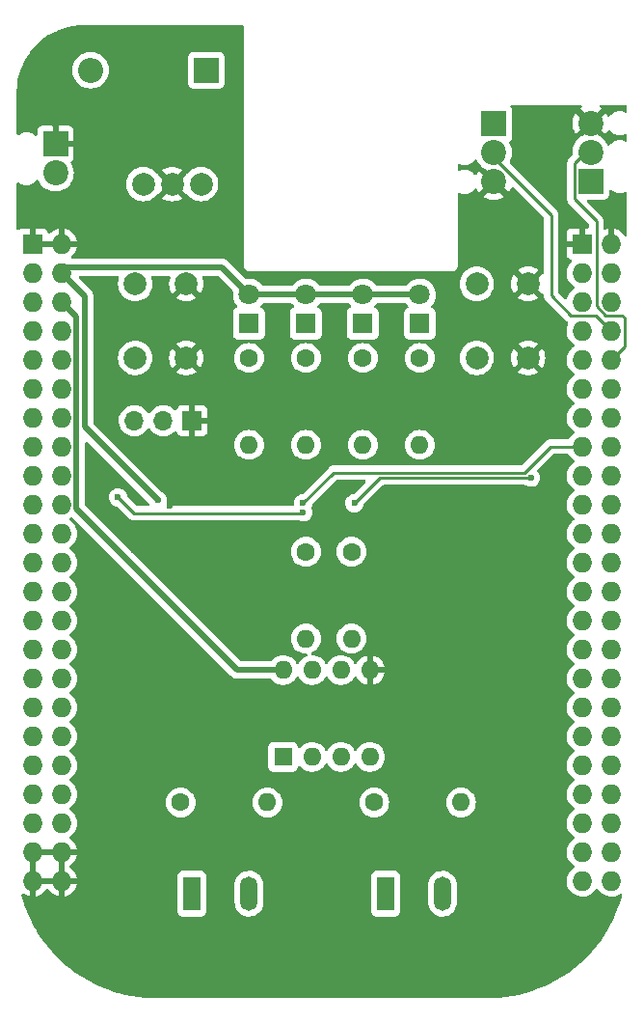
<source format=gbr>
%TF.GenerationSoftware,KiCad,Pcbnew,6.0.5+dfsg-1~bpo11+1*%
%TF.CreationDate,2022-07-02T10:00:32+00:00*%
%TF.ProjectId,bbbalarm,62626261-6c61-4726-9d2e-6b696361645f,rev?*%
%TF.SameCoordinates,Original*%
%TF.FileFunction,Copper,L2,Bot*%
%TF.FilePolarity,Positive*%
%FSLAX46Y46*%
G04 Gerber Fmt 4.6, Leading zero omitted, Abs format (unit mm)*
G04 Created by KiCad (PCBNEW 6.0.5+dfsg-1~bpo11+1) date 2022-07-02 10:00:32*
%MOMM*%
%LPD*%
G01*
G04 APERTURE LIST*
%TA.AperFunction,ComponentPad*%
%ADD10R,1.727200X1.727200*%
%TD*%
%TA.AperFunction,ComponentPad*%
%ADD11O,1.727200X1.727200*%
%TD*%
%TA.AperFunction,ComponentPad*%
%ADD12C,2.000000*%
%TD*%
%TA.AperFunction,ComponentPad*%
%ADD13R,2.200000X2.200000*%
%TD*%
%TA.AperFunction,ComponentPad*%
%ADD14C,2.200000*%
%TD*%
%TA.AperFunction,ComponentPad*%
%ADD15O,2.200000X2.200000*%
%TD*%
%TA.AperFunction,ComponentPad*%
%ADD16R,1.800000X1.800000*%
%TD*%
%TA.AperFunction,ComponentPad*%
%ADD17C,1.800000*%
%TD*%
%TA.AperFunction,ComponentPad*%
%ADD18R,1.500000X3.000000*%
%TD*%
%TA.AperFunction,ComponentPad*%
%ADD19O,1.500000X3.000000*%
%TD*%
%TA.AperFunction,ComponentPad*%
%ADD20C,1.600000*%
%TD*%
%TA.AperFunction,ComponentPad*%
%ADD21O,1.600000X1.600000*%
%TD*%
%TA.AperFunction,ComponentPad*%
%ADD22R,1.600000X1.600000*%
%TD*%
%TA.AperFunction,ComponentPad*%
%ADD23R,1.700000X1.700000*%
%TD*%
%TA.AperFunction,ComponentPad*%
%ADD24O,1.700000X1.700000*%
%TD*%
%TA.AperFunction,ViaPad*%
%ADD25C,0.600000*%
%TD*%
%TA.AperFunction,Conductor*%
%ADD26C,0.500000*%
%TD*%
%TA.AperFunction,Conductor*%
%ADD27C,0.250000*%
%TD*%
G04 APERTURE END LIST*
D10*
%TO.P,P8,1,Pin_1*%
%TO.N,GNDD*%
X164630100Y-62382400D03*
D11*
%TO.P,P8,2,Pin_2*%
X167170100Y-62382400D03*
%TO.P,P8,3,Pin_3*%
%TO.N,unconnected-(P8-Pad3)*%
X164630100Y-64922400D03*
%TO.P,P8,4,Pin_4*%
%TO.N,unconnected-(P8-Pad4)*%
X167170100Y-64922400D03*
%TO.P,P8,5,Pin_5*%
%TO.N,unconnected-(P8-Pad5)*%
X164630100Y-67462400D03*
%TO.P,P8,6,Pin_6*%
%TO.N,unconnected-(P8-Pad6)*%
X167170100Y-67462400D03*
%TO.P,P8,7,Pin_7*%
%TO.N,/LED0*%
X164630100Y-70002400D03*
%TO.P,P8,8,Pin_8*%
%TO.N,/PIR0*%
X167170100Y-70002400D03*
%TO.P,P8,9,Pin_9*%
%TO.N,/LED1*%
X164630100Y-72542400D03*
%TO.P,P8,10,Pin_10*%
%TO.N,/PIR1*%
X167170100Y-72542400D03*
%TO.P,P8,11,Pin_11*%
%TO.N,/LED2*%
X164630100Y-75082400D03*
%TO.P,P8,12,Pin_12*%
%TO.N,/IN0*%
X167170100Y-75082400D03*
%TO.P,P8,13,Pin_13*%
%TO.N,/LED3*%
X164630100Y-77622400D03*
%TO.P,P8,14,Pin_14*%
%TO.N,/IN1*%
X167170100Y-77622400D03*
%TO.P,P8,15,Pin_15*%
%TO.N,/ALERT*%
X164630100Y-80162400D03*
%TO.P,P8,16,Pin_16*%
%TO.N,unconnected-(P8-Pad16)*%
X167170100Y-80162400D03*
%TO.P,P8,17,Pin_17*%
%TO.N,/nRST*%
X164630100Y-82702400D03*
%TO.P,P8,18,Pin_18*%
%TO.N,unconnected-(P8-Pad18)*%
X167170100Y-82702400D03*
%TO.P,P8,19,Pin_19*%
%TO.N,unconnected-(P8-Pad19)*%
X164630100Y-85242400D03*
%TO.P,P8,20,Pin_20*%
%TO.N,unconnected-(P8-Pad20)*%
X167170100Y-85242400D03*
%TO.P,P8,21,Pin_21*%
%TO.N,unconnected-(P8-Pad21)*%
X164630100Y-87782400D03*
%TO.P,P8,22,Pin_22*%
%TO.N,unconnected-(P8-Pad22)*%
X167170100Y-87782400D03*
%TO.P,P8,23,Pin_23*%
%TO.N,unconnected-(P8-Pad23)*%
X164630100Y-90322400D03*
%TO.P,P8,24,Pin_24*%
%TO.N,unconnected-(P8-Pad24)*%
X167170100Y-90322400D03*
%TO.P,P8,25,Pin_25*%
%TO.N,unconnected-(P8-Pad25)*%
X164630100Y-92862400D03*
%TO.P,P8,26,Pin_26*%
%TO.N,unconnected-(P8-Pad26)*%
X167170100Y-92862400D03*
%TO.P,P8,27,Pin_27*%
%TO.N,unconnected-(P8-Pad27)*%
X164630100Y-95402400D03*
%TO.P,P8,28,Pin_28*%
%TO.N,unconnected-(P8-Pad28)*%
X167170100Y-95402400D03*
%TO.P,P8,29,Pin_29*%
%TO.N,unconnected-(P8-Pad29)*%
X164630100Y-97942400D03*
%TO.P,P8,30,Pin_30*%
%TO.N,unconnected-(P8-Pad30)*%
X167170100Y-97942400D03*
%TO.P,P8,31,Pin_31*%
%TO.N,unconnected-(P8-Pad31)*%
X164630100Y-100482400D03*
%TO.P,P8,32,Pin_32*%
%TO.N,unconnected-(P8-Pad32)*%
X167170100Y-100482400D03*
%TO.P,P8,33,Pin_33*%
%TO.N,unconnected-(P8-Pad33)*%
X164630100Y-103022400D03*
%TO.P,P8,34,Pin_34*%
%TO.N,unconnected-(P8-Pad34)*%
X167170100Y-103022400D03*
%TO.P,P8,35,Pin_35*%
%TO.N,unconnected-(P8-Pad35)*%
X164630100Y-105562400D03*
%TO.P,P8,36,Pin_36*%
%TO.N,unconnected-(P8-Pad36)*%
X167170100Y-105562400D03*
%TO.P,P8,37,Pin_37*%
%TO.N,unconnected-(P8-Pad37)*%
X164630100Y-108102400D03*
%TO.P,P8,38,Pin_38*%
%TO.N,unconnected-(P8-Pad38)*%
X167170100Y-108102400D03*
%TO.P,P8,39,Pin_39*%
%TO.N,unconnected-(P8-Pad39)*%
X164630100Y-110642400D03*
%TO.P,P8,40,Pin_40*%
%TO.N,unconnected-(P8-Pad40)*%
X167170100Y-110642400D03*
%TO.P,P8,41,Pin_41*%
%TO.N,unconnected-(P8-Pad41)*%
X164630100Y-113182400D03*
%TO.P,P8,42,Pin_42*%
%TO.N,unconnected-(P8-Pad42)*%
X167170100Y-113182400D03*
%TO.P,P8,43,Pin_43*%
%TO.N,unconnected-(P8-Pad43)*%
X164630100Y-115722400D03*
%TO.P,P8,44,Pin_44*%
%TO.N,unconnected-(P8-Pad44)*%
X167170100Y-115722400D03*
%TO.P,P8,45,Pin_45*%
%TO.N,unconnected-(P8-Pad45)*%
X164630100Y-118262400D03*
%TO.P,P8,46,Pin_46*%
%TO.N,unconnected-(P8-Pad46)*%
X167170100Y-118262400D03*
%TD*%
D12*
%TO.P,SW101,1,1*%
%TO.N,SYS_RESETN*%
X155370100Y-65882400D03*
X155370100Y-72382400D03*
%TO.P,SW101,2,2*%
%TO.N,GNDD*%
X159870100Y-72382400D03*
X159870100Y-65882400D03*
%TD*%
%TO.P,SW102,1,1*%
%TO.N,PWR_BUT*%
X125370100Y-72382400D03*
X125370100Y-65882400D03*
%TO.P,SW102,2,2*%
%TO.N,GNDD*%
X129870100Y-65882400D03*
X129870100Y-72382400D03*
%TD*%
D13*
%TO.P,J102,1,Pin_1*%
%TO.N,GNDD*%
X118370100Y-53632400D03*
D14*
%TO.P,J102,2,Pin_2*%
%TO.N,Net-(D114-Pad2)*%
X118370100Y-56172400D03*
%TD*%
D12*
%TO.P,U104,1,Vin*%
%TO.N,Net-(D114-Pad1)*%
X126080100Y-57132400D03*
%TO.P,U104,2,GND*%
%TO.N,GNDD*%
X128620100Y-57132400D03*
%TO.P,U104,3,Vout*%
%TO.N,+5V*%
X131160100Y-57132400D03*
%TD*%
D13*
%TO.P,D114,1,K*%
%TO.N,Net-(D114-Pad1)*%
X131620100Y-47132400D03*
D15*
%TO.P,D114,2,A*%
%TO.N,Net-(D114-Pad2)*%
X121460100Y-47132400D03*
%TD*%
D16*
%TO.P,D101,1,K*%
%TO.N,Net-(D101-Pad1)*%
X135370100Y-69382400D03*
D17*
%TO.P,D101,2,A*%
%TO.N,+3V3*%
X135370100Y-66842400D03*
%TD*%
D16*
%TO.P,D102,1,K*%
%TO.N,Net-(D102-Pad1)*%
X140370100Y-69382400D03*
D17*
%TO.P,D102,2,A*%
%TO.N,+3V3*%
X140370100Y-66842400D03*
%TD*%
D16*
%TO.P,D103,1,K*%
%TO.N,Net-(D103-Pad1)*%
X145370100Y-69382400D03*
D17*
%TO.P,D103,2,A*%
%TO.N,+3V3*%
X145370100Y-66842400D03*
%TD*%
D16*
%TO.P,D104,1,K*%
%TO.N,Net-(D104-Pad1)*%
X150370100Y-69382400D03*
D17*
%TO.P,D104,2,A*%
%TO.N,+3V3*%
X150370100Y-66842400D03*
%TD*%
D18*
%TO.P,J101,1,Pin_1*%
%TO.N,Net-(J101-Pad1)*%
X130370100Y-119382400D03*
D19*
%TO.P,J101,2,Pin_2*%
%TO.N,Net-(J101-Pad2)*%
X135370100Y-119382400D03*
%TD*%
D18*
%TO.P,J103,1,Pin_1*%
%TO.N,Net-(J103-Pad1)*%
X147370100Y-119382400D03*
D19*
%TO.P,J103,2,Pin_2*%
%TO.N,Net-(J103-Pad2)*%
X152370100Y-119382400D03*
%TD*%
D20*
%TO.P,R105,1*%
%TO.N,Net-(D101-Pad1)*%
X135370100Y-72382400D03*
D21*
%TO.P,R105,2*%
%TO.N,/LED0*%
X135370100Y-80002400D03*
%TD*%
D20*
%TO.P,R106,1*%
%TO.N,Net-(D102-Pad1)*%
X140370100Y-72382400D03*
D21*
%TO.P,R106,2*%
%TO.N,/LED1*%
X140370100Y-80002400D03*
%TD*%
D20*
%TO.P,R107,1*%
%TO.N,Net-(D103-Pad1)*%
X145370100Y-72382400D03*
D21*
%TO.P,R107,2*%
%TO.N,/LED2*%
X145370100Y-80002400D03*
%TD*%
D20*
%TO.P,R108,1*%
%TO.N,Net-(D104-Pad1)*%
X150370100Y-72382400D03*
D21*
%TO.P,R108,2*%
%TO.N,/LED3*%
X150370100Y-80002400D03*
%TD*%
D20*
%TO.P,R109,1*%
%TO.N,+3V3*%
X140370100Y-89382400D03*
D21*
%TO.P,R109,2*%
%TO.N,/IN0*%
X140370100Y-97002400D03*
%TD*%
D20*
%TO.P,R110,1*%
%TO.N,+3V3*%
X144370100Y-89382400D03*
D21*
%TO.P,R110,2*%
%TO.N,/IN1*%
X144370100Y-97002400D03*
%TD*%
D20*
%TO.P,R111,1*%
%TO.N,Net-(R111-Pad1)*%
X129370100Y-111382400D03*
D21*
%TO.P,R111,2*%
%TO.N,Net-(J101-Pad2)*%
X136990100Y-111382400D03*
%TD*%
D20*
%TO.P,R112,1*%
%TO.N,Net-(R112-Pad1)*%
X146370100Y-111382400D03*
D21*
%TO.P,R112,2*%
%TO.N,Net-(J103-Pad2)*%
X153990100Y-111382400D03*
%TD*%
D13*
%TO.P,J105,1,Pin_1*%
%TO.N,+5V*%
X165370100Y-56882400D03*
D14*
%TO.P,J105,2,Pin_2*%
%TO.N,/PIR1*%
X165370100Y-54342400D03*
%TO.P,J105,3,Pin_3*%
%TO.N,GNDD*%
X165370100Y-51802400D03*
%TD*%
D22*
%TO.P,U101,1,A1*%
%TO.N,Net-(R111-Pad1)*%
X138370100Y-107382400D03*
D21*
%TO.P,U101,2,C1*%
%TO.N,Net-(J101-Pad1)*%
X140910100Y-107382400D03*
%TO.P,U101,3,C2*%
%TO.N,Net-(R112-Pad1)*%
X143450100Y-107382400D03*
%TO.P,U101,4,A2*%
%TO.N,Net-(J103-Pad1)*%
X145990100Y-107382400D03*
%TO.P,U101,5,GND*%
%TO.N,GNDD*%
X145990100Y-99762400D03*
%TO.P,U101,6,VO2*%
%TO.N,/IN1*%
X143450100Y-99762400D03*
%TO.P,U101,7,VO1*%
%TO.N,/IN0*%
X140910100Y-99762400D03*
%TO.P,U101,8,VCC*%
%TO.N,+5V*%
X138370100Y-99762400D03*
%TD*%
D10*
%TO.P,P9,1,Pin_1*%
%TO.N,GNDD*%
X116370100Y-62382400D03*
D11*
%TO.P,P9,2,Pin_2*%
X118910100Y-62382400D03*
%TO.P,P9,3,Pin_3*%
%TO.N,+3V3*%
X116370100Y-64922400D03*
%TO.P,P9,4,Pin_4*%
X118910100Y-64922400D03*
%TO.P,P9,5,Pin_5*%
%TO.N,+5V*%
X116370100Y-67462400D03*
%TO.P,P9,6,Pin_6*%
X118910100Y-67462400D03*
%TO.P,P9,7,Pin_7*%
%TO.N,SYS_5V*%
X116370100Y-70002400D03*
%TO.P,P9,8,Pin_8*%
X118910100Y-70002400D03*
%TO.P,P9,9,Pin_9*%
%TO.N,PWR_BUT*%
X116370100Y-72542400D03*
%TO.P,P9,10,Pin_10*%
%TO.N,SYS_RESETN*%
X118910100Y-72542400D03*
%TO.P,P9,11,Pin_11*%
%TO.N,/RX*%
X116370100Y-75082400D03*
%TO.P,P9,12,Pin_12*%
%TO.N,unconnected-(P9-Pad12)*%
X118910100Y-75082400D03*
%TO.P,P9,13,Pin_13*%
%TO.N,/TX*%
X116370100Y-77622400D03*
%TO.P,P9,14,Pin_14*%
%TO.N,unconnected-(P9-Pad14)*%
X118910100Y-77622400D03*
%TO.P,P9,15,Pin_15*%
%TO.N,unconnected-(P9-Pad15)*%
X116370100Y-80162400D03*
%TO.P,P9,16,Pin_16*%
%TO.N,unconnected-(P9-Pad16)*%
X118910100Y-80162400D03*
%TO.P,P9,17,Pin_17*%
%TO.N,unconnected-(P9-Pad17)*%
X116370100Y-82702400D03*
%TO.P,P9,18,Pin_18*%
%TO.N,unconnected-(P9-Pad18)*%
X118910100Y-82702400D03*
%TO.P,P9,19,Pin_19*%
%TO.N,/SCL*%
X116370100Y-85242400D03*
%TO.P,P9,20,Pin_20*%
%TO.N,/SDA*%
X118910100Y-85242400D03*
%TO.P,P9,21,Pin_21*%
%TO.N,unconnected-(P9-Pad21)*%
X116370100Y-87782400D03*
%TO.P,P9,22,Pin_22*%
%TO.N,unconnected-(P9-Pad22)*%
X118910100Y-87782400D03*
%TO.P,P9,23,Pin_23*%
%TO.N,unconnected-(P9-Pad23)*%
X116370100Y-90322400D03*
%TO.P,P9,24,Pin_24*%
%TO.N,unconnected-(P9-Pad24)*%
X118910100Y-90322400D03*
%TO.P,P9,25,Pin_25*%
%TO.N,unconnected-(P9-Pad25)*%
X116370100Y-92862400D03*
%TO.P,P9,26,Pin_26*%
%TO.N,unconnected-(P9-Pad26)*%
X118910100Y-92862400D03*
%TO.P,P9,27,Pin_27*%
%TO.N,unconnected-(P9-Pad27)*%
X116370100Y-95402400D03*
%TO.P,P9,28,Pin_28*%
%TO.N,unconnected-(P9-Pad28)*%
X118910100Y-95402400D03*
%TO.P,P9,29,Pin_29*%
%TO.N,unconnected-(P9-Pad29)*%
X116370100Y-97942400D03*
%TO.P,P9,30,Pin_30*%
%TO.N,unconnected-(P9-Pad30)*%
X118910100Y-97942400D03*
%TO.P,P9,31,Pin_31*%
%TO.N,unconnected-(P9-Pad31)*%
X116370100Y-100482400D03*
%TO.P,P9,32,Pin_32*%
%TO.N,VDD_ADC*%
X118910100Y-100482400D03*
%TO.P,P9,33,Pin_33*%
%TO.N,unconnected-(P9-Pad33)*%
X116370100Y-103022400D03*
%TO.P,P9,34,Pin_34*%
%TO.N,GNDA_ADC*%
X118910100Y-103022400D03*
%TO.P,P9,35,Pin_35*%
%TO.N,unconnected-(P9-Pad35)*%
X116370100Y-105562400D03*
%TO.P,P9,36,Pin_36*%
%TO.N,unconnected-(P9-Pad36)*%
X118910100Y-105562400D03*
%TO.P,P9,37,Pin_37*%
%TO.N,unconnected-(P9-Pad37)*%
X116370100Y-108102400D03*
%TO.P,P9,38,Pin_38*%
%TO.N,unconnected-(P9-Pad38)*%
X118910100Y-108102400D03*
%TO.P,P9,39,Pin_39*%
%TO.N,unconnected-(P9-Pad39)*%
X116370100Y-110642400D03*
%TO.P,P9,40,Pin_40*%
%TO.N,unconnected-(P9-Pad40)*%
X118910100Y-110642400D03*
%TO.P,P9,41,Pin_41*%
%TO.N,unconnected-(P9-Pad41)*%
X116370100Y-113182400D03*
%TO.P,P9,42,Pin_42*%
%TO.N,unconnected-(P9-Pad42)*%
X118910100Y-113182400D03*
%TO.P,P9,43,Pin_43*%
%TO.N,GNDD*%
X116370100Y-115722400D03*
%TO.P,P9,44,Pin_44*%
X118910100Y-115722400D03*
%TO.P,P9,45,Pin_45*%
X116370100Y-118262400D03*
%TO.P,P9,46,Pin_46*%
X118910100Y-118262400D03*
%TD*%
D13*
%TO.P,J104,1,Pin_1*%
%TO.N,+5V*%
X156870100Y-51842400D03*
D14*
%TO.P,J104,2,Pin_2*%
%TO.N,/PIR0*%
X156870100Y-54382400D03*
%TO.P,J104,3,Pin_3*%
%TO.N,GNDD*%
X156870100Y-56922400D03*
%TD*%
D23*
%TO.P,J106,1,Pin_1*%
%TO.N,GNDD*%
X130370100Y-77882400D03*
D24*
%TO.P,J106,2,Pin_2*%
%TO.N,/RX*%
X127830100Y-77882400D03*
%TO.P,J106,3,Pin_3*%
%TO.N,/TX*%
X125290100Y-77882400D03*
%TD*%
D25*
%TO.N,GNDD*%
X144870100Y-83382400D03*
X141870100Y-87382400D03*
X128370100Y-85382400D03*
X123870100Y-86882400D03*
X122870100Y-72632400D03*
X154370100Y-85132400D03*
X122620100Y-66882400D03*
X148620100Y-90882400D03*
X122370100Y-77632400D03*
X128370100Y-86882400D03*
%TO.N,+3V3*%
X127370100Y-84882400D03*
%TO.N,/SCL*%
X123870100Y-84617900D03*
X140120100Y-85931903D03*
%TO.N,/ALERT*%
X140120100Y-85132400D03*
%TO.N,Net-(R113-Pad2)*%
X144620100Y-85132400D03*
X160120100Y-82882400D03*
%TD*%
D26*
%TO.N,+3V3*%
X120923711Y-66936011D02*
X120923711Y-78436011D01*
X119400101Y-64432399D02*
X118910100Y-64922400D01*
X132960099Y-64432399D02*
X119400101Y-64432399D01*
X120923711Y-78436011D02*
X127370100Y-84882400D01*
X150370100Y-66842400D02*
X135370100Y-66842400D01*
X135370100Y-66842400D02*
X132960099Y-64432399D01*
X118910100Y-64922400D02*
X120923711Y-66936011D01*
%TO.N,+5V*%
X120223701Y-85625999D02*
X120223701Y-68776001D01*
X134360102Y-99762400D02*
X120223701Y-85625999D01*
X138370100Y-99762400D02*
X134360102Y-99762400D01*
X120223701Y-68776001D02*
X118910100Y-67462400D01*
D27*
%TO.N,/SCL*%
X140120100Y-85931903D02*
X140045092Y-86006911D01*
X140045092Y-86006911D02*
X125259111Y-86006911D01*
X125259111Y-86006911D02*
X123870100Y-84617900D01*
%TO.N,/PIR0*%
X163638211Y-68650511D02*
X161904601Y-66916901D01*
X165818211Y-68650511D02*
X163638211Y-68650511D01*
X156870100Y-54382400D02*
X156870100Y-54813398D01*
X156870100Y-54813398D02*
X161904601Y-59847899D01*
X167170100Y-70002400D02*
X165818211Y-68650511D01*
X161904601Y-66916901D02*
X161904601Y-59847899D01*
%TO.N,/PIR1*%
X163945589Y-58457889D02*
X163945589Y-55306911D01*
X168358211Y-71354289D02*
X168358211Y-68870511D01*
X164910100Y-54342400D02*
X165370100Y-54342400D01*
X165870100Y-60382400D02*
X163945589Y-58457889D01*
X167170100Y-72542400D02*
X168358701Y-71353799D01*
X166677967Y-68650511D02*
X165870100Y-67842644D01*
X165870100Y-67842644D02*
X165870100Y-60382400D01*
X163945589Y-55306911D02*
X164910100Y-54342400D01*
X168138211Y-68650511D02*
X166677967Y-68650511D01*
X168358211Y-68870511D02*
X168138211Y-68650511D01*
%TO.N,/ALERT*%
X142819620Y-82432880D02*
X159569620Y-82432880D01*
X159569620Y-82432880D02*
X161840100Y-80162400D01*
X161840100Y-80162400D02*
X164630100Y-80162400D01*
X140120100Y-85132400D02*
X142819620Y-82432880D01*
%TO.N,Net-(R113-Pad2)*%
X160120100Y-82882400D02*
X146870100Y-82882400D01*
X146870100Y-82882400D02*
X144620100Y-85132400D01*
%TD*%
%TA.AperFunction,Conductor*%
%TO.N,GNDD*%
G36*
X121190713Y-79776148D02*
G01*
X121197296Y-79782277D01*
X126573335Y-85158316D01*
X126607361Y-85220628D01*
X126602296Y-85291443D01*
X126559749Y-85348279D01*
X126493229Y-85373090D01*
X126484240Y-85373411D01*
X125573706Y-85373411D01*
X125505585Y-85353409D01*
X125484611Y-85336506D01*
X124704521Y-84556416D01*
X124670495Y-84494104D01*
X124668401Y-84481365D01*
X124664758Y-84448888D01*
X124663497Y-84437645D01*
X124603845Y-84266348D01*
X124590220Y-84244543D01*
X124511459Y-84118498D01*
X124507726Y-84112524D01*
X124494041Y-84098743D01*
X124384878Y-83988815D01*
X124384874Y-83988812D01*
X124379915Y-83983818D01*
X124368797Y-83976762D01*
X124317243Y-83944045D01*
X124226766Y-83886627D01*
X124197563Y-83876228D01*
X124062525Y-83828143D01*
X124062520Y-83828142D01*
X124055890Y-83825781D01*
X124048902Y-83824948D01*
X124048899Y-83824947D01*
X123925798Y-83810268D01*
X123875780Y-83804304D01*
X123868777Y-83805040D01*
X123868776Y-83805040D01*
X123702388Y-83822528D01*
X123702386Y-83822529D01*
X123695388Y-83823264D01*
X123523679Y-83881718D01*
X123472392Y-83913270D01*
X123375195Y-83973066D01*
X123375192Y-83973068D01*
X123369188Y-83976762D01*
X123364153Y-83981693D01*
X123364150Y-83981695D01*
X123266461Y-84077360D01*
X123239593Y-84103671D01*
X123141335Y-84256138D01*
X123138926Y-84262758D01*
X123138924Y-84262761D01*
X123086538Y-84406691D01*
X123079297Y-84426585D01*
X123056563Y-84606540D01*
X123074263Y-84787060D01*
X123131518Y-84959173D01*
X123135165Y-84965195D01*
X123135166Y-84965197D01*
X123211551Y-85091324D01*
X123225480Y-85114324D01*
X123230369Y-85119387D01*
X123230370Y-85119388D01*
X123238738Y-85128053D01*
X123351482Y-85244802D01*
X123357378Y-85248660D01*
X123491621Y-85336506D01*
X123503259Y-85344122D01*
X123509863Y-85346578D01*
X123509865Y-85346579D01*
X123666658Y-85404890D01*
X123666660Y-85404890D01*
X123673268Y-85407348D01*
X123680253Y-85408280D01*
X123680257Y-85408281D01*
X123715187Y-85412941D01*
X123735287Y-85415623D01*
X123800163Y-85444458D01*
X123807717Y-85451421D01*
X124755454Y-86399158D01*
X124762998Y-86407448D01*
X124767111Y-86413929D01*
X124772888Y-86419354D01*
X124816778Y-86460569D01*
X124819620Y-86463324D01*
X124839341Y-86483045D01*
X124842536Y-86485523D01*
X124851558Y-86493229D01*
X124883790Y-86523497D01*
X124890739Y-86527317D01*
X124901543Y-86533257D01*
X124918067Y-86544110D01*
X124934070Y-86556524D01*
X124974654Y-86574087D01*
X124985284Y-86579294D01*
X125024051Y-86600606D01*
X125031728Y-86602577D01*
X125031733Y-86602579D01*
X125043669Y-86605643D01*
X125062377Y-86612048D01*
X125080966Y-86620092D01*
X125088794Y-86621332D01*
X125088801Y-86621334D01*
X125124635Y-86627010D01*
X125136255Y-86629416D01*
X125160467Y-86635632D01*
X125179081Y-86640411D01*
X125199335Y-86640411D01*
X125219045Y-86641962D01*
X125239054Y-86645131D01*
X125246946Y-86644385D01*
X125283072Y-86640970D01*
X125294930Y-86640411D01*
X139689915Y-86640411D01*
X139746722Y-86653943D01*
X139747363Y-86654267D01*
X139753259Y-86658125D01*
X139759863Y-86660581D01*
X139759867Y-86660583D01*
X139916658Y-86718893D01*
X139916660Y-86718893D01*
X139923268Y-86721351D01*
X140007095Y-86732536D01*
X140096080Y-86744410D01*
X140096084Y-86744410D01*
X140103061Y-86745341D01*
X140110072Y-86744703D01*
X140110076Y-86744703D01*
X140252559Y-86731735D01*
X140283700Y-86728901D01*
X140290402Y-86726723D01*
X140290404Y-86726723D01*
X140449509Y-86675027D01*
X140449512Y-86675026D01*
X140456208Y-86672850D01*
X140568949Y-86605643D01*
X140605960Y-86583580D01*
X140605962Y-86583579D01*
X140612012Y-86579972D01*
X140743366Y-86454885D01*
X140843743Y-86303805D01*
X140908155Y-86134241D01*
X140925361Y-86011815D01*
X140932848Y-85958542D01*
X140932848Y-85958539D01*
X140933399Y-85954620D01*
X140933716Y-85931903D01*
X140913497Y-85751648D01*
X140853845Y-85580351D01*
X140854316Y-85580187D01*
X140843650Y-85514604D01*
X140850889Y-85485490D01*
X140905655Y-85341320D01*
X140905656Y-85341318D01*
X140908155Y-85334738D01*
X140911879Y-85308244D01*
X140917739Y-85266545D01*
X140947027Y-85201871D01*
X140953418Y-85194986D01*
X143045120Y-83103285D01*
X143107432Y-83069259D01*
X143134215Y-83066380D01*
X145486026Y-83066380D01*
X145554147Y-83086382D01*
X145600640Y-83140038D01*
X145610744Y-83210312D01*
X145581250Y-83274892D01*
X145575123Y-83281473D01*
X145052291Y-83804304D01*
X144559008Y-84297587D01*
X144496696Y-84331613D01*
X144483086Y-84333802D01*
X144474310Y-84334724D01*
X144452388Y-84337028D01*
X144452386Y-84337028D01*
X144445388Y-84337764D01*
X144273679Y-84396218D01*
X144217158Y-84430990D01*
X144125195Y-84487566D01*
X144125192Y-84487568D01*
X144119188Y-84491262D01*
X144114153Y-84496193D01*
X144114150Y-84496195D01*
X144035101Y-84573606D01*
X143989593Y-84618171D01*
X143891335Y-84770638D01*
X143888926Y-84777258D01*
X143888924Y-84777261D01*
X143842388Y-84905117D01*
X143829297Y-84941085D01*
X143806563Y-85121040D01*
X143824263Y-85301560D01*
X143881518Y-85473673D01*
X143885165Y-85479695D01*
X143885166Y-85479697D01*
X143950157Y-85587010D01*
X143975480Y-85628824D01*
X144101482Y-85759302D01*
X144253259Y-85858622D01*
X144259863Y-85861078D01*
X144259865Y-85861079D01*
X144416658Y-85919390D01*
X144416660Y-85919390D01*
X144423268Y-85921848D01*
X144507095Y-85933033D01*
X144596080Y-85944907D01*
X144596084Y-85944907D01*
X144603061Y-85945838D01*
X144610072Y-85945200D01*
X144610076Y-85945200D01*
X144756176Y-85931903D01*
X144783700Y-85929398D01*
X144790402Y-85927220D01*
X144790404Y-85927220D01*
X144949509Y-85875524D01*
X144949512Y-85875523D01*
X144956208Y-85873347D01*
X145112012Y-85780469D01*
X145243366Y-85655382D01*
X145343743Y-85504302D01*
X145399938Y-85356370D01*
X145405655Y-85341320D01*
X145405656Y-85341318D01*
X145408155Y-85334738D01*
X145411879Y-85308244D01*
X145417739Y-85266545D01*
X145447027Y-85201871D01*
X145453418Y-85194986D01*
X147095599Y-83552805D01*
X147157911Y-83518779D01*
X147184694Y-83515900D01*
X159574003Y-83515900D01*
X159642996Y-83536468D01*
X159737608Y-83598380D01*
X159753259Y-83608622D01*
X159759863Y-83611078D01*
X159759865Y-83611079D01*
X159916658Y-83669390D01*
X159916660Y-83669390D01*
X159923268Y-83671848D01*
X160000701Y-83682180D01*
X160096080Y-83694907D01*
X160096084Y-83694907D01*
X160103061Y-83695838D01*
X160110072Y-83695200D01*
X160110076Y-83695200D01*
X160253132Y-83682180D01*
X160283700Y-83679398D01*
X160290402Y-83677220D01*
X160290404Y-83677220D01*
X160449509Y-83625524D01*
X160449512Y-83625523D01*
X160456208Y-83623347D01*
X160612012Y-83530469D01*
X160743366Y-83405382D01*
X160843743Y-83254302D01*
X160908155Y-83084738D01*
X160909135Y-83077766D01*
X160932848Y-82909039D01*
X160932848Y-82909036D01*
X160933399Y-82905117D01*
X160933716Y-82882400D01*
X160913497Y-82702145D01*
X160911180Y-82695491D01*
X160856164Y-82537506D01*
X160856162Y-82537503D01*
X160853845Y-82530848D01*
X160757726Y-82377024D01*
X160728440Y-82347533D01*
X160694632Y-82285105D01*
X160699943Y-82214307D01*
X160728750Y-82169654D01*
X162065599Y-80832805D01*
X162127911Y-80798779D01*
X162154694Y-80795900D01*
X163338424Y-80795900D01*
X163406545Y-80815902D01*
X163445857Y-80856065D01*
X163519075Y-80975547D01*
X163666802Y-81146087D01*
X163840399Y-81290210D01*
X163844851Y-81292812D01*
X163844856Y-81292815D01*
X163894169Y-81321631D01*
X163942892Y-81373270D01*
X163955963Y-81443053D01*
X163929231Y-81508825D01*
X163898695Y-81536183D01*
X163896435Y-81537360D01*
X163716005Y-81672830D01*
X163712433Y-81676568D01*
X163593877Y-81800630D01*
X163560124Y-81835950D01*
X163432978Y-82022340D01*
X163430804Y-82027024D01*
X163430802Y-82027027D01*
X163343870Y-82214307D01*
X163337981Y-82226993D01*
X163277685Y-82444413D01*
X163253709Y-82668762D01*
X163254006Y-82673914D01*
X163254006Y-82673918D01*
X163264792Y-82860974D01*
X163266697Y-82894014D01*
X163267834Y-82899060D01*
X163267835Y-82899066D01*
X163269199Y-82905117D01*
X163316300Y-83114120D01*
X163318242Y-83118902D01*
X163318243Y-83118906D01*
X163384256Y-83281475D01*
X163401186Y-83323169D01*
X163451566Y-83405382D01*
X163516379Y-83511147D01*
X163519075Y-83515547D01*
X163666802Y-83686087D01*
X163809195Y-83804304D01*
X163834766Y-83825533D01*
X163840399Y-83830210D01*
X163844851Y-83832812D01*
X163844856Y-83832815D01*
X163894169Y-83861631D01*
X163942892Y-83913270D01*
X163955963Y-83983053D01*
X163929231Y-84048825D01*
X163898695Y-84076183D01*
X163896435Y-84077360D01*
X163716005Y-84212830D01*
X163712433Y-84216568D01*
X163600402Y-84333802D01*
X163560124Y-84375950D01*
X163432978Y-84562340D01*
X163430804Y-84567024D01*
X163430802Y-84567027D01*
X163359502Y-84720631D01*
X163337981Y-84766993D01*
X163277685Y-84984413D01*
X163253709Y-85208762D01*
X163254006Y-85213914D01*
X163254006Y-85213918D01*
X163261779Y-85348723D01*
X163266697Y-85434014D01*
X163267834Y-85439060D01*
X163267835Y-85439066D01*
X163289078Y-85533325D01*
X163316300Y-85654120D01*
X163318242Y-85658902D01*
X163318243Y-85658906D01*
X163361821Y-85766225D01*
X163401186Y-85863169D01*
X163451845Y-85945838D01*
X163516379Y-86051147D01*
X163519075Y-86055547D01*
X163666802Y-86226087D01*
X163840399Y-86370210D01*
X163844851Y-86372812D01*
X163844856Y-86372815D01*
X163894169Y-86401631D01*
X163942892Y-86453270D01*
X163955963Y-86523053D01*
X163929231Y-86588825D01*
X163898695Y-86616183D01*
X163896435Y-86617360D01*
X163847711Y-86653943D01*
X163747025Y-86729540D01*
X163716005Y-86752830D01*
X163560124Y-86915950D01*
X163432978Y-87102340D01*
X163430804Y-87107024D01*
X163430802Y-87107027D01*
X163359502Y-87260631D01*
X163337981Y-87306993D01*
X163277685Y-87524413D01*
X163253709Y-87748762D01*
X163254006Y-87753914D01*
X163254006Y-87753918D01*
X163259718Y-87852978D01*
X163266697Y-87974014D01*
X163267834Y-87979060D01*
X163267835Y-87979066D01*
X163288081Y-88068902D01*
X163316300Y-88194120D01*
X163318242Y-88198902D01*
X163318243Y-88198906D01*
X163354922Y-88289235D01*
X163401186Y-88403169D01*
X163452477Y-88486869D01*
X163516379Y-88591147D01*
X163519075Y-88595547D01*
X163666802Y-88766087D01*
X163840399Y-88910210D01*
X163844851Y-88912812D01*
X163844856Y-88912815D01*
X163894169Y-88941631D01*
X163942892Y-88993270D01*
X163955963Y-89063053D01*
X163929231Y-89128825D01*
X163898695Y-89156183D01*
X163896435Y-89157360D01*
X163716005Y-89292830D01*
X163560124Y-89455950D01*
X163432978Y-89642340D01*
X163430804Y-89647024D01*
X163430802Y-89647027D01*
X163342794Y-89836625D01*
X163337981Y-89846993D01*
X163277685Y-90064413D01*
X163253709Y-90288762D01*
X163254006Y-90293914D01*
X163254006Y-90293918D01*
X163259648Y-90391757D01*
X163266697Y-90514014D01*
X163267834Y-90519060D01*
X163267835Y-90519066D01*
X163289084Y-90613352D01*
X163316300Y-90734120D01*
X163318242Y-90738902D01*
X163318243Y-90738906D01*
X163354922Y-90829235D01*
X163401186Y-90943169D01*
X163452477Y-91026869D01*
X163516379Y-91131147D01*
X163519075Y-91135547D01*
X163666802Y-91306087D01*
X163840399Y-91450210D01*
X163844851Y-91452812D01*
X163844856Y-91452815D01*
X163894169Y-91481631D01*
X163942892Y-91533270D01*
X163955963Y-91603053D01*
X163929231Y-91668825D01*
X163898695Y-91696183D01*
X163896435Y-91697360D01*
X163716005Y-91832830D01*
X163560124Y-91995950D01*
X163432978Y-92182340D01*
X163430804Y-92187024D01*
X163430802Y-92187027D01*
X163359502Y-92340631D01*
X163337981Y-92386993D01*
X163277685Y-92604413D01*
X163253709Y-92828762D01*
X163254006Y-92833914D01*
X163254006Y-92833918D01*
X163259718Y-92932978D01*
X163266697Y-93054014D01*
X163267834Y-93059060D01*
X163267835Y-93059066D01*
X163289084Y-93153352D01*
X163316300Y-93274120D01*
X163318242Y-93278902D01*
X163318243Y-93278906D01*
X163354922Y-93369235D01*
X163401186Y-93483169D01*
X163452477Y-93566869D01*
X163516379Y-93671147D01*
X163519075Y-93675547D01*
X163666802Y-93846087D01*
X163840399Y-93990210D01*
X163844851Y-93992812D01*
X163844856Y-93992815D01*
X163894169Y-94021631D01*
X163942892Y-94073270D01*
X163955963Y-94143053D01*
X163929231Y-94208825D01*
X163898695Y-94236183D01*
X163896435Y-94237360D01*
X163716005Y-94372830D01*
X163560124Y-94535950D01*
X163432978Y-94722340D01*
X163430804Y-94727024D01*
X163430802Y-94727027D01*
X163359502Y-94880631D01*
X163337981Y-94926993D01*
X163277685Y-95144413D01*
X163253709Y-95368762D01*
X163254006Y-95373914D01*
X163254006Y-95373918D01*
X163259718Y-95472978D01*
X163266697Y-95594014D01*
X163267834Y-95599060D01*
X163267835Y-95599066D01*
X163288081Y-95688902D01*
X163316300Y-95814120D01*
X163318242Y-95818902D01*
X163318243Y-95818906D01*
X163354922Y-95909235D01*
X163401186Y-96023169D01*
X163452477Y-96106869D01*
X163516379Y-96211147D01*
X163519075Y-96215547D01*
X163666802Y-96386087D01*
X163840399Y-96530210D01*
X163844851Y-96532812D01*
X163844856Y-96532815D01*
X163894169Y-96561631D01*
X163942892Y-96613270D01*
X163955963Y-96683053D01*
X163929231Y-96748825D01*
X163898695Y-96776183D01*
X163896435Y-96777360D01*
X163716005Y-96912830D01*
X163560124Y-97075950D01*
X163432978Y-97262340D01*
X163430804Y-97267024D01*
X163430802Y-97267027D01*
X163342794Y-97456625D01*
X163337981Y-97466993D01*
X163277685Y-97684413D01*
X163253709Y-97908762D01*
X163254006Y-97913914D01*
X163254006Y-97913918D01*
X163259648Y-98011757D01*
X163266697Y-98134014D01*
X163267834Y-98139060D01*
X163267835Y-98139066D01*
X163289084Y-98233352D01*
X163316300Y-98354120D01*
X163318242Y-98358902D01*
X163318243Y-98358906D01*
X163388087Y-98530910D01*
X163401186Y-98563169D01*
X163452477Y-98646869D01*
X163516379Y-98751147D01*
X163519075Y-98755547D01*
X163666802Y-98926087D01*
X163840399Y-99070210D01*
X163844851Y-99072812D01*
X163844856Y-99072815D01*
X163894169Y-99101631D01*
X163942892Y-99153270D01*
X163955963Y-99223053D01*
X163929231Y-99288825D01*
X163898695Y-99316183D01*
X163896435Y-99317360D01*
X163716005Y-99452830D01*
X163560124Y-99615950D01*
X163432978Y-99802340D01*
X163430804Y-99807024D01*
X163430802Y-99807027D01*
X163345643Y-99990487D01*
X163337981Y-100006993D01*
X163277685Y-100224413D01*
X163253709Y-100448762D01*
X163254006Y-100453914D01*
X163254006Y-100453918D01*
X163262537Y-100601867D01*
X163266697Y-100674014D01*
X163267834Y-100679060D01*
X163267835Y-100679066D01*
X163288724Y-100771757D01*
X163316300Y-100894120D01*
X163318242Y-100898902D01*
X163318243Y-100898906D01*
X163382204Y-101056422D01*
X163401186Y-101103169D01*
X163452477Y-101186869D01*
X163516379Y-101291147D01*
X163519075Y-101295547D01*
X163666802Y-101466087D01*
X163840399Y-101610210D01*
X163844851Y-101612812D01*
X163844856Y-101612815D01*
X163894169Y-101641631D01*
X163942892Y-101693270D01*
X163955963Y-101763053D01*
X163929231Y-101828825D01*
X163898695Y-101856183D01*
X163896435Y-101857360D01*
X163716005Y-101992830D01*
X163560124Y-102155950D01*
X163432978Y-102342340D01*
X163430804Y-102347024D01*
X163430802Y-102347027D01*
X163359502Y-102500631D01*
X163337981Y-102546993D01*
X163277685Y-102764413D01*
X163253709Y-102988762D01*
X163254006Y-102993914D01*
X163254006Y-102993918D01*
X163259718Y-103092978D01*
X163266697Y-103214014D01*
X163267834Y-103219060D01*
X163267835Y-103219066D01*
X163289084Y-103313352D01*
X163316300Y-103434120D01*
X163318242Y-103438902D01*
X163318243Y-103438906D01*
X163354922Y-103529235D01*
X163401186Y-103643169D01*
X163452477Y-103726869D01*
X163516379Y-103831147D01*
X163519075Y-103835547D01*
X163666802Y-104006087D01*
X163840399Y-104150210D01*
X163844851Y-104152812D01*
X163844856Y-104152815D01*
X163894169Y-104181631D01*
X163942892Y-104233270D01*
X163955963Y-104303053D01*
X163929231Y-104368825D01*
X163898695Y-104396183D01*
X163896435Y-104397360D01*
X163716005Y-104532830D01*
X163560124Y-104695950D01*
X163432978Y-104882340D01*
X163430804Y-104887024D01*
X163430802Y-104887027D01*
X163359502Y-105040631D01*
X163337981Y-105086993D01*
X163277685Y-105304413D01*
X163253709Y-105528762D01*
X163254006Y-105533914D01*
X163254006Y-105533918D01*
X163259718Y-105632978D01*
X163266697Y-105754014D01*
X163267834Y-105759060D01*
X163267835Y-105759066D01*
X163289084Y-105853352D01*
X163316300Y-105974120D01*
X163318242Y-105978902D01*
X163318243Y-105978906D01*
X163399242Y-106178382D01*
X163401186Y-106183169D01*
X163452477Y-106266869D01*
X163516379Y-106371147D01*
X163519075Y-106375547D01*
X163666802Y-106546087D01*
X163840399Y-106690210D01*
X163844851Y-106692812D01*
X163844856Y-106692815D01*
X163894169Y-106721631D01*
X163942892Y-106773270D01*
X163955963Y-106843053D01*
X163929231Y-106908825D01*
X163898695Y-106936183D01*
X163896435Y-106937360D01*
X163716005Y-107072830D01*
X163560124Y-107235950D01*
X163432978Y-107422340D01*
X163430804Y-107427024D01*
X163430802Y-107427027D01*
X163343176Y-107615802D01*
X163337981Y-107626993D01*
X163277685Y-107844413D01*
X163253709Y-108068762D01*
X163254006Y-108073914D01*
X163254006Y-108073918D01*
X163262220Y-108216365D01*
X163266697Y-108294014D01*
X163267834Y-108299060D01*
X163267835Y-108299066D01*
X163288012Y-108388598D01*
X163316300Y-108514120D01*
X163318242Y-108518902D01*
X163318243Y-108518906D01*
X163385340Y-108684145D01*
X163401186Y-108723169D01*
X163452477Y-108806869D01*
X163516379Y-108911147D01*
X163519075Y-108915547D01*
X163666802Y-109086087D01*
X163840399Y-109230210D01*
X163844851Y-109232812D01*
X163844856Y-109232815D01*
X163894169Y-109261631D01*
X163942892Y-109313270D01*
X163955963Y-109383053D01*
X163929231Y-109448825D01*
X163898695Y-109476183D01*
X163896435Y-109477360D01*
X163716005Y-109612830D01*
X163560124Y-109775950D01*
X163432978Y-109962340D01*
X163430804Y-109967024D01*
X163430802Y-109967027D01*
X163347404Y-110146693D01*
X163337981Y-110166993D01*
X163277685Y-110384413D01*
X163253709Y-110608762D01*
X163254006Y-110613914D01*
X163254006Y-110613918D01*
X163259718Y-110712978D01*
X163266697Y-110834014D01*
X163267834Y-110839060D01*
X163267835Y-110839066D01*
X163289040Y-110933157D01*
X163316300Y-111054120D01*
X163318242Y-111058902D01*
X163318243Y-111058906D01*
X163354826Y-111148998D01*
X163401186Y-111263169D01*
X163452477Y-111346869D01*
X163516379Y-111451147D01*
X163519075Y-111455547D01*
X163666802Y-111626087D01*
X163840399Y-111770210D01*
X163844851Y-111772812D01*
X163844856Y-111772815D01*
X163894169Y-111801631D01*
X163942892Y-111853270D01*
X163955963Y-111923053D01*
X163929231Y-111988825D01*
X163898695Y-112016183D01*
X163896435Y-112017360D01*
X163716005Y-112152830D01*
X163560124Y-112315950D01*
X163432978Y-112502340D01*
X163430804Y-112507024D01*
X163430802Y-112507027D01*
X163352172Y-112676422D01*
X163337981Y-112706993D01*
X163277685Y-112924413D01*
X163253709Y-113148762D01*
X163254006Y-113153914D01*
X163254006Y-113153918D01*
X163259718Y-113252978D01*
X163266697Y-113374014D01*
X163267834Y-113379060D01*
X163267835Y-113379066D01*
X163289084Y-113473352D01*
X163316300Y-113594120D01*
X163318242Y-113598902D01*
X163318243Y-113598906D01*
X163354922Y-113689235D01*
X163401186Y-113803169D01*
X163452477Y-113886869D01*
X163516379Y-113991147D01*
X163519075Y-113995547D01*
X163666802Y-114166087D01*
X163840399Y-114310210D01*
X163844851Y-114312812D01*
X163844856Y-114312815D01*
X163894169Y-114341631D01*
X163942892Y-114393270D01*
X163955963Y-114463053D01*
X163929231Y-114528825D01*
X163898695Y-114556183D01*
X163896435Y-114557360D01*
X163716005Y-114692830D01*
X163560124Y-114855950D01*
X163432978Y-115042340D01*
X163430804Y-115047024D01*
X163430802Y-115047027D01*
X163359502Y-115200631D01*
X163337981Y-115246993D01*
X163277685Y-115464413D01*
X163253709Y-115688762D01*
X163254006Y-115693914D01*
X163254006Y-115693918D01*
X163264792Y-115880974D01*
X163266697Y-115914014D01*
X163267834Y-115919060D01*
X163267835Y-115919066D01*
X163287905Y-116008121D01*
X163316300Y-116134120D01*
X163318242Y-116138902D01*
X163318243Y-116138906D01*
X163354922Y-116229235D01*
X163401186Y-116343169D01*
X163409907Y-116357400D01*
X163516191Y-116530840D01*
X163519075Y-116535547D01*
X163666802Y-116706087D01*
X163840399Y-116850210D01*
X163844851Y-116852812D01*
X163844856Y-116852815D01*
X163894169Y-116881631D01*
X163942892Y-116933270D01*
X163955963Y-117003053D01*
X163929231Y-117068825D01*
X163898695Y-117096183D01*
X163896435Y-117097360D01*
X163716005Y-117232830D01*
X163560124Y-117395950D01*
X163432978Y-117582340D01*
X163430804Y-117587024D01*
X163430802Y-117587027D01*
X163341255Y-117779940D01*
X163337981Y-117786993D01*
X163277685Y-118004413D01*
X163253709Y-118228762D01*
X163254006Y-118233914D01*
X163254006Y-118233918D01*
X163263562Y-118399636D01*
X163266697Y-118454014D01*
X163267834Y-118459060D01*
X163267835Y-118459066D01*
X163287427Y-118545999D01*
X163316300Y-118674120D01*
X163318242Y-118678902D01*
X163318243Y-118678906D01*
X163356732Y-118773692D01*
X163401186Y-118883169D01*
X163403885Y-118887573D01*
X163516191Y-119070840D01*
X163519075Y-119075547D01*
X163666802Y-119246087D01*
X163811036Y-119365833D01*
X163835361Y-119386027D01*
X163840399Y-119390210D01*
X163844851Y-119392812D01*
X163844856Y-119392815D01*
X164029968Y-119500986D01*
X164035203Y-119504045D01*
X164245984Y-119584534D01*
X164251052Y-119585565D01*
X164251055Y-119585566D01*
X164299121Y-119595345D01*
X164467081Y-119629517D01*
X164472256Y-119629707D01*
X164472258Y-119629707D01*
X164687392Y-119637596D01*
X164687396Y-119637596D01*
X164692556Y-119637785D01*
X164697676Y-119637129D01*
X164697678Y-119637129D01*
X164767085Y-119628238D01*
X164916353Y-119609116D01*
X164921302Y-119607631D01*
X164921308Y-119607630D01*
X165127513Y-119545765D01*
X165127512Y-119545765D01*
X165132463Y-119544280D01*
X165227519Y-119497712D01*
X165330431Y-119447297D01*
X165330436Y-119447294D01*
X165335082Y-119445018D01*
X165339292Y-119442015D01*
X165339297Y-119442012D01*
X165514555Y-119317001D01*
X165514559Y-119316997D01*
X165518767Y-119313996D01*
X165678587Y-119154733D01*
X165799470Y-118986507D01*
X165855464Y-118942859D01*
X165926168Y-118936413D01*
X165989132Y-118969216D01*
X166009225Y-118994199D01*
X166056375Y-119071143D01*
X166056379Y-119071148D01*
X166059075Y-119075547D01*
X166206802Y-119246087D01*
X166351036Y-119365833D01*
X166375361Y-119386027D01*
X166380399Y-119390210D01*
X166384851Y-119392812D01*
X166384856Y-119392815D01*
X166569968Y-119500986D01*
X166575203Y-119504045D01*
X166785984Y-119584534D01*
X166791052Y-119585565D01*
X166791055Y-119585566D01*
X166839121Y-119595345D01*
X167007081Y-119629517D01*
X167012256Y-119629707D01*
X167012258Y-119629707D01*
X167227392Y-119637596D01*
X167227396Y-119637596D01*
X167232556Y-119637785D01*
X167237676Y-119637129D01*
X167237678Y-119637129D01*
X167307085Y-119628238D01*
X167456353Y-119609116D01*
X167461302Y-119607631D01*
X167461308Y-119607630D01*
X167667513Y-119545765D01*
X167667512Y-119545765D01*
X167672463Y-119544280D01*
X167767519Y-119497712D01*
X167870431Y-119447297D01*
X167870436Y-119447294D01*
X167875082Y-119445018D01*
X167948546Y-119392616D01*
X168015618Y-119369344D01*
X168084626Y-119386027D01*
X168133660Y-119437371D01*
X168147152Y-119507073D01*
X168143719Y-119526668D01*
X168091489Y-119729149D01*
X168089535Y-119735932D01*
X167944112Y-120192192D01*
X167883996Y-120380805D01*
X167881661Y-120387475D01*
X167640297Y-121019779D01*
X167637609Y-121026272D01*
X167361154Y-121644089D01*
X167358087Y-121650457D01*
X167047446Y-122251762D01*
X167044033Y-122257938D01*
X166819386Y-122638769D01*
X166700157Y-122840890D01*
X166696397Y-122846874D01*
X166320380Y-123409623D01*
X166316290Y-123415387D01*
X165909322Y-123956154D01*
X165904916Y-123961680D01*
X165468246Y-124478800D01*
X165463536Y-124484070D01*
X164998574Y-124975877D01*
X164993577Y-124980874D01*
X164501770Y-125445836D01*
X164496500Y-125450546D01*
X163979380Y-125887216D01*
X163973854Y-125891622D01*
X163433087Y-126298590D01*
X163427323Y-126302680D01*
X162864574Y-126678697D01*
X162858590Y-126682457D01*
X162275638Y-127026333D01*
X162269472Y-127029741D01*
X161668150Y-127340391D01*
X161661796Y-127343450D01*
X161043972Y-127619909D01*
X161037479Y-127622597D01*
X160573299Y-127799785D01*
X160405176Y-127863961D01*
X160398506Y-127866296D01*
X159753632Y-128071835D01*
X159746856Y-128073787D01*
X159529521Y-128129849D01*
X159091501Y-128242837D01*
X159084610Y-128244410D01*
X158420807Y-128376448D01*
X158413840Y-128377632D01*
X157964203Y-128441111D01*
X157743655Y-128472247D01*
X157736650Y-128473036D01*
X157407616Y-128500790D01*
X157062229Y-128529923D01*
X157055173Y-128530319D01*
X156815939Y-128537031D01*
X156420158Y-128548136D01*
X156397251Y-128546687D01*
X156381370Y-128544214D01*
X156372468Y-128545378D01*
X156372465Y-128545378D01*
X156349849Y-128548336D01*
X156333511Y-128549400D01*
X127214428Y-128549400D01*
X127195043Y-128547900D01*
X127180242Y-128545595D01*
X127180239Y-128545595D01*
X127171370Y-128544214D01*
X127147505Y-128547335D01*
X127127632Y-128548349D01*
X126485027Y-128530319D01*
X126477971Y-128529923D01*
X126132584Y-128500790D01*
X125803550Y-128473036D01*
X125796545Y-128472247D01*
X125575997Y-128441111D01*
X125126360Y-128377632D01*
X125119393Y-128376448D01*
X124455590Y-128244410D01*
X124448699Y-128242837D01*
X124010679Y-128129849D01*
X123793344Y-128073787D01*
X123786568Y-128071835D01*
X123141694Y-127866296D01*
X123135024Y-127863961D01*
X122966901Y-127799785D01*
X122502721Y-127622597D01*
X122496228Y-127619909D01*
X121878404Y-127343450D01*
X121872050Y-127340391D01*
X121270728Y-127029741D01*
X121264562Y-127026333D01*
X120681610Y-126682457D01*
X120675626Y-126678697D01*
X120112877Y-126302680D01*
X120107113Y-126298590D01*
X119566346Y-125891622D01*
X119560820Y-125887216D01*
X119043700Y-125450546D01*
X119038430Y-125445836D01*
X118546623Y-124980874D01*
X118541626Y-124975877D01*
X118076664Y-124484070D01*
X118071954Y-124478800D01*
X117635284Y-123961680D01*
X117630878Y-123956154D01*
X117223910Y-123415387D01*
X117219820Y-123409623D01*
X116843803Y-122846874D01*
X116840043Y-122840890D01*
X116720814Y-122638769D01*
X116496167Y-122257938D01*
X116492754Y-122251762D01*
X116182113Y-121650457D01*
X116179046Y-121644089D01*
X115902591Y-121026272D01*
X115899903Y-121019779D01*
X115865836Y-120930534D01*
X129111600Y-120930534D01*
X129118355Y-120992716D01*
X129169485Y-121129105D01*
X129256839Y-121245661D01*
X129373395Y-121333015D01*
X129509784Y-121384145D01*
X129571966Y-121390900D01*
X131168234Y-121390900D01*
X131230416Y-121384145D01*
X131366805Y-121333015D01*
X131483361Y-121245661D01*
X131570715Y-121129105D01*
X131621845Y-120992716D01*
X131628600Y-120930534D01*
X131628600Y-120189399D01*
X134111600Y-120189399D01*
X134111849Y-120192186D01*
X134111849Y-120192192D01*
X134118109Y-120262329D01*
X134126483Y-120356162D01*
X134127964Y-120361576D01*
X134127965Y-120361581D01*
X134149500Y-120440296D01*
X134185763Y-120572851D01*
X134282478Y-120775618D01*
X134413571Y-120958054D01*
X134574899Y-121114392D01*
X134761362Y-121239690D01*
X134967067Y-121329988D01*
X134972518Y-121331297D01*
X134972522Y-121331298D01*
X135180054Y-121381122D01*
X135185511Y-121382432D01*
X135269575Y-121387279D01*
X135404183Y-121395040D01*
X135404186Y-121395040D01*
X135409790Y-121395363D01*
X135632815Y-121368375D01*
X135847535Y-121302318D01*
X135852515Y-121299748D01*
X135852519Y-121299746D01*
X136042181Y-121201854D01*
X136042182Y-121201854D01*
X136047164Y-121199282D01*
X136225392Y-121062523D01*
X136345493Y-120930534D01*
X146111600Y-120930534D01*
X146118355Y-120992716D01*
X146169485Y-121129105D01*
X146256839Y-121245661D01*
X146373395Y-121333015D01*
X146509784Y-121384145D01*
X146571966Y-121390900D01*
X148168234Y-121390900D01*
X148230416Y-121384145D01*
X148366805Y-121333015D01*
X148483361Y-121245661D01*
X148570715Y-121129105D01*
X148621845Y-120992716D01*
X148628600Y-120930534D01*
X148628600Y-120189399D01*
X151111600Y-120189399D01*
X151111849Y-120192186D01*
X151111849Y-120192192D01*
X151118109Y-120262329D01*
X151126483Y-120356162D01*
X151127964Y-120361576D01*
X151127965Y-120361581D01*
X151149500Y-120440296D01*
X151185763Y-120572851D01*
X151282478Y-120775618D01*
X151413571Y-120958054D01*
X151574899Y-121114392D01*
X151761362Y-121239690D01*
X151967067Y-121329988D01*
X151972518Y-121331297D01*
X151972522Y-121331298D01*
X152180054Y-121381122D01*
X152185511Y-121382432D01*
X152269575Y-121387279D01*
X152404183Y-121395040D01*
X152404186Y-121395040D01*
X152409790Y-121395363D01*
X152632815Y-121368375D01*
X152847535Y-121302318D01*
X152852515Y-121299748D01*
X152852519Y-121299746D01*
X153042181Y-121201854D01*
X153042182Y-121201854D01*
X153047164Y-121199282D01*
X153225392Y-121062523D01*
X153376585Y-120896364D01*
X153495964Y-120706056D01*
X153579756Y-120497617D01*
X153625313Y-120277633D01*
X153628600Y-120220625D01*
X153628600Y-118575401D01*
X153626166Y-118548121D01*
X153620322Y-118482643D01*
X153613717Y-118408638D01*
X153611255Y-118399636D01*
X153573592Y-118261969D01*
X153554437Y-118191949D01*
X153457722Y-117989182D01*
X153326629Y-117806746D01*
X153165301Y-117650408D01*
X152978838Y-117525110D01*
X152773133Y-117434812D01*
X152767682Y-117433503D01*
X152767678Y-117433502D01*
X152560146Y-117383678D01*
X152560145Y-117383678D01*
X152554689Y-117382368D01*
X152470625Y-117377521D01*
X152336017Y-117369760D01*
X152336014Y-117369760D01*
X152330410Y-117369437D01*
X152107385Y-117396425D01*
X151892665Y-117462482D01*
X151887685Y-117465052D01*
X151887681Y-117465054D01*
X151698019Y-117562946D01*
X151693036Y-117565518D01*
X151514808Y-117702277D01*
X151363615Y-117868436D01*
X151360637Y-117873183D01*
X151360635Y-117873186D01*
X151276865Y-118006729D01*
X151244236Y-118058744D01*
X151160444Y-118267183D01*
X151114887Y-118487167D01*
X151111600Y-118544175D01*
X151111600Y-120189399D01*
X148628600Y-120189399D01*
X148628600Y-117834266D01*
X148621845Y-117772084D01*
X148570715Y-117635695D01*
X148483361Y-117519139D01*
X148366805Y-117431785D01*
X148230416Y-117380655D01*
X148168234Y-117373900D01*
X146571966Y-117373900D01*
X146509784Y-117380655D01*
X146373395Y-117431785D01*
X146256839Y-117519139D01*
X146169485Y-117635695D01*
X146118355Y-117772084D01*
X146111600Y-117834266D01*
X146111600Y-120930534D01*
X136345493Y-120930534D01*
X136376585Y-120896364D01*
X136495964Y-120706056D01*
X136579756Y-120497617D01*
X136625313Y-120277633D01*
X136628600Y-120220625D01*
X136628600Y-118575401D01*
X136626166Y-118548121D01*
X136620322Y-118482643D01*
X136613717Y-118408638D01*
X136611255Y-118399636D01*
X136573592Y-118261969D01*
X136554437Y-118191949D01*
X136457722Y-117989182D01*
X136326629Y-117806746D01*
X136165301Y-117650408D01*
X135978838Y-117525110D01*
X135773133Y-117434812D01*
X135767682Y-117433503D01*
X135767678Y-117433502D01*
X135560146Y-117383678D01*
X135560145Y-117383678D01*
X135554689Y-117382368D01*
X135470625Y-117377521D01*
X135336017Y-117369760D01*
X135336014Y-117369760D01*
X135330410Y-117369437D01*
X135107385Y-117396425D01*
X134892665Y-117462482D01*
X134887685Y-117465052D01*
X134887681Y-117465054D01*
X134698019Y-117562946D01*
X134693036Y-117565518D01*
X134514808Y-117702277D01*
X134363615Y-117868436D01*
X134360637Y-117873183D01*
X134360635Y-117873186D01*
X134276865Y-118006729D01*
X134244236Y-118058744D01*
X134160444Y-118267183D01*
X134114887Y-118487167D01*
X134111600Y-118544175D01*
X134111600Y-120189399D01*
X131628600Y-120189399D01*
X131628600Y-117834266D01*
X131621845Y-117772084D01*
X131570715Y-117635695D01*
X131483361Y-117519139D01*
X131366805Y-117431785D01*
X131230416Y-117380655D01*
X131168234Y-117373900D01*
X129571966Y-117373900D01*
X129509784Y-117380655D01*
X129373395Y-117431785D01*
X129256839Y-117519139D01*
X129169485Y-117635695D01*
X129118355Y-117772084D01*
X129111600Y-117834266D01*
X129111600Y-120930534D01*
X115865836Y-120930534D01*
X115658539Y-120387475D01*
X115656204Y-120380805D01*
X115596088Y-120192192D01*
X115450665Y-119735932D01*
X115448711Y-119729149D01*
X115397754Y-119531604D01*
X115400107Y-119460647D01*
X115440449Y-119402226D01*
X115505972Y-119374890D01*
X115575872Y-119387317D01*
X115583330Y-119391345D01*
X115770959Y-119500986D01*
X115780246Y-119505436D01*
X115981298Y-119582210D01*
X115991191Y-119585084D01*
X116098348Y-119606885D01*
X116112400Y-119605690D01*
X116116100Y-119595345D01*
X116116100Y-119594629D01*
X116624100Y-119594629D01*
X116628164Y-119608471D01*
X116641579Y-119610505D01*
X116651125Y-119609282D01*
X116661195Y-119607142D01*
X116867325Y-119545300D01*
X116876932Y-119541534D01*
X117070176Y-119446864D01*
X117079034Y-119441585D01*
X117254241Y-119316611D01*
X117262103Y-119309967D01*
X117414545Y-119158056D01*
X117421222Y-119150211D01*
X117539502Y-118985606D01*
X117595497Y-118941958D01*
X117666200Y-118935512D01*
X117729165Y-118968315D01*
X117749257Y-118993297D01*
X117796776Y-119070840D01*
X117802865Y-119079159D01*
X117943765Y-119241817D01*
X117951132Y-119249033D01*
X118116706Y-119386495D01*
X118125153Y-119392410D01*
X118310959Y-119500986D01*
X118320246Y-119505436D01*
X118521298Y-119582210D01*
X118531191Y-119585084D01*
X118638348Y-119606885D01*
X118652400Y-119605690D01*
X118656100Y-119595345D01*
X118656100Y-119594629D01*
X119164100Y-119594629D01*
X119168164Y-119608471D01*
X119181579Y-119610505D01*
X119191125Y-119609282D01*
X119201195Y-119607142D01*
X119407325Y-119545300D01*
X119416932Y-119541534D01*
X119610176Y-119446864D01*
X119619034Y-119441585D01*
X119794241Y-119316611D01*
X119802103Y-119309967D01*
X119954545Y-119158056D01*
X119961222Y-119150211D01*
X120086802Y-118975447D01*
X120092113Y-118966608D01*
X120187458Y-118773692D01*
X120191256Y-118764099D01*
X120253816Y-118558191D01*
X120255993Y-118548121D01*
X120257805Y-118534360D01*
X120255593Y-118520178D01*
X120242436Y-118516400D01*
X119182215Y-118516400D01*
X119166976Y-118520875D01*
X119165771Y-118522265D01*
X119164100Y-118529948D01*
X119164100Y-119594629D01*
X118656100Y-119594629D01*
X118656100Y-118534515D01*
X118651625Y-118519276D01*
X118650235Y-118518071D01*
X118642552Y-118516400D01*
X116642215Y-118516400D01*
X116626976Y-118520875D01*
X116625771Y-118522265D01*
X116624100Y-118529948D01*
X116624100Y-119594629D01*
X116116100Y-119594629D01*
X116116100Y-117990285D01*
X116624100Y-117990285D01*
X116628575Y-118005524D01*
X116629965Y-118006729D01*
X116637648Y-118008400D01*
X118637985Y-118008400D01*
X118653224Y-118003925D01*
X118654429Y-118002535D01*
X118656100Y-117994852D01*
X118656100Y-117990285D01*
X119164100Y-117990285D01*
X119168575Y-118005524D01*
X119169965Y-118006729D01*
X119177648Y-118008400D01*
X120242467Y-118008400D01*
X120255998Y-118004427D01*
X120257303Y-117995347D01*
X120214233Y-117823877D01*
X120210913Y-117814126D01*
X120125099Y-117616765D01*
X120120233Y-117607690D01*
X120003339Y-117427001D01*
X119997047Y-117418830D01*
X119852213Y-117259660D01*
X119844680Y-117252634D01*
X119675791Y-117119255D01*
X119667208Y-117113553D01*
X119647699Y-117102783D01*
X119597728Y-117052350D01*
X119582956Y-116982907D01*
X119608072Y-116916502D01*
X119635423Y-116889896D01*
X119794233Y-116776617D01*
X119802103Y-116769967D01*
X119954545Y-116618056D01*
X119961222Y-116610211D01*
X120086802Y-116435447D01*
X120092113Y-116426608D01*
X120187458Y-116233692D01*
X120191256Y-116224099D01*
X120253816Y-116018191D01*
X120255993Y-116008121D01*
X120257805Y-115994360D01*
X120255593Y-115980178D01*
X120242436Y-115976400D01*
X119182215Y-115976400D01*
X119166976Y-115980875D01*
X119165771Y-115982265D01*
X119164100Y-115989948D01*
X119164100Y-117990285D01*
X118656100Y-117990285D01*
X118656100Y-115994515D01*
X118651625Y-115979276D01*
X118650235Y-115978071D01*
X118642552Y-115976400D01*
X116642215Y-115976400D01*
X116626976Y-115980875D01*
X116625771Y-115982265D01*
X116624100Y-115989948D01*
X116624100Y-117990285D01*
X116116100Y-117990285D01*
X116116100Y-115594400D01*
X116136102Y-115526279D01*
X116189758Y-115479786D01*
X116242100Y-115468400D01*
X120242467Y-115468400D01*
X120255998Y-115464427D01*
X120257303Y-115455347D01*
X120214233Y-115283877D01*
X120210913Y-115274126D01*
X120125099Y-115076765D01*
X120120233Y-115067690D01*
X120003339Y-114887001D01*
X119997047Y-114878830D01*
X119852213Y-114719660D01*
X119844680Y-114712634D01*
X119675791Y-114579255D01*
X119667204Y-114573550D01*
X119648182Y-114563049D01*
X119598211Y-114512616D01*
X119583440Y-114443173D01*
X119608557Y-114376768D01*
X119635901Y-114350168D01*
X119798767Y-114233996D01*
X119958587Y-114074733D01*
X120090250Y-113891505D01*
X120190218Y-113689235D01*
X120255808Y-113473352D01*
X120285258Y-113249656D01*
X120286902Y-113182400D01*
X120268415Y-112957532D01*
X120213449Y-112738704D01*
X120123480Y-112531791D01*
X120075101Y-112457009D01*
X120003734Y-112346691D01*
X120003732Y-112346688D01*
X120000926Y-112342351D01*
X119849077Y-112175471D01*
X119845026Y-112172272D01*
X119845022Y-112172268D01*
X119676066Y-112038834D01*
X119676062Y-112038832D01*
X119672011Y-112035632D01*
X119648635Y-112022728D01*
X119598664Y-111972296D01*
X119583892Y-111902853D01*
X119609008Y-111836447D01*
X119636359Y-111809841D01*
X119794555Y-111697001D01*
X119794559Y-111696997D01*
X119798767Y-111693996D01*
X119958587Y-111534733D01*
X120068050Y-111382400D01*
X128056602Y-111382400D01*
X128076557Y-111610487D01*
X128077981Y-111615800D01*
X128077981Y-111615802D01*
X128099739Y-111697001D01*
X128135816Y-111831643D01*
X128138139Y-111836624D01*
X128138139Y-111836625D01*
X128230251Y-112034162D01*
X128230254Y-112034167D01*
X128232577Y-112039149D01*
X128235734Y-112043657D01*
X128312178Y-112152830D01*
X128363902Y-112226700D01*
X128525800Y-112388598D01*
X128530308Y-112391755D01*
X128530311Y-112391757D01*
X128569525Y-112419215D01*
X128713351Y-112519923D01*
X128718333Y-112522246D01*
X128718338Y-112522249D01*
X128915875Y-112614361D01*
X128920857Y-112616684D01*
X128926165Y-112618106D01*
X128926167Y-112618107D01*
X129136698Y-112674519D01*
X129136700Y-112674519D01*
X129142013Y-112675943D01*
X129370100Y-112695898D01*
X129598187Y-112675943D01*
X129603500Y-112674519D01*
X129603502Y-112674519D01*
X129814033Y-112618107D01*
X129814035Y-112618106D01*
X129819343Y-112616684D01*
X129824325Y-112614361D01*
X130021862Y-112522249D01*
X130021867Y-112522246D01*
X130026849Y-112519923D01*
X130170675Y-112419215D01*
X130209889Y-112391757D01*
X130209892Y-112391755D01*
X130214400Y-112388598D01*
X130376298Y-112226700D01*
X130428023Y-112152830D01*
X130504466Y-112043657D01*
X130507623Y-112039149D01*
X130509946Y-112034167D01*
X130509949Y-112034162D01*
X130602061Y-111836625D01*
X130602061Y-111836624D01*
X130604384Y-111831643D01*
X130640462Y-111697001D01*
X130662219Y-111615802D01*
X130662219Y-111615800D01*
X130663643Y-111610487D01*
X130683598Y-111382400D01*
X135676602Y-111382400D01*
X135696557Y-111610487D01*
X135697981Y-111615800D01*
X135697981Y-111615802D01*
X135719739Y-111697001D01*
X135755816Y-111831643D01*
X135758139Y-111836624D01*
X135758139Y-111836625D01*
X135850251Y-112034162D01*
X135850254Y-112034167D01*
X135852577Y-112039149D01*
X135855734Y-112043657D01*
X135932178Y-112152830D01*
X135983902Y-112226700D01*
X136145800Y-112388598D01*
X136150308Y-112391755D01*
X136150311Y-112391757D01*
X136189525Y-112419215D01*
X136333351Y-112519923D01*
X136338333Y-112522246D01*
X136338338Y-112522249D01*
X136535875Y-112614361D01*
X136540857Y-112616684D01*
X136546165Y-112618106D01*
X136546167Y-112618107D01*
X136756698Y-112674519D01*
X136756700Y-112674519D01*
X136762013Y-112675943D01*
X136990100Y-112695898D01*
X137218187Y-112675943D01*
X137223500Y-112674519D01*
X137223502Y-112674519D01*
X137434033Y-112618107D01*
X137434035Y-112618106D01*
X137439343Y-112616684D01*
X137444325Y-112614361D01*
X137641862Y-112522249D01*
X137641867Y-112522246D01*
X137646849Y-112519923D01*
X137790675Y-112419215D01*
X137829889Y-112391757D01*
X137829892Y-112391755D01*
X137834400Y-112388598D01*
X137996298Y-112226700D01*
X138048023Y-112152830D01*
X138124466Y-112043657D01*
X138127623Y-112039149D01*
X138129946Y-112034167D01*
X138129949Y-112034162D01*
X138222061Y-111836625D01*
X138222061Y-111836624D01*
X138224384Y-111831643D01*
X138260462Y-111697001D01*
X138282219Y-111615802D01*
X138282219Y-111615800D01*
X138283643Y-111610487D01*
X138303598Y-111382400D01*
X145056602Y-111382400D01*
X145076557Y-111610487D01*
X145077981Y-111615800D01*
X145077981Y-111615802D01*
X145099739Y-111697001D01*
X145135816Y-111831643D01*
X145138139Y-111836624D01*
X145138139Y-111836625D01*
X145230251Y-112034162D01*
X145230254Y-112034167D01*
X145232577Y-112039149D01*
X145235734Y-112043657D01*
X145312178Y-112152830D01*
X145363902Y-112226700D01*
X145525800Y-112388598D01*
X145530308Y-112391755D01*
X145530311Y-112391757D01*
X145569525Y-112419215D01*
X145713351Y-112519923D01*
X145718333Y-112522246D01*
X145718338Y-112522249D01*
X145915875Y-112614361D01*
X145920857Y-112616684D01*
X145926165Y-112618106D01*
X145926167Y-112618107D01*
X146136698Y-112674519D01*
X146136700Y-112674519D01*
X146142013Y-112675943D01*
X146370100Y-112695898D01*
X146598187Y-112675943D01*
X146603500Y-112674519D01*
X146603502Y-112674519D01*
X146814033Y-112618107D01*
X146814035Y-112618106D01*
X146819343Y-112616684D01*
X146824325Y-112614361D01*
X147021862Y-112522249D01*
X147021867Y-112522246D01*
X147026849Y-112519923D01*
X147170675Y-112419215D01*
X147209889Y-112391757D01*
X147209892Y-112391755D01*
X147214400Y-112388598D01*
X147376298Y-112226700D01*
X147428023Y-112152830D01*
X147504466Y-112043657D01*
X147507623Y-112039149D01*
X147509946Y-112034167D01*
X147509949Y-112034162D01*
X147602061Y-111836625D01*
X147602061Y-111836624D01*
X147604384Y-111831643D01*
X147640462Y-111697001D01*
X147662219Y-111615802D01*
X147662219Y-111615800D01*
X147663643Y-111610487D01*
X147683598Y-111382400D01*
X152676602Y-111382400D01*
X152696557Y-111610487D01*
X152697981Y-111615800D01*
X152697981Y-111615802D01*
X152719739Y-111697001D01*
X152755816Y-111831643D01*
X152758139Y-111836624D01*
X152758139Y-111836625D01*
X152850251Y-112034162D01*
X152850254Y-112034167D01*
X152852577Y-112039149D01*
X152855734Y-112043657D01*
X152932178Y-112152830D01*
X152983902Y-112226700D01*
X153145800Y-112388598D01*
X153150308Y-112391755D01*
X153150311Y-112391757D01*
X153189525Y-112419215D01*
X153333351Y-112519923D01*
X153338333Y-112522246D01*
X153338338Y-112522249D01*
X153535875Y-112614361D01*
X153540857Y-112616684D01*
X153546165Y-112618106D01*
X153546167Y-112618107D01*
X153756698Y-112674519D01*
X153756700Y-112674519D01*
X153762013Y-112675943D01*
X153990100Y-112695898D01*
X154218187Y-112675943D01*
X154223500Y-112674519D01*
X154223502Y-112674519D01*
X154434033Y-112618107D01*
X154434035Y-112618106D01*
X154439343Y-112616684D01*
X154444325Y-112614361D01*
X154641862Y-112522249D01*
X154641867Y-112522246D01*
X154646849Y-112519923D01*
X154790675Y-112419215D01*
X154829889Y-112391757D01*
X154829892Y-112391755D01*
X154834400Y-112388598D01*
X154996298Y-112226700D01*
X155048023Y-112152830D01*
X155124466Y-112043657D01*
X155127623Y-112039149D01*
X155129946Y-112034167D01*
X155129949Y-112034162D01*
X155222061Y-111836625D01*
X155222061Y-111836624D01*
X155224384Y-111831643D01*
X155260462Y-111697001D01*
X155282219Y-111615802D01*
X155282219Y-111615800D01*
X155283643Y-111610487D01*
X155303598Y-111382400D01*
X155283643Y-111154313D01*
X155224384Y-110933157D01*
X155175743Y-110828845D01*
X155129949Y-110730638D01*
X155129946Y-110730633D01*
X155127623Y-110725651D01*
X155054198Y-110620789D01*
X154999457Y-110542611D01*
X154999455Y-110542608D01*
X154996298Y-110538100D01*
X154834400Y-110376202D01*
X154829892Y-110373045D01*
X154829889Y-110373043D01*
X154751711Y-110318302D01*
X154646849Y-110244877D01*
X154641867Y-110242554D01*
X154641862Y-110242551D01*
X154444325Y-110150439D01*
X154444324Y-110150439D01*
X154439343Y-110148116D01*
X154434035Y-110146694D01*
X154434033Y-110146693D01*
X154223502Y-110090281D01*
X154223500Y-110090281D01*
X154218187Y-110088857D01*
X153990100Y-110068902D01*
X153762013Y-110088857D01*
X153756700Y-110090281D01*
X153756698Y-110090281D01*
X153546167Y-110146693D01*
X153546165Y-110146694D01*
X153540857Y-110148116D01*
X153535876Y-110150439D01*
X153535875Y-110150439D01*
X153338338Y-110242551D01*
X153338333Y-110242554D01*
X153333351Y-110244877D01*
X153228489Y-110318302D01*
X153150311Y-110373043D01*
X153150308Y-110373045D01*
X153145800Y-110376202D01*
X152983902Y-110538100D01*
X152980745Y-110542608D01*
X152980743Y-110542611D01*
X152926002Y-110620789D01*
X152852577Y-110725651D01*
X152850254Y-110730633D01*
X152850251Y-110730638D01*
X152804457Y-110828845D01*
X152755816Y-110933157D01*
X152696557Y-111154313D01*
X152676602Y-111382400D01*
X147683598Y-111382400D01*
X147663643Y-111154313D01*
X147604384Y-110933157D01*
X147555743Y-110828845D01*
X147509949Y-110730638D01*
X147509946Y-110730633D01*
X147507623Y-110725651D01*
X147434198Y-110620789D01*
X147379457Y-110542611D01*
X147379455Y-110542608D01*
X147376298Y-110538100D01*
X147214400Y-110376202D01*
X147209892Y-110373045D01*
X147209889Y-110373043D01*
X147131711Y-110318302D01*
X147026849Y-110244877D01*
X147021867Y-110242554D01*
X147021862Y-110242551D01*
X146824325Y-110150439D01*
X146824324Y-110150439D01*
X146819343Y-110148116D01*
X146814035Y-110146694D01*
X146814033Y-110146693D01*
X146603502Y-110090281D01*
X146603500Y-110090281D01*
X146598187Y-110088857D01*
X146370100Y-110068902D01*
X146142013Y-110088857D01*
X146136700Y-110090281D01*
X146136698Y-110090281D01*
X145926167Y-110146693D01*
X145926165Y-110146694D01*
X145920857Y-110148116D01*
X145915876Y-110150439D01*
X145915875Y-110150439D01*
X145718338Y-110242551D01*
X145718333Y-110242554D01*
X145713351Y-110244877D01*
X145608489Y-110318302D01*
X145530311Y-110373043D01*
X145530308Y-110373045D01*
X145525800Y-110376202D01*
X145363902Y-110538100D01*
X145360745Y-110542608D01*
X145360743Y-110542611D01*
X145306002Y-110620789D01*
X145232577Y-110725651D01*
X145230254Y-110730633D01*
X145230251Y-110730638D01*
X145184457Y-110828845D01*
X145135816Y-110933157D01*
X145076557Y-111154313D01*
X145056602Y-111382400D01*
X138303598Y-111382400D01*
X138283643Y-111154313D01*
X138224384Y-110933157D01*
X138175743Y-110828845D01*
X138129949Y-110730638D01*
X138129946Y-110730633D01*
X138127623Y-110725651D01*
X138054198Y-110620789D01*
X137999457Y-110542611D01*
X137999455Y-110542608D01*
X137996298Y-110538100D01*
X137834400Y-110376202D01*
X137829892Y-110373045D01*
X137829889Y-110373043D01*
X137751711Y-110318302D01*
X137646849Y-110244877D01*
X137641867Y-110242554D01*
X137641862Y-110242551D01*
X137444325Y-110150439D01*
X137444324Y-110150439D01*
X137439343Y-110148116D01*
X137434035Y-110146694D01*
X137434033Y-110146693D01*
X137223502Y-110090281D01*
X137223500Y-110090281D01*
X137218187Y-110088857D01*
X136990100Y-110068902D01*
X136762013Y-110088857D01*
X136756700Y-110090281D01*
X136756698Y-110090281D01*
X136546167Y-110146693D01*
X136546165Y-110146694D01*
X136540857Y-110148116D01*
X136535876Y-110150439D01*
X136535875Y-110150439D01*
X136338338Y-110242551D01*
X136338333Y-110242554D01*
X136333351Y-110244877D01*
X136228489Y-110318302D01*
X136150311Y-110373043D01*
X136150308Y-110373045D01*
X136145800Y-110376202D01*
X135983902Y-110538100D01*
X135980745Y-110542608D01*
X135980743Y-110542611D01*
X135926002Y-110620789D01*
X135852577Y-110725651D01*
X135850254Y-110730633D01*
X135850251Y-110730638D01*
X135804457Y-110828845D01*
X135755816Y-110933157D01*
X135696557Y-111154313D01*
X135676602Y-111382400D01*
X130683598Y-111382400D01*
X130663643Y-111154313D01*
X130604384Y-110933157D01*
X130555743Y-110828845D01*
X130509949Y-110730638D01*
X130509946Y-110730633D01*
X130507623Y-110725651D01*
X130434198Y-110620789D01*
X130379457Y-110542611D01*
X130379455Y-110542608D01*
X130376298Y-110538100D01*
X130214400Y-110376202D01*
X130209892Y-110373045D01*
X130209889Y-110373043D01*
X130131711Y-110318302D01*
X130026849Y-110244877D01*
X130021867Y-110242554D01*
X130021862Y-110242551D01*
X129824325Y-110150439D01*
X129824324Y-110150439D01*
X129819343Y-110148116D01*
X129814035Y-110146694D01*
X129814033Y-110146693D01*
X129603502Y-110090281D01*
X129603500Y-110090281D01*
X129598187Y-110088857D01*
X129370100Y-110068902D01*
X129142013Y-110088857D01*
X129136700Y-110090281D01*
X129136698Y-110090281D01*
X128926167Y-110146693D01*
X128926165Y-110146694D01*
X128920857Y-110148116D01*
X128915876Y-110150439D01*
X128915875Y-110150439D01*
X128718338Y-110242551D01*
X128718333Y-110242554D01*
X128713351Y-110244877D01*
X128608489Y-110318302D01*
X128530311Y-110373043D01*
X128530308Y-110373045D01*
X128525800Y-110376202D01*
X128363902Y-110538100D01*
X128360745Y-110542608D01*
X128360743Y-110542611D01*
X128306002Y-110620789D01*
X128232577Y-110725651D01*
X128230254Y-110730633D01*
X128230251Y-110730638D01*
X128184457Y-110828845D01*
X128135816Y-110933157D01*
X128076557Y-111154313D01*
X128056602Y-111382400D01*
X120068050Y-111382400D01*
X120090250Y-111351505D01*
X120185000Y-111159793D01*
X120187924Y-111153877D01*
X120187925Y-111153875D01*
X120190218Y-111149235D01*
X120255808Y-110933352D01*
X120282496Y-110730638D01*
X120284821Y-110712978D01*
X120284822Y-110712972D01*
X120285258Y-110709656D01*
X120286902Y-110642400D01*
X120268415Y-110417532D01*
X120213449Y-110198704D01*
X120123480Y-109991791D01*
X120075101Y-109917009D01*
X120003734Y-109806691D01*
X120003732Y-109806688D01*
X120000926Y-109802351D01*
X119849077Y-109635471D01*
X119845026Y-109632272D01*
X119845022Y-109632268D01*
X119676066Y-109498834D01*
X119676062Y-109498832D01*
X119672011Y-109495632D01*
X119648635Y-109482728D01*
X119598664Y-109432296D01*
X119583892Y-109362853D01*
X119609008Y-109296447D01*
X119636359Y-109269841D01*
X119794555Y-109157001D01*
X119794559Y-109156997D01*
X119798767Y-109153996D01*
X119958587Y-108994733D01*
X120090250Y-108811505D01*
X120157953Y-108674519D01*
X120187924Y-108613877D01*
X120187925Y-108613875D01*
X120190218Y-108609235D01*
X120242762Y-108436291D01*
X120254306Y-108398296D01*
X120254306Y-108398295D01*
X120255808Y-108393352D01*
X120269567Y-108288845D01*
X120277244Y-108230534D01*
X137061600Y-108230534D01*
X137068355Y-108292716D01*
X137119485Y-108429105D01*
X137206839Y-108545661D01*
X137323395Y-108633015D01*
X137459784Y-108684145D01*
X137521966Y-108690900D01*
X139218234Y-108690900D01*
X139280416Y-108684145D01*
X139416805Y-108633015D01*
X139533361Y-108545661D01*
X139620715Y-108429105D01*
X139671845Y-108292716D01*
X139673017Y-108281926D01*
X139673903Y-108279794D01*
X139674525Y-108277178D01*
X139674948Y-108277279D01*
X139700255Y-108216365D01*
X139758617Y-108175937D01*
X139829571Y-108173478D01*
X139890590Y-108209771D01*
X139897589Y-108218431D01*
X139900743Y-108222189D01*
X139903902Y-108226700D01*
X140065800Y-108388598D01*
X140070308Y-108391755D01*
X140070311Y-108391757D01*
X140072589Y-108393352D01*
X140253351Y-108519923D01*
X140258333Y-108522246D01*
X140258338Y-108522249D01*
X140434265Y-108604284D01*
X140460857Y-108616684D01*
X140466165Y-108618106D01*
X140466167Y-108618107D01*
X140676698Y-108674519D01*
X140676700Y-108674519D01*
X140682013Y-108675943D01*
X140910100Y-108695898D01*
X141138187Y-108675943D01*
X141143500Y-108674519D01*
X141143502Y-108674519D01*
X141354033Y-108618107D01*
X141354035Y-108618106D01*
X141359343Y-108616684D01*
X141385935Y-108604284D01*
X141561862Y-108522249D01*
X141561867Y-108522246D01*
X141566849Y-108519923D01*
X141747611Y-108393352D01*
X141749889Y-108391757D01*
X141749892Y-108391755D01*
X141754400Y-108388598D01*
X141916298Y-108226700D01*
X142047623Y-108039149D01*
X142049946Y-108034167D01*
X142049949Y-108034162D01*
X142065905Y-107999943D01*
X142112822Y-107946658D01*
X142181099Y-107927197D01*
X142249059Y-107947739D01*
X142294295Y-107999943D01*
X142310251Y-108034162D01*
X142310254Y-108034167D01*
X142312577Y-108039149D01*
X142443902Y-108226700D01*
X142605800Y-108388598D01*
X142610308Y-108391755D01*
X142610311Y-108391757D01*
X142612589Y-108393352D01*
X142793351Y-108519923D01*
X142798333Y-108522246D01*
X142798338Y-108522249D01*
X142974265Y-108604284D01*
X143000857Y-108616684D01*
X143006165Y-108618106D01*
X143006167Y-108618107D01*
X143216698Y-108674519D01*
X143216700Y-108674519D01*
X143222013Y-108675943D01*
X143450100Y-108695898D01*
X143678187Y-108675943D01*
X143683500Y-108674519D01*
X143683502Y-108674519D01*
X143894033Y-108618107D01*
X143894035Y-108618106D01*
X143899343Y-108616684D01*
X143925935Y-108604284D01*
X144101862Y-108522249D01*
X144101867Y-108522246D01*
X144106849Y-108519923D01*
X144287611Y-108393352D01*
X144289889Y-108391757D01*
X144289892Y-108391755D01*
X144294400Y-108388598D01*
X144456298Y-108226700D01*
X144587623Y-108039149D01*
X144589946Y-108034167D01*
X144589949Y-108034162D01*
X144605905Y-107999943D01*
X144652822Y-107946658D01*
X144721099Y-107927197D01*
X144789059Y-107947739D01*
X144834295Y-107999943D01*
X144850251Y-108034162D01*
X144850254Y-108034167D01*
X144852577Y-108039149D01*
X144983902Y-108226700D01*
X145145800Y-108388598D01*
X145150308Y-108391755D01*
X145150311Y-108391757D01*
X145152589Y-108393352D01*
X145333351Y-108519923D01*
X145338333Y-108522246D01*
X145338338Y-108522249D01*
X145514265Y-108604284D01*
X145540857Y-108616684D01*
X145546165Y-108618106D01*
X145546167Y-108618107D01*
X145756698Y-108674519D01*
X145756700Y-108674519D01*
X145762013Y-108675943D01*
X145990100Y-108695898D01*
X146218187Y-108675943D01*
X146223500Y-108674519D01*
X146223502Y-108674519D01*
X146434033Y-108618107D01*
X146434035Y-108618106D01*
X146439343Y-108616684D01*
X146465935Y-108604284D01*
X146641862Y-108522249D01*
X146641867Y-108522246D01*
X146646849Y-108519923D01*
X146827611Y-108393352D01*
X146829889Y-108391757D01*
X146829892Y-108391755D01*
X146834400Y-108388598D01*
X146996298Y-108226700D01*
X147127623Y-108039149D01*
X147129946Y-108034167D01*
X147129949Y-108034162D01*
X147222061Y-107836625D01*
X147222061Y-107836624D01*
X147224384Y-107831643D01*
X147271996Y-107653956D01*
X147282219Y-107615802D01*
X147282219Y-107615800D01*
X147283643Y-107610487D01*
X147303598Y-107382400D01*
X147283643Y-107154313D01*
X147224384Y-106933157D01*
X147213038Y-106908825D01*
X147129949Y-106730638D01*
X147129946Y-106730633D01*
X147127623Y-106725651D01*
X146996298Y-106538100D01*
X146834400Y-106376202D01*
X146829892Y-106373045D01*
X146829889Y-106373043D01*
X146707678Y-106287470D01*
X146646849Y-106244877D01*
X146641867Y-106242554D01*
X146641862Y-106242551D01*
X146444325Y-106150439D01*
X146444324Y-106150439D01*
X146439343Y-106148116D01*
X146434035Y-106146694D01*
X146434033Y-106146693D01*
X146223502Y-106090281D01*
X146223500Y-106090281D01*
X146218187Y-106088857D01*
X145990100Y-106068902D01*
X145762013Y-106088857D01*
X145756700Y-106090281D01*
X145756698Y-106090281D01*
X145546167Y-106146693D01*
X145546165Y-106146694D01*
X145540857Y-106148116D01*
X145535876Y-106150439D01*
X145535875Y-106150439D01*
X145338338Y-106242551D01*
X145338333Y-106242554D01*
X145333351Y-106244877D01*
X145272522Y-106287470D01*
X145150311Y-106373043D01*
X145150308Y-106373045D01*
X145145800Y-106376202D01*
X144983902Y-106538100D01*
X144852577Y-106725651D01*
X144850254Y-106730633D01*
X144850251Y-106730638D01*
X144834295Y-106764857D01*
X144787378Y-106818142D01*
X144719101Y-106837603D01*
X144651141Y-106817061D01*
X144605905Y-106764857D01*
X144589949Y-106730638D01*
X144589946Y-106730633D01*
X144587623Y-106725651D01*
X144456298Y-106538100D01*
X144294400Y-106376202D01*
X144289892Y-106373045D01*
X144289889Y-106373043D01*
X144167678Y-106287470D01*
X144106849Y-106244877D01*
X144101867Y-106242554D01*
X144101862Y-106242551D01*
X143904325Y-106150439D01*
X143904324Y-106150439D01*
X143899343Y-106148116D01*
X143894035Y-106146694D01*
X143894033Y-106146693D01*
X143683502Y-106090281D01*
X143683500Y-106090281D01*
X143678187Y-106088857D01*
X143450100Y-106068902D01*
X143222013Y-106088857D01*
X143216700Y-106090281D01*
X143216698Y-106090281D01*
X143006167Y-106146693D01*
X143006165Y-106146694D01*
X143000857Y-106148116D01*
X142995876Y-106150439D01*
X142995875Y-106150439D01*
X142798338Y-106242551D01*
X142798333Y-106242554D01*
X142793351Y-106244877D01*
X142732522Y-106287470D01*
X142610311Y-106373043D01*
X142610308Y-106373045D01*
X142605800Y-106376202D01*
X142443902Y-106538100D01*
X142312577Y-106725651D01*
X142310254Y-106730633D01*
X142310251Y-106730638D01*
X142294295Y-106764857D01*
X142247378Y-106818142D01*
X142179101Y-106837603D01*
X142111141Y-106817061D01*
X142065905Y-106764857D01*
X142049949Y-106730638D01*
X142049946Y-106730633D01*
X142047623Y-106725651D01*
X141916298Y-106538100D01*
X141754400Y-106376202D01*
X141749892Y-106373045D01*
X141749889Y-106373043D01*
X141627678Y-106287470D01*
X141566849Y-106244877D01*
X141561867Y-106242554D01*
X141561862Y-106242551D01*
X141364325Y-106150439D01*
X141364324Y-106150439D01*
X141359343Y-106148116D01*
X141354035Y-106146694D01*
X141354033Y-106146693D01*
X141143502Y-106090281D01*
X141143500Y-106090281D01*
X141138187Y-106088857D01*
X140910100Y-106068902D01*
X140682013Y-106088857D01*
X140676700Y-106090281D01*
X140676698Y-106090281D01*
X140466167Y-106146693D01*
X140466165Y-106146694D01*
X140460857Y-106148116D01*
X140455876Y-106150439D01*
X140455875Y-106150439D01*
X140258338Y-106242551D01*
X140258333Y-106242554D01*
X140253351Y-106244877D01*
X140192522Y-106287470D01*
X140070311Y-106373043D01*
X140070308Y-106373045D01*
X140065800Y-106376202D01*
X139903902Y-106538100D01*
X139900743Y-106542611D01*
X139897208Y-106546824D01*
X139896074Y-106545873D01*
X139846029Y-106585871D01*
X139775410Y-106593176D01*
X139712051Y-106561142D01*
X139676070Y-106499938D01*
X139673018Y-106482883D01*
X139671845Y-106472084D01*
X139620715Y-106335695D01*
X139533361Y-106219139D01*
X139416805Y-106131785D01*
X139280416Y-106080655D01*
X139218234Y-106073900D01*
X137521966Y-106073900D01*
X137459784Y-106080655D01*
X137323395Y-106131785D01*
X137206839Y-106219139D01*
X137119485Y-106335695D01*
X137068355Y-106472084D01*
X137061600Y-106534266D01*
X137061600Y-108230534D01*
X120277244Y-108230534D01*
X120284821Y-108172978D01*
X120284822Y-108172972D01*
X120285258Y-108169656D01*
X120286902Y-108102400D01*
X120268415Y-107877532D01*
X120213449Y-107658704D01*
X120123480Y-107451791D01*
X120075047Y-107376925D01*
X120003734Y-107266691D01*
X120003732Y-107266688D01*
X120000926Y-107262351D01*
X119849077Y-107095471D01*
X119845026Y-107092272D01*
X119845022Y-107092268D01*
X119676066Y-106958834D01*
X119676062Y-106958832D01*
X119672011Y-106955632D01*
X119648635Y-106942728D01*
X119598664Y-106892296D01*
X119583892Y-106822853D01*
X119609008Y-106756447D01*
X119636359Y-106729841D01*
X119794555Y-106617001D01*
X119794559Y-106616997D01*
X119798767Y-106613996D01*
X119958587Y-106454733D01*
X120090250Y-106271505D01*
X120160862Y-106128633D01*
X120187924Y-106073877D01*
X120187925Y-106073875D01*
X120190218Y-106069235D01*
X120255808Y-105853352D01*
X120285258Y-105629656D01*
X120286902Y-105562400D01*
X120268415Y-105337532D01*
X120213449Y-105118704D01*
X120123480Y-104911791D01*
X120075101Y-104837009D01*
X120003734Y-104726691D01*
X120003732Y-104726688D01*
X120000926Y-104722351D01*
X119849077Y-104555471D01*
X119845026Y-104552272D01*
X119845022Y-104552268D01*
X119676066Y-104418834D01*
X119676062Y-104418832D01*
X119672011Y-104415632D01*
X119648635Y-104402728D01*
X119598664Y-104352296D01*
X119583892Y-104282853D01*
X119609008Y-104216447D01*
X119636359Y-104189841D01*
X119794555Y-104077001D01*
X119794559Y-104076997D01*
X119798767Y-104073996D01*
X119958587Y-103914733D01*
X120090250Y-103731505D01*
X120190218Y-103529235D01*
X120255808Y-103313352D01*
X120285258Y-103089656D01*
X120286902Y-103022400D01*
X120268415Y-102797532D01*
X120213449Y-102578704D01*
X120123480Y-102371791D01*
X120075101Y-102297009D01*
X120003734Y-102186691D01*
X120003732Y-102186688D01*
X120000926Y-102182351D01*
X119849077Y-102015471D01*
X119845026Y-102012272D01*
X119845022Y-102012268D01*
X119676066Y-101878834D01*
X119676062Y-101878832D01*
X119672011Y-101875632D01*
X119648635Y-101862728D01*
X119598664Y-101812296D01*
X119583892Y-101742853D01*
X119609008Y-101676447D01*
X119636359Y-101649841D01*
X119794555Y-101537001D01*
X119794559Y-101536997D01*
X119798767Y-101533996D01*
X119958587Y-101374733D01*
X120090250Y-101191505D01*
X120157953Y-101054519D01*
X120187924Y-100993877D01*
X120187925Y-100993875D01*
X120190218Y-100989235D01*
X120255808Y-100773352D01*
X120277235Y-100610597D01*
X120284821Y-100552978D01*
X120284822Y-100552972D01*
X120285258Y-100549656D01*
X120285909Y-100523040D01*
X120286820Y-100485764D01*
X120286820Y-100485760D01*
X120286902Y-100482400D01*
X120268415Y-100257532D01*
X120213449Y-100038704D01*
X120123480Y-99831791D01*
X120075101Y-99757009D01*
X120003734Y-99646691D01*
X120003732Y-99646688D01*
X120000926Y-99642351D01*
X119849077Y-99475471D01*
X119845026Y-99472272D01*
X119845022Y-99472268D01*
X119676066Y-99338834D01*
X119676062Y-99338832D01*
X119672011Y-99335632D01*
X119648635Y-99322728D01*
X119598664Y-99272296D01*
X119583892Y-99202853D01*
X119609008Y-99136447D01*
X119636359Y-99109841D01*
X119794555Y-98997001D01*
X119794559Y-98996997D01*
X119798767Y-98993996D01*
X119958587Y-98834733D01*
X120090250Y-98651505D01*
X120175175Y-98479673D01*
X120187924Y-98453877D01*
X120187925Y-98453875D01*
X120190218Y-98449235D01*
X120255808Y-98233352D01*
X120285258Y-98009656D01*
X120286902Y-97942400D01*
X120268415Y-97717532D01*
X120213449Y-97498704D01*
X120123480Y-97291791D01*
X120075101Y-97217009D01*
X120003734Y-97106691D01*
X120003732Y-97106688D01*
X120000926Y-97102351D01*
X119849077Y-96935471D01*
X119845026Y-96932272D01*
X119845022Y-96932268D01*
X119676066Y-96798834D01*
X119676062Y-96798832D01*
X119672011Y-96795632D01*
X119648635Y-96782728D01*
X119598664Y-96732296D01*
X119583892Y-96662853D01*
X119609008Y-96596447D01*
X119636359Y-96569841D01*
X119794555Y-96457001D01*
X119794559Y-96456997D01*
X119798767Y-96453996D01*
X119958587Y-96294733D01*
X120090250Y-96111505D01*
X120190218Y-95909235D01*
X120255808Y-95693352D01*
X120285258Y-95469656D01*
X120286902Y-95402400D01*
X120268415Y-95177532D01*
X120213449Y-94958704D01*
X120123480Y-94751791D01*
X120075101Y-94677009D01*
X120003734Y-94566691D01*
X120003732Y-94566688D01*
X120000926Y-94562351D01*
X119849077Y-94395471D01*
X119845026Y-94392272D01*
X119845022Y-94392268D01*
X119676066Y-94258834D01*
X119676062Y-94258832D01*
X119672011Y-94255632D01*
X119648635Y-94242728D01*
X119598664Y-94192296D01*
X119583892Y-94122853D01*
X119609008Y-94056447D01*
X119636359Y-94029841D01*
X119794555Y-93917001D01*
X119794559Y-93916997D01*
X119798767Y-93913996D01*
X119958587Y-93754733D01*
X120090250Y-93571505D01*
X120190218Y-93369235D01*
X120255808Y-93153352D01*
X120285258Y-92929656D01*
X120286902Y-92862400D01*
X120268415Y-92637532D01*
X120213449Y-92418704D01*
X120123480Y-92211791D01*
X120075101Y-92137009D01*
X120003734Y-92026691D01*
X120003732Y-92026688D01*
X120000926Y-92022351D01*
X119849077Y-91855471D01*
X119845026Y-91852272D01*
X119845022Y-91852268D01*
X119676066Y-91718834D01*
X119676062Y-91718832D01*
X119672011Y-91715632D01*
X119648635Y-91702728D01*
X119598664Y-91652296D01*
X119583892Y-91582853D01*
X119609008Y-91516447D01*
X119636359Y-91489841D01*
X119794555Y-91377001D01*
X119794559Y-91376997D01*
X119798767Y-91373996D01*
X119958587Y-91214733D01*
X120090250Y-91031505D01*
X120190218Y-90829235D01*
X120255808Y-90613352D01*
X120285258Y-90389656D01*
X120286902Y-90322400D01*
X120268415Y-90097532D01*
X120213449Y-89878704D01*
X120123480Y-89671791D01*
X120075101Y-89597009D01*
X120003734Y-89486691D01*
X120003732Y-89486688D01*
X120000926Y-89482351D01*
X119849077Y-89315471D01*
X119845026Y-89312272D01*
X119845022Y-89312268D01*
X119676066Y-89178834D01*
X119676062Y-89178832D01*
X119672011Y-89175632D01*
X119648635Y-89162728D01*
X119598664Y-89112296D01*
X119583892Y-89042853D01*
X119609008Y-88976447D01*
X119636359Y-88949841D01*
X119794555Y-88837001D01*
X119794559Y-88836997D01*
X119798767Y-88833996D01*
X119958587Y-88674733D01*
X120090250Y-88491505D01*
X120190218Y-88289235D01*
X120255808Y-88073352D01*
X120285258Y-87849656D01*
X120286902Y-87782400D01*
X120268415Y-87557532D01*
X120213449Y-87338704D01*
X120123480Y-87131791D01*
X120075101Y-87057009D01*
X120003734Y-86946691D01*
X120003732Y-86946688D01*
X120000926Y-86942351D01*
X119849077Y-86775471D01*
X119845026Y-86772272D01*
X119845022Y-86772268D01*
X119676066Y-86638834D01*
X119676062Y-86638832D01*
X119672011Y-86635632D01*
X119648635Y-86622728D01*
X119598664Y-86572296D01*
X119583892Y-86502853D01*
X119609008Y-86436447D01*
X119636359Y-86409841D01*
X119723749Y-86347506D01*
X119790820Y-86324233D01*
X119859829Y-86340915D01*
X119886011Y-86360990D01*
X133776332Y-100251311D01*
X133788718Y-100265723D01*
X133797251Y-100277318D01*
X133797256Y-100277323D01*
X133801594Y-100283218D01*
X133807172Y-100287957D01*
X133807175Y-100287960D01*
X133841870Y-100317435D01*
X133849386Y-100324365D01*
X133855081Y-100330060D01*
X133857963Y-100332340D01*
X133877353Y-100347681D01*
X133880757Y-100350472D01*
X133914750Y-100379351D01*
X133936387Y-100397733D01*
X133942903Y-100401061D01*
X133947952Y-100404428D01*
X133953081Y-100407595D01*
X133958818Y-100412134D01*
X134024977Y-100443055D01*
X134028871Y-100444958D01*
X134093910Y-100478169D01*
X134101018Y-100479908D01*
X134106661Y-100482007D01*
X134112424Y-100483924D01*
X134119052Y-100487022D01*
X134126214Y-100488512D01*
X134126215Y-100488512D01*
X134190514Y-100501886D01*
X134194798Y-100502856D01*
X134265712Y-100520208D01*
X134271314Y-100520556D01*
X134271317Y-100520556D01*
X134276866Y-100520900D01*
X134276864Y-100520936D01*
X134280857Y-100521175D01*
X134285049Y-100521549D01*
X134292217Y-100523040D01*
X134369622Y-100520946D01*
X134373030Y-100520900D01*
X137238233Y-100520900D01*
X137306354Y-100540902D01*
X137341445Y-100574628D01*
X137363902Y-100606700D01*
X137525800Y-100768598D01*
X137530308Y-100771755D01*
X137530311Y-100771757D01*
X137532589Y-100773352D01*
X137713351Y-100899923D01*
X137718333Y-100902246D01*
X137718338Y-100902249D01*
X137894265Y-100984284D01*
X137920857Y-100996684D01*
X137926165Y-100998106D01*
X137926167Y-100998107D01*
X138136698Y-101054519D01*
X138136700Y-101054519D01*
X138142013Y-101055943D01*
X138370100Y-101075898D01*
X138598187Y-101055943D01*
X138603500Y-101054519D01*
X138603502Y-101054519D01*
X138814033Y-100998107D01*
X138814035Y-100998106D01*
X138819343Y-100996684D01*
X138845935Y-100984284D01*
X139021862Y-100902249D01*
X139021867Y-100902246D01*
X139026849Y-100899923D01*
X139207611Y-100773352D01*
X139209889Y-100771757D01*
X139209892Y-100771755D01*
X139214400Y-100768598D01*
X139376298Y-100606700D01*
X139507623Y-100419149D01*
X139509946Y-100414167D01*
X139509949Y-100414162D01*
X139525905Y-100379943D01*
X139572822Y-100326658D01*
X139641099Y-100307197D01*
X139709059Y-100327739D01*
X139754295Y-100379943D01*
X139770251Y-100414162D01*
X139770254Y-100414167D01*
X139772577Y-100419149D01*
X139903902Y-100606700D01*
X140065800Y-100768598D01*
X140070308Y-100771755D01*
X140070311Y-100771757D01*
X140072589Y-100773352D01*
X140253351Y-100899923D01*
X140258333Y-100902246D01*
X140258338Y-100902249D01*
X140434265Y-100984284D01*
X140460857Y-100996684D01*
X140466165Y-100998106D01*
X140466167Y-100998107D01*
X140676698Y-101054519D01*
X140676700Y-101054519D01*
X140682013Y-101055943D01*
X140910100Y-101075898D01*
X141138187Y-101055943D01*
X141143500Y-101054519D01*
X141143502Y-101054519D01*
X141354033Y-100998107D01*
X141354035Y-100998106D01*
X141359343Y-100996684D01*
X141385935Y-100984284D01*
X141561862Y-100902249D01*
X141561867Y-100902246D01*
X141566849Y-100899923D01*
X141747611Y-100773352D01*
X141749889Y-100771757D01*
X141749892Y-100771755D01*
X141754400Y-100768598D01*
X141916298Y-100606700D01*
X142047623Y-100419149D01*
X142049946Y-100414167D01*
X142049949Y-100414162D01*
X142065905Y-100379943D01*
X142112822Y-100326658D01*
X142181099Y-100307197D01*
X142249059Y-100327739D01*
X142294295Y-100379943D01*
X142310251Y-100414162D01*
X142310254Y-100414167D01*
X142312577Y-100419149D01*
X142443902Y-100606700D01*
X142605800Y-100768598D01*
X142610308Y-100771755D01*
X142610311Y-100771757D01*
X142612589Y-100773352D01*
X142793351Y-100899923D01*
X142798333Y-100902246D01*
X142798338Y-100902249D01*
X142974265Y-100984284D01*
X143000857Y-100996684D01*
X143006165Y-100998106D01*
X143006167Y-100998107D01*
X143216698Y-101054519D01*
X143216700Y-101054519D01*
X143222013Y-101055943D01*
X143450100Y-101075898D01*
X143678187Y-101055943D01*
X143683500Y-101054519D01*
X143683502Y-101054519D01*
X143894033Y-100998107D01*
X143894035Y-100998106D01*
X143899343Y-100996684D01*
X143925935Y-100984284D01*
X144101862Y-100902249D01*
X144101867Y-100902246D01*
X144106849Y-100899923D01*
X144287611Y-100773352D01*
X144289889Y-100771757D01*
X144289892Y-100771755D01*
X144294400Y-100768598D01*
X144456298Y-100606700D01*
X144587623Y-100419149D01*
X144589946Y-100414167D01*
X144589949Y-100414162D01*
X144606181Y-100379351D01*
X144653098Y-100326066D01*
X144721375Y-100306605D01*
X144789335Y-100327147D01*
X144834571Y-100379351D01*
X144850686Y-100413911D01*
X144856169Y-100423407D01*
X144981128Y-100601867D01*
X144988184Y-100610275D01*
X145142225Y-100764316D01*
X145150633Y-100771372D01*
X145329093Y-100896331D01*
X145338589Y-100901814D01*
X145536047Y-100993890D01*
X145546339Y-100997636D01*
X145718603Y-101043794D01*
X145732699Y-101043458D01*
X145736100Y-101035516D01*
X145736100Y-101030367D01*
X146244100Y-101030367D01*
X146248073Y-101043898D01*
X146256622Y-101045127D01*
X146433861Y-100997636D01*
X146444153Y-100993890D01*
X146641611Y-100901814D01*
X146651107Y-100896331D01*
X146829567Y-100771372D01*
X146837975Y-100764316D01*
X146992016Y-100610275D01*
X146999072Y-100601867D01*
X147124031Y-100423407D01*
X147129514Y-100413911D01*
X147221590Y-100216453D01*
X147225336Y-100206161D01*
X147271494Y-100033897D01*
X147271158Y-100019801D01*
X147263216Y-100016400D01*
X146262215Y-100016400D01*
X146246976Y-100020875D01*
X146245771Y-100022265D01*
X146244100Y-100029948D01*
X146244100Y-101030367D01*
X145736100Y-101030367D01*
X145736100Y-99490285D01*
X146244100Y-99490285D01*
X146248575Y-99505524D01*
X146249965Y-99506729D01*
X146257648Y-99508400D01*
X147258067Y-99508400D01*
X147271598Y-99504427D01*
X147272827Y-99495878D01*
X147225336Y-99318639D01*
X147221590Y-99308347D01*
X147129514Y-99110889D01*
X147124031Y-99101393D01*
X146999072Y-98922933D01*
X146992016Y-98914525D01*
X146837975Y-98760484D01*
X146829567Y-98753428D01*
X146651107Y-98628469D01*
X146641611Y-98622986D01*
X146444153Y-98530910D01*
X146433861Y-98527164D01*
X146261597Y-98481006D01*
X146247501Y-98481342D01*
X146244100Y-98489284D01*
X146244100Y-99490285D01*
X145736100Y-99490285D01*
X145736100Y-98494433D01*
X145732127Y-98480902D01*
X145723578Y-98479673D01*
X145546339Y-98527164D01*
X145536047Y-98530910D01*
X145338589Y-98622986D01*
X145329093Y-98628469D01*
X145150633Y-98753428D01*
X145142225Y-98760484D01*
X144988184Y-98914525D01*
X144981128Y-98922933D01*
X144856169Y-99101393D01*
X144850686Y-99110889D01*
X144834571Y-99145449D01*
X144787654Y-99198734D01*
X144719377Y-99218195D01*
X144651417Y-99197653D01*
X144606181Y-99145449D01*
X144589949Y-99110638D01*
X144589946Y-99110633D01*
X144587623Y-99105651D01*
X144456298Y-98918100D01*
X144294400Y-98756202D01*
X144289892Y-98753045D01*
X144289889Y-98753043D01*
X144167678Y-98667470D01*
X144106849Y-98624877D01*
X144101867Y-98622554D01*
X144101862Y-98622551D01*
X143904325Y-98530439D01*
X143904324Y-98530439D01*
X143899343Y-98528116D01*
X143894035Y-98526694D01*
X143894033Y-98526693D01*
X143683502Y-98470281D01*
X143683500Y-98470281D01*
X143678187Y-98468857D01*
X143450100Y-98448902D01*
X143222013Y-98468857D01*
X143216700Y-98470281D01*
X143216698Y-98470281D01*
X143006167Y-98526693D01*
X143006165Y-98526694D01*
X143000857Y-98528116D01*
X142995876Y-98530439D01*
X142995875Y-98530439D01*
X142798338Y-98622551D01*
X142798333Y-98622554D01*
X142793351Y-98624877D01*
X142732522Y-98667470D01*
X142610311Y-98753043D01*
X142610308Y-98753045D01*
X142605800Y-98756202D01*
X142443902Y-98918100D01*
X142312577Y-99105651D01*
X142310254Y-99110633D01*
X142310251Y-99110638D01*
X142294295Y-99144857D01*
X142247378Y-99198142D01*
X142179101Y-99217603D01*
X142111141Y-99197061D01*
X142065905Y-99144857D01*
X142049949Y-99110638D01*
X142049946Y-99110633D01*
X142047623Y-99105651D01*
X141916298Y-98918100D01*
X141754400Y-98756202D01*
X141749892Y-98753045D01*
X141749889Y-98753043D01*
X141627678Y-98667470D01*
X141566849Y-98624877D01*
X141561867Y-98622554D01*
X141561862Y-98622551D01*
X141364325Y-98530439D01*
X141364324Y-98530439D01*
X141359343Y-98528116D01*
X141354035Y-98526694D01*
X141354033Y-98526693D01*
X141143502Y-98470281D01*
X141143500Y-98470281D01*
X141138187Y-98468857D01*
X140954206Y-98452761D01*
X140918925Y-98449674D01*
X140852807Y-98423810D01*
X140811168Y-98366307D01*
X140807227Y-98295420D01*
X140842236Y-98233655D01*
X140876658Y-98209958D01*
X141021858Y-98142251D01*
X141021864Y-98142247D01*
X141026849Y-98139923D01*
X141208145Y-98012978D01*
X141209889Y-98011757D01*
X141209892Y-98011755D01*
X141214400Y-98008598D01*
X141376298Y-97846700D01*
X141507623Y-97659149D01*
X141509946Y-97654167D01*
X141509949Y-97654162D01*
X141602061Y-97456625D01*
X141602061Y-97456624D01*
X141604384Y-97451643D01*
X141654917Y-97263055D01*
X141662219Y-97235802D01*
X141662219Y-97235800D01*
X141663643Y-97230487D01*
X141683598Y-97002400D01*
X143056602Y-97002400D01*
X143076557Y-97230487D01*
X143077981Y-97235800D01*
X143077981Y-97235802D01*
X143085284Y-97263055D01*
X143135816Y-97451643D01*
X143138139Y-97456624D01*
X143138139Y-97456625D01*
X143230251Y-97654162D01*
X143230254Y-97654167D01*
X143232577Y-97659149D01*
X143363902Y-97846700D01*
X143525800Y-98008598D01*
X143530308Y-98011755D01*
X143530311Y-98011757D01*
X143532055Y-98012978D01*
X143713351Y-98139923D01*
X143718333Y-98142246D01*
X143718338Y-98142249D01*
X143913711Y-98233352D01*
X143920857Y-98236684D01*
X143926165Y-98238106D01*
X143926167Y-98238107D01*
X144136698Y-98294519D01*
X144136700Y-98294519D01*
X144142013Y-98295943D01*
X144370100Y-98315898D01*
X144598187Y-98295943D01*
X144603500Y-98294519D01*
X144603502Y-98294519D01*
X144814033Y-98238107D01*
X144814035Y-98238106D01*
X144819343Y-98236684D01*
X144826489Y-98233352D01*
X145021862Y-98142249D01*
X145021867Y-98142246D01*
X145026849Y-98139923D01*
X145208145Y-98012978D01*
X145209889Y-98011757D01*
X145209892Y-98011755D01*
X145214400Y-98008598D01*
X145376298Y-97846700D01*
X145507623Y-97659149D01*
X145509946Y-97654167D01*
X145509949Y-97654162D01*
X145602061Y-97456625D01*
X145602061Y-97456624D01*
X145604384Y-97451643D01*
X145654917Y-97263055D01*
X145662219Y-97235802D01*
X145662219Y-97235800D01*
X145663643Y-97230487D01*
X145683598Y-97002400D01*
X145663643Y-96774313D01*
X145662219Y-96768998D01*
X145605807Y-96558467D01*
X145605806Y-96558465D01*
X145604384Y-96553157D01*
X145602061Y-96548175D01*
X145509949Y-96350638D01*
X145509946Y-96350633D01*
X145507623Y-96345651D01*
X145402585Y-96195641D01*
X145379457Y-96162611D01*
X145379455Y-96162608D01*
X145376298Y-96158100D01*
X145214400Y-95996202D01*
X145209892Y-95993045D01*
X145209889Y-95993043D01*
X145096828Y-95913877D01*
X145026849Y-95864877D01*
X145021867Y-95862554D01*
X145021862Y-95862551D01*
X144824325Y-95770439D01*
X144824324Y-95770439D01*
X144819343Y-95768116D01*
X144814035Y-95766694D01*
X144814033Y-95766693D01*
X144603502Y-95710281D01*
X144603500Y-95710281D01*
X144598187Y-95708857D01*
X144370100Y-95688902D01*
X144142013Y-95708857D01*
X144136700Y-95710281D01*
X144136698Y-95710281D01*
X143926167Y-95766693D01*
X143926165Y-95766694D01*
X143920857Y-95768116D01*
X143915876Y-95770439D01*
X143915875Y-95770439D01*
X143718338Y-95862551D01*
X143718333Y-95862554D01*
X143713351Y-95864877D01*
X143643372Y-95913877D01*
X143530311Y-95993043D01*
X143530308Y-95993045D01*
X143525800Y-95996202D01*
X143363902Y-96158100D01*
X143360745Y-96162608D01*
X143360743Y-96162611D01*
X143337615Y-96195641D01*
X143232577Y-96345651D01*
X143230254Y-96350633D01*
X143230251Y-96350638D01*
X143138139Y-96548175D01*
X143135816Y-96553157D01*
X143134394Y-96558465D01*
X143134393Y-96558467D01*
X143077981Y-96768998D01*
X143076557Y-96774313D01*
X143056602Y-97002400D01*
X141683598Y-97002400D01*
X141663643Y-96774313D01*
X141662219Y-96768998D01*
X141605807Y-96558467D01*
X141605806Y-96558465D01*
X141604384Y-96553157D01*
X141602061Y-96548175D01*
X141509949Y-96350638D01*
X141509946Y-96350633D01*
X141507623Y-96345651D01*
X141402585Y-96195641D01*
X141379457Y-96162611D01*
X141379455Y-96162608D01*
X141376298Y-96158100D01*
X141214400Y-95996202D01*
X141209892Y-95993045D01*
X141209889Y-95993043D01*
X141096828Y-95913877D01*
X141026849Y-95864877D01*
X141021867Y-95862554D01*
X141021862Y-95862551D01*
X140824325Y-95770439D01*
X140824324Y-95770439D01*
X140819343Y-95768116D01*
X140814035Y-95766694D01*
X140814033Y-95766693D01*
X140603502Y-95710281D01*
X140603500Y-95710281D01*
X140598187Y-95708857D01*
X140370100Y-95688902D01*
X140142013Y-95708857D01*
X140136700Y-95710281D01*
X140136698Y-95710281D01*
X139926167Y-95766693D01*
X139926165Y-95766694D01*
X139920857Y-95768116D01*
X139915876Y-95770439D01*
X139915875Y-95770439D01*
X139718338Y-95862551D01*
X139718333Y-95862554D01*
X139713351Y-95864877D01*
X139643372Y-95913877D01*
X139530311Y-95993043D01*
X139530308Y-95993045D01*
X139525800Y-95996202D01*
X139363902Y-96158100D01*
X139360745Y-96162608D01*
X139360743Y-96162611D01*
X139337615Y-96195641D01*
X139232577Y-96345651D01*
X139230254Y-96350633D01*
X139230251Y-96350638D01*
X139138139Y-96548175D01*
X139135816Y-96553157D01*
X139134394Y-96558465D01*
X139134393Y-96558467D01*
X139077981Y-96768998D01*
X139076557Y-96774313D01*
X139056602Y-97002400D01*
X139076557Y-97230487D01*
X139077981Y-97235800D01*
X139077981Y-97235802D01*
X139085284Y-97263055D01*
X139135816Y-97451643D01*
X139138139Y-97456624D01*
X139138139Y-97456625D01*
X139230251Y-97654162D01*
X139230254Y-97654167D01*
X139232577Y-97659149D01*
X139363902Y-97846700D01*
X139525800Y-98008598D01*
X139530308Y-98011755D01*
X139530311Y-98011757D01*
X139532055Y-98012978D01*
X139713351Y-98139923D01*
X139718333Y-98142246D01*
X139718338Y-98142249D01*
X139913711Y-98233352D01*
X139920857Y-98236684D01*
X139926165Y-98238106D01*
X139926167Y-98238107D01*
X140136698Y-98294519D01*
X140136700Y-98294519D01*
X140142013Y-98295943D01*
X140325994Y-98312039D01*
X140361275Y-98315126D01*
X140427393Y-98340990D01*
X140469032Y-98398493D01*
X140472973Y-98469380D01*
X140437964Y-98531145D01*
X140403542Y-98554842D01*
X140258342Y-98622549D01*
X140258339Y-98622551D01*
X140253351Y-98624877D01*
X140192522Y-98667470D01*
X140070311Y-98753043D01*
X140070308Y-98753045D01*
X140065800Y-98756202D01*
X139903902Y-98918100D01*
X139772577Y-99105651D01*
X139770254Y-99110633D01*
X139770251Y-99110638D01*
X139754295Y-99144857D01*
X139707378Y-99198142D01*
X139639101Y-99217603D01*
X139571141Y-99197061D01*
X139525905Y-99144857D01*
X139509949Y-99110638D01*
X139509946Y-99110633D01*
X139507623Y-99105651D01*
X139376298Y-98918100D01*
X139214400Y-98756202D01*
X139209892Y-98753045D01*
X139209889Y-98753043D01*
X139087678Y-98667470D01*
X139026849Y-98624877D01*
X139021867Y-98622554D01*
X139021862Y-98622551D01*
X138824325Y-98530439D01*
X138824324Y-98530439D01*
X138819343Y-98528116D01*
X138814035Y-98526694D01*
X138814033Y-98526693D01*
X138603502Y-98470281D01*
X138603500Y-98470281D01*
X138598187Y-98468857D01*
X138370100Y-98448902D01*
X138142013Y-98468857D01*
X138136700Y-98470281D01*
X138136698Y-98470281D01*
X137926167Y-98526693D01*
X137926165Y-98526694D01*
X137920857Y-98528116D01*
X137915876Y-98530439D01*
X137915875Y-98530439D01*
X137718338Y-98622551D01*
X137718333Y-98622554D01*
X137713351Y-98624877D01*
X137652522Y-98667470D01*
X137530311Y-98753043D01*
X137530308Y-98753045D01*
X137525800Y-98756202D01*
X137363902Y-98918100D01*
X137341445Y-98950171D01*
X137285990Y-98994499D01*
X137238233Y-99003900D01*
X134726473Y-99003900D01*
X134658352Y-98983898D01*
X134637378Y-98966995D01*
X125052783Y-89382400D01*
X139056602Y-89382400D01*
X139076557Y-89610487D01*
X139077981Y-89615800D01*
X139077981Y-89615802D01*
X139085284Y-89643055D01*
X139135816Y-89831643D01*
X139138139Y-89836624D01*
X139138139Y-89836625D01*
X139230251Y-90034162D01*
X139230254Y-90034167D01*
X139232577Y-90039149D01*
X139363902Y-90226700D01*
X139525800Y-90388598D01*
X139530308Y-90391755D01*
X139530311Y-90391757D01*
X139532055Y-90392978D01*
X139713351Y-90519923D01*
X139718333Y-90522246D01*
X139718338Y-90522249D01*
X139913711Y-90613352D01*
X139920857Y-90616684D01*
X139926165Y-90618106D01*
X139926167Y-90618107D01*
X140136698Y-90674519D01*
X140136700Y-90674519D01*
X140142013Y-90675943D01*
X140370100Y-90695898D01*
X140598187Y-90675943D01*
X140603500Y-90674519D01*
X140603502Y-90674519D01*
X140814033Y-90618107D01*
X140814035Y-90618106D01*
X140819343Y-90616684D01*
X140826489Y-90613352D01*
X141021862Y-90522249D01*
X141021867Y-90522246D01*
X141026849Y-90519923D01*
X141208145Y-90392978D01*
X141209889Y-90391757D01*
X141209892Y-90391755D01*
X141214400Y-90388598D01*
X141376298Y-90226700D01*
X141507623Y-90039149D01*
X141509946Y-90034167D01*
X141509949Y-90034162D01*
X141602061Y-89836625D01*
X141602061Y-89836624D01*
X141604384Y-89831643D01*
X141654917Y-89643055D01*
X141662219Y-89615802D01*
X141662219Y-89615800D01*
X141663643Y-89610487D01*
X141683598Y-89382400D01*
X143056602Y-89382400D01*
X143076557Y-89610487D01*
X143077981Y-89615800D01*
X143077981Y-89615802D01*
X143085284Y-89643055D01*
X143135816Y-89831643D01*
X143138139Y-89836624D01*
X143138139Y-89836625D01*
X143230251Y-90034162D01*
X143230254Y-90034167D01*
X143232577Y-90039149D01*
X143363902Y-90226700D01*
X143525800Y-90388598D01*
X143530308Y-90391755D01*
X143530311Y-90391757D01*
X143532055Y-90392978D01*
X143713351Y-90519923D01*
X143718333Y-90522246D01*
X143718338Y-90522249D01*
X143913711Y-90613352D01*
X143920857Y-90616684D01*
X143926165Y-90618106D01*
X143926167Y-90618107D01*
X144136698Y-90674519D01*
X144136700Y-90674519D01*
X144142013Y-90675943D01*
X144370100Y-90695898D01*
X144598187Y-90675943D01*
X144603500Y-90674519D01*
X144603502Y-90674519D01*
X144814033Y-90618107D01*
X144814035Y-90618106D01*
X144819343Y-90616684D01*
X144826489Y-90613352D01*
X145021862Y-90522249D01*
X145021867Y-90522246D01*
X145026849Y-90519923D01*
X145208145Y-90392978D01*
X145209889Y-90391757D01*
X145209892Y-90391755D01*
X145214400Y-90388598D01*
X145376298Y-90226700D01*
X145507623Y-90039149D01*
X145509946Y-90034167D01*
X145509949Y-90034162D01*
X145602061Y-89836625D01*
X145602061Y-89836624D01*
X145604384Y-89831643D01*
X145654917Y-89643055D01*
X145662219Y-89615802D01*
X145662219Y-89615800D01*
X145663643Y-89610487D01*
X145683598Y-89382400D01*
X145663643Y-89154313D01*
X145662219Y-89148998D01*
X145605807Y-88938467D01*
X145605806Y-88938465D01*
X145604384Y-88933157D01*
X145602061Y-88928175D01*
X145509949Y-88730638D01*
X145509946Y-88730633D01*
X145507623Y-88725651D01*
X145402585Y-88575641D01*
X145379457Y-88542611D01*
X145379455Y-88542608D01*
X145376298Y-88538100D01*
X145214400Y-88376202D01*
X145209892Y-88373045D01*
X145209889Y-88373043D01*
X145096828Y-88293877D01*
X145026849Y-88244877D01*
X145021867Y-88242554D01*
X145021862Y-88242551D01*
X144824325Y-88150439D01*
X144824324Y-88150439D01*
X144819343Y-88148116D01*
X144814035Y-88146694D01*
X144814033Y-88146693D01*
X144603502Y-88090281D01*
X144603500Y-88090281D01*
X144598187Y-88088857D01*
X144370100Y-88068902D01*
X144142013Y-88088857D01*
X144136700Y-88090281D01*
X144136698Y-88090281D01*
X143926167Y-88146693D01*
X143926165Y-88146694D01*
X143920857Y-88148116D01*
X143915876Y-88150439D01*
X143915875Y-88150439D01*
X143718338Y-88242551D01*
X143718333Y-88242554D01*
X143713351Y-88244877D01*
X143643372Y-88293877D01*
X143530311Y-88373043D01*
X143530308Y-88373045D01*
X143525800Y-88376202D01*
X143363902Y-88538100D01*
X143360745Y-88542608D01*
X143360743Y-88542611D01*
X143337615Y-88575641D01*
X143232577Y-88725651D01*
X143230254Y-88730633D01*
X143230251Y-88730638D01*
X143138139Y-88928175D01*
X143135816Y-88933157D01*
X143134394Y-88938465D01*
X143134393Y-88938467D01*
X143077981Y-89148998D01*
X143076557Y-89154313D01*
X143056602Y-89382400D01*
X141683598Y-89382400D01*
X141663643Y-89154313D01*
X141662219Y-89148998D01*
X141605807Y-88938467D01*
X141605806Y-88938465D01*
X141604384Y-88933157D01*
X141602061Y-88928175D01*
X141509949Y-88730638D01*
X141509946Y-88730633D01*
X141507623Y-88725651D01*
X141402585Y-88575641D01*
X141379457Y-88542611D01*
X141379455Y-88542608D01*
X141376298Y-88538100D01*
X141214400Y-88376202D01*
X141209892Y-88373045D01*
X141209889Y-88373043D01*
X141096828Y-88293877D01*
X141026849Y-88244877D01*
X141021867Y-88242554D01*
X141021862Y-88242551D01*
X140824325Y-88150439D01*
X140824324Y-88150439D01*
X140819343Y-88148116D01*
X140814035Y-88146694D01*
X140814033Y-88146693D01*
X140603502Y-88090281D01*
X140603500Y-88090281D01*
X140598187Y-88088857D01*
X140370100Y-88068902D01*
X140142013Y-88088857D01*
X140136700Y-88090281D01*
X140136698Y-88090281D01*
X139926167Y-88146693D01*
X139926165Y-88146694D01*
X139920857Y-88148116D01*
X139915876Y-88150439D01*
X139915875Y-88150439D01*
X139718338Y-88242551D01*
X139718333Y-88242554D01*
X139713351Y-88244877D01*
X139643372Y-88293877D01*
X139530311Y-88373043D01*
X139530308Y-88373045D01*
X139525800Y-88376202D01*
X139363902Y-88538100D01*
X139360745Y-88542608D01*
X139360743Y-88542611D01*
X139337615Y-88575641D01*
X139232577Y-88725651D01*
X139230254Y-88730633D01*
X139230251Y-88730638D01*
X139138139Y-88928175D01*
X139135816Y-88933157D01*
X139134394Y-88938465D01*
X139134393Y-88938467D01*
X139077981Y-89148998D01*
X139076557Y-89154313D01*
X139056602Y-89382400D01*
X125052783Y-89382400D01*
X121019106Y-85348723D01*
X120985080Y-85286411D01*
X120982201Y-85259628D01*
X120982201Y-79871372D01*
X121002203Y-79803251D01*
X121055859Y-79756758D01*
X121126133Y-79746654D01*
X121190713Y-79776148D01*
G37*
%TD.AperFunction*%
%TA.AperFunction,Conductor*%
G36*
X134854221Y-43225402D02*
G01*
X134900714Y-43279058D01*
X134912100Y-43331400D01*
X134912100Y-64278698D01*
X134912098Y-64279468D01*
X134911624Y-64357052D01*
X134914090Y-64365681D01*
X134914091Y-64365686D01*
X134919739Y-64385448D01*
X134923317Y-64402209D01*
X134926230Y-64422552D01*
X134926233Y-64422562D01*
X134927505Y-64431445D01*
X134938121Y-64454795D01*
X134944564Y-64472307D01*
X134951612Y-64496965D01*
X134967374Y-64521948D01*
X134975504Y-64537014D01*
X134987733Y-64563910D01*
X135004474Y-64583339D01*
X135015579Y-64598347D01*
X135029260Y-64620031D01*
X135035988Y-64625973D01*
X135051396Y-64639581D01*
X135063441Y-64651774D01*
X135074332Y-64664413D01*
X135082719Y-64674147D01*
X135090247Y-64679026D01*
X135090250Y-64679029D01*
X135104239Y-64688096D01*
X135119113Y-64699386D01*
X135138328Y-64716356D01*
X135146454Y-64720171D01*
X135146455Y-64720172D01*
X135152121Y-64722832D01*
X135165066Y-64728910D01*
X135180035Y-64737224D01*
X135204827Y-64753293D01*
X135221750Y-64758354D01*
X135229390Y-64760639D01*
X135246836Y-64767301D01*
X135270048Y-64778199D01*
X135299230Y-64782743D01*
X135315949Y-64786526D01*
X135335636Y-64792414D01*
X135335639Y-64792415D01*
X135344241Y-64794987D01*
X135353216Y-64795042D01*
X135353217Y-64795042D01*
X135359910Y-64795083D01*
X135378656Y-64795197D01*
X135379428Y-64795230D01*
X135380523Y-64795400D01*
X135411398Y-64795400D01*
X135412168Y-64795402D01*
X135485816Y-64795852D01*
X135485817Y-64795852D01*
X135489752Y-64795876D01*
X135491096Y-64795492D01*
X135492441Y-64795400D01*
X153191398Y-64795400D01*
X153192169Y-64795402D01*
X153269752Y-64795876D01*
X153278381Y-64793410D01*
X153278386Y-64793409D01*
X153298148Y-64787761D01*
X153314909Y-64784183D01*
X153335252Y-64781270D01*
X153335262Y-64781267D01*
X153344145Y-64779995D01*
X153367495Y-64769379D01*
X153385007Y-64762936D01*
X153401037Y-64758354D01*
X153409665Y-64755888D01*
X153434648Y-64740126D01*
X153449714Y-64731996D01*
X153476610Y-64719767D01*
X153496039Y-64703026D01*
X153511047Y-64691921D01*
X153525139Y-64683030D01*
X153532731Y-64678240D01*
X153552282Y-64656103D01*
X153564474Y-64644059D01*
X153580049Y-64630639D01*
X153580050Y-64630637D01*
X153586847Y-64624781D01*
X153591726Y-64617253D01*
X153591729Y-64617250D01*
X153600796Y-64603261D01*
X153612086Y-64588387D01*
X153623112Y-64575902D01*
X153629056Y-64569172D01*
X153641610Y-64542434D01*
X153649924Y-64527465D01*
X153665993Y-64502673D01*
X153673339Y-64478109D01*
X153680001Y-64460664D01*
X153682763Y-64454781D01*
X153690899Y-64437452D01*
X153695443Y-64408270D01*
X153699226Y-64391551D01*
X153705114Y-64371864D01*
X153705115Y-64371861D01*
X153707687Y-64363259D01*
X153707897Y-64328844D01*
X153707930Y-64328072D01*
X153708100Y-64326977D01*
X153708100Y-64296102D01*
X153708102Y-64295332D01*
X153708552Y-64221684D01*
X153708552Y-64221683D01*
X153708576Y-64217748D01*
X153708192Y-64216404D01*
X153708100Y-64215059D01*
X153708100Y-58227790D01*
X155929540Y-58227790D01*
X155935267Y-58235440D01*
X156133606Y-58356983D01*
X156142400Y-58361464D01*
X156367091Y-58454534D01*
X156376476Y-58457583D01*
X156612963Y-58514359D01*
X156622710Y-58515902D01*
X156865170Y-58534984D01*
X156875030Y-58534984D01*
X157117490Y-58515902D01*
X157127237Y-58514359D01*
X157363724Y-58457583D01*
X157373109Y-58454534D01*
X157597800Y-58361464D01*
X157606594Y-58356983D01*
X157801267Y-58237687D01*
X157810727Y-58227230D01*
X157806944Y-58218454D01*
X156882912Y-57294422D01*
X156868968Y-57286808D01*
X156867135Y-57286939D01*
X156860520Y-57291190D01*
X155936300Y-58215410D01*
X155929540Y-58227790D01*
X153708100Y-58227790D01*
X153708100Y-58001470D01*
X153728102Y-57933349D01*
X153781758Y-57886856D01*
X153852032Y-57876752D01*
X153894801Y-57891055D01*
X153911095Y-57900013D01*
X154108961Y-57962779D01*
X154115078Y-57963465D01*
X154115082Y-57963466D01*
X154191698Y-57972059D01*
X154270513Y-57980900D01*
X154382337Y-57980900D01*
X154385393Y-57980600D01*
X154385400Y-57980600D01*
X154530566Y-57966366D01*
X154530569Y-57966365D01*
X154536692Y-57965765D01*
X154675080Y-57923984D01*
X154729507Y-57907552D01*
X154729510Y-57907551D01*
X154735415Y-57905768D01*
X154742735Y-57901876D01*
X154913253Y-57811209D01*
X154913255Y-57811208D01*
X154918699Y-57808313D01*
X155043038Y-57706905D01*
X155074789Y-57681010D01*
X155074792Y-57681007D01*
X155079564Y-57677115D01*
X155096786Y-57656298D01*
X155187824Y-57546252D01*
X155246657Y-57506514D01*
X155317635Y-57504893D01*
X155378223Y-57541902D01*
X155401317Y-57578350D01*
X155431036Y-57650100D01*
X155435517Y-57658894D01*
X155554813Y-57853567D01*
X155565270Y-57863027D01*
X155574046Y-57859244D01*
X156498078Y-56935212D01*
X156505692Y-56921268D01*
X156505561Y-56919435D01*
X156501310Y-56912820D01*
X155577090Y-55988600D01*
X155564710Y-55981840D01*
X155557060Y-55987567D01*
X155435517Y-56185906D01*
X155431036Y-56194700D01*
X155400965Y-56267299D01*
X155356417Y-56322580D01*
X155289053Y-56345001D01*
X155220262Y-56327443D01*
X155186360Y-56298033D01*
X155093894Y-56183029D01*
X155093889Y-56183024D01*
X155090029Y-56178223D01*
X155083090Y-56172400D01*
X154953579Y-56063728D01*
X154931011Y-56044791D01*
X154925619Y-56041827D01*
X154925615Y-56041824D01*
X154754502Y-55947754D01*
X154749105Y-55944787D01*
X154551239Y-55882021D01*
X154545122Y-55881335D01*
X154545118Y-55881334D01*
X154468502Y-55872741D01*
X154389687Y-55863900D01*
X154277863Y-55863900D01*
X154274807Y-55864200D01*
X154274800Y-55864200D01*
X154129634Y-55878434D01*
X154129631Y-55878435D01*
X154123508Y-55879035D01*
X153991554Y-55918874D01*
X153930693Y-55937248D01*
X153930690Y-55937249D01*
X153924785Y-55939032D01*
X153919342Y-55941926D01*
X153919335Y-55941929D01*
X153893255Y-55955797D01*
X153823718Y-55970119D01*
X153757477Y-55944572D01*
X153715563Y-55887268D01*
X153708100Y-55844547D01*
X153708100Y-55461470D01*
X153728102Y-55393349D01*
X153781758Y-55346856D01*
X153852032Y-55336752D01*
X153894801Y-55351055D01*
X153911095Y-55360013D01*
X154108961Y-55422779D01*
X154115078Y-55423465D01*
X154115082Y-55423466D01*
X154191698Y-55432059D01*
X154270513Y-55440900D01*
X154382337Y-55440900D01*
X154385393Y-55440600D01*
X154385400Y-55440600D01*
X154530566Y-55426366D01*
X154530569Y-55426365D01*
X154536692Y-55425765D01*
X154675080Y-55383984D01*
X154729507Y-55367552D01*
X154729510Y-55367551D01*
X154735415Y-55365768D01*
X154742735Y-55361876D01*
X154913253Y-55271209D01*
X154913255Y-55271208D01*
X154918699Y-55268313D01*
X154982780Y-55216050D01*
X155074789Y-55141010D01*
X155074792Y-55141007D01*
X155079564Y-55137115D01*
X155083778Y-55132021D01*
X155187463Y-55006689D01*
X155246297Y-54966951D01*
X155317275Y-54965330D01*
X155377862Y-55002339D01*
X155400956Y-55038787D01*
X155430527Y-55110177D01*
X155432484Y-55114902D01*
X155564772Y-55330776D01*
X155729202Y-55523298D01*
X155921724Y-55687728D01*
X156083306Y-55786746D01*
X156097324Y-55795336D01*
X156120584Y-55813674D01*
X158163110Y-57856200D01*
X158175490Y-57862960D01*
X158183140Y-57857233D01*
X158304683Y-57658894D01*
X158309164Y-57650100D01*
X158383955Y-57469538D01*
X158428503Y-57414257D01*
X158495867Y-57391836D01*
X158564658Y-57409394D01*
X158589459Y-57428661D01*
X161234196Y-60073398D01*
X161268222Y-60135710D01*
X161271101Y-60162493D01*
X161271101Y-64892907D01*
X161251099Y-64961028D01*
X161197443Y-65007521D01*
X161124501Y-65017212D01*
X161103844Y-65013789D01*
X161093434Y-65018276D01*
X160242122Y-65869588D01*
X160234508Y-65883532D01*
X160234639Y-65885365D01*
X160238890Y-65891980D01*
X161090390Y-66743480D01*
X161104334Y-66751094D01*
X161134406Y-66748943D01*
X161203780Y-66764034D01*
X161253983Y-66814235D01*
X161269334Y-66870662D01*
X161271039Y-66924886D01*
X161271101Y-66928846D01*
X161271101Y-66956757D01*
X161271598Y-66960691D01*
X161271598Y-66960692D01*
X161271606Y-66960757D01*
X161272539Y-66972594D01*
X161273928Y-67016790D01*
X161279579Y-67036240D01*
X161283588Y-67055601D01*
X161286127Y-67075698D01*
X161289046Y-67083069D01*
X161289046Y-67083071D01*
X161302405Y-67116813D01*
X161306250Y-67128043D01*
X161311472Y-67146017D01*
X161318583Y-67170494D01*
X161322616Y-67177313D01*
X161322618Y-67177318D01*
X161328894Y-67187929D01*
X161337589Y-67205677D01*
X161345049Y-67224518D01*
X161349711Y-67230934D01*
X161349711Y-67230935D01*
X161371037Y-67260288D01*
X161377553Y-67270208D01*
X161400059Y-67308263D01*
X161414380Y-67322584D01*
X161427220Y-67337617D01*
X161439129Y-67354008D01*
X161465432Y-67375768D01*
X161473206Y-67382199D01*
X161481985Y-67390189D01*
X163134559Y-69042764D01*
X163142099Y-69051050D01*
X163146211Y-69057529D01*
X163151988Y-69062954D01*
X163195862Y-69104154D01*
X163198704Y-69106909D01*
X163218441Y-69126646D01*
X163221638Y-69129126D01*
X163230658Y-69136829D01*
X163262890Y-69167097D01*
X163269836Y-69170916D01*
X163269839Y-69170918D01*
X163280645Y-69176859D01*
X163297164Y-69187710D01*
X163313170Y-69200125D01*
X163320439Y-69203270D01*
X163320443Y-69203273D01*
X163341473Y-69212373D01*
X163396047Y-69257783D01*
X163417408Y-69325490D01*
X163405721Y-69381060D01*
X163337981Y-69526993D01*
X163277685Y-69744413D01*
X163253709Y-69968762D01*
X163266697Y-70194014D01*
X163267834Y-70199060D01*
X163267835Y-70199066D01*
X163296693Y-70327117D01*
X163316300Y-70414120D01*
X163318242Y-70418902D01*
X163318243Y-70418906D01*
X163399242Y-70618382D01*
X163401186Y-70623169D01*
X163453373Y-70708330D01*
X163516379Y-70811147D01*
X163519075Y-70815547D01*
X163666802Y-70986087D01*
X163840399Y-71130210D01*
X163844851Y-71132812D01*
X163844856Y-71132815D01*
X163894169Y-71161631D01*
X163942892Y-71213270D01*
X163955963Y-71283053D01*
X163929231Y-71348825D01*
X163898695Y-71376183D01*
X163896435Y-71377360D01*
X163806984Y-71444521D01*
X163742438Y-71492984D01*
X163716005Y-71512830D01*
X163560124Y-71675950D01*
X163432978Y-71862340D01*
X163430804Y-71867024D01*
X163430802Y-71867027D01*
X163359502Y-72020631D01*
X163337981Y-72066993D01*
X163277685Y-72284413D01*
X163253709Y-72508762D01*
X163254006Y-72513914D01*
X163254006Y-72513918D01*
X163259574Y-72610487D01*
X163266697Y-72734014D01*
X163267834Y-72739060D01*
X163267835Y-72739066D01*
X163289084Y-72833352D01*
X163316300Y-72954120D01*
X163318242Y-72958902D01*
X163318243Y-72958906D01*
X163364809Y-73073583D01*
X163401186Y-73163169D01*
X163448786Y-73240845D01*
X163516379Y-73351147D01*
X163519075Y-73355547D01*
X163666802Y-73526087D01*
X163840399Y-73670210D01*
X163844851Y-73672812D01*
X163844856Y-73672815D01*
X163894169Y-73701631D01*
X163942892Y-73753270D01*
X163955963Y-73823053D01*
X163929231Y-73888825D01*
X163898695Y-73916183D01*
X163896435Y-73917360D01*
X163716005Y-74052830D01*
X163560124Y-74215950D01*
X163432978Y-74402340D01*
X163430804Y-74407024D01*
X163430802Y-74407027D01*
X163359502Y-74560631D01*
X163337981Y-74606993D01*
X163277685Y-74824413D01*
X163253709Y-75048762D01*
X163254006Y-75053914D01*
X163254006Y-75053918D01*
X163264792Y-75240974D01*
X163266697Y-75274014D01*
X163267834Y-75279060D01*
X163267835Y-75279066D01*
X163289084Y-75373352D01*
X163316300Y-75494120D01*
X163401186Y-75703169D01*
X163453373Y-75788330D01*
X163516379Y-75891147D01*
X163519075Y-75895547D01*
X163666802Y-76066087D01*
X163840399Y-76210210D01*
X163844851Y-76212812D01*
X163844856Y-76212815D01*
X163894169Y-76241631D01*
X163942892Y-76293270D01*
X163955963Y-76363053D01*
X163929231Y-76428825D01*
X163898695Y-76456183D01*
X163896435Y-76457360D01*
X163809590Y-76522565D01*
X163734324Y-76579076D01*
X163716005Y-76592830D01*
X163560124Y-76755950D01*
X163432978Y-76942340D01*
X163430804Y-76947024D01*
X163430802Y-76947027D01*
X163359502Y-77100631D01*
X163337981Y-77146993D01*
X163277685Y-77364413D01*
X163253709Y-77588762D01*
X163254006Y-77593914D01*
X163254006Y-77593918D01*
X163264792Y-77780974D01*
X163266697Y-77814014D01*
X163267834Y-77819060D01*
X163267835Y-77819066D01*
X163282108Y-77882400D01*
X163316300Y-78034120D01*
X163318242Y-78038902D01*
X163318243Y-78038906D01*
X163399242Y-78238382D01*
X163401186Y-78243169D01*
X163453373Y-78328330D01*
X163516379Y-78431147D01*
X163519075Y-78435547D01*
X163666802Y-78606087D01*
X163840399Y-78750210D01*
X163844851Y-78752812D01*
X163844856Y-78752815D01*
X163894169Y-78781631D01*
X163942892Y-78833270D01*
X163955963Y-78903053D01*
X163929231Y-78968825D01*
X163898695Y-78996183D01*
X163896435Y-78997360D01*
X163716005Y-79132830D01*
X163690719Y-79159290D01*
X163618814Y-79234535D01*
X163560124Y-79295950D01*
X163445413Y-79464112D01*
X163438733Y-79473904D01*
X163383821Y-79518907D01*
X163334644Y-79528900D01*
X161918868Y-79528900D01*
X161907685Y-79528373D01*
X161900192Y-79526698D01*
X161892266Y-79526947D01*
X161892265Y-79526947D01*
X161832102Y-79528838D01*
X161828144Y-79528900D01*
X161800244Y-79528900D01*
X161796254Y-79529404D01*
X161784420Y-79530336D01*
X161740211Y-79531726D01*
X161732595Y-79533939D01*
X161732593Y-79533939D01*
X161720752Y-79537379D01*
X161701393Y-79541388D01*
X161700083Y-79541554D01*
X161681303Y-79543926D01*
X161673937Y-79546842D01*
X161673931Y-79546844D01*
X161640198Y-79560200D01*
X161628968Y-79564045D01*
X161594117Y-79574170D01*
X161586507Y-79576381D01*
X161579684Y-79580416D01*
X161569066Y-79586695D01*
X161551313Y-79595392D01*
X161543668Y-79598419D01*
X161532483Y-79602848D01*
X161526068Y-79607509D01*
X161496712Y-79628837D01*
X161486795Y-79635351D01*
X161448738Y-79657858D01*
X161434417Y-79672179D01*
X161419384Y-79685019D01*
X161402993Y-79696928D01*
X161397942Y-79703034D01*
X161374802Y-79731005D01*
X161366812Y-79739784D01*
X159344120Y-81762475D01*
X159281808Y-81796501D01*
X159255025Y-81799380D01*
X142898387Y-81799380D01*
X142887204Y-81798853D01*
X142879711Y-81797178D01*
X142871785Y-81797427D01*
X142871784Y-81797427D01*
X142811621Y-81799318D01*
X142807663Y-81799380D01*
X142779764Y-81799380D01*
X142775774Y-81799884D01*
X142763940Y-81800816D01*
X142719731Y-81802206D01*
X142712117Y-81804418D01*
X142712112Y-81804419D01*
X142700279Y-81807857D01*
X142680916Y-81811868D01*
X142660823Y-81814406D01*
X142653456Y-81817323D01*
X142653451Y-81817324D01*
X142619712Y-81830682D01*
X142608485Y-81834526D01*
X142566027Y-81846862D01*
X142559201Y-81850899D01*
X142548592Y-81857173D01*
X142530844Y-81865868D01*
X142512003Y-81873328D01*
X142505587Y-81877990D01*
X142505586Y-81877990D01*
X142476233Y-81899316D01*
X142466313Y-81905832D01*
X142435085Y-81924300D01*
X142435082Y-81924302D01*
X142428258Y-81928338D01*
X142413937Y-81942659D01*
X142398904Y-81955499D01*
X142382513Y-81967408D01*
X142356077Y-81999363D01*
X142354322Y-82001485D01*
X142346332Y-82010264D01*
X140059008Y-84297587D01*
X139996696Y-84331613D01*
X139983086Y-84333802D01*
X139974310Y-84334724D01*
X139952388Y-84337028D01*
X139952386Y-84337028D01*
X139945388Y-84337764D01*
X139773679Y-84396218D01*
X139717158Y-84430990D01*
X139625195Y-84487566D01*
X139625192Y-84487568D01*
X139619188Y-84491262D01*
X139614153Y-84496193D01*
X139614150Y-84496195D01*
X139535101Y-84573606D01*
X139489593Y-84618171D01*
X139391335Y-84770638D01*
X139388926Y-84777258D01*
X139388924Y-84777261D01*
X139342388Y-84905117D01*
X139329297Y-84941085D01*
X139306563Y-85121040D01*
X139307251Y-85128053D01*
X139317748Y-85235116D01*
X139304488Y-85304863D01*
X139255626Y-85356370D01*
X139192349Y-85373411D01*
X128231146Y-85373411D01*
X128163025Y-85353409D01*
X128116532Y-85299753D01*
X128106428Y-85229479D01*
X128113358Y-85202668D01*
X128155654Y-85091324D01*
X128155656Y-85091317D01*
X128158155Y-85084738D01*
X128172955Y-84979430D01*
X128182848Y-84909039D01*
X128182848Y-84909036D01*
X128183399Y-84905117D01*
X128183716Y-84882400D01*
X128163497Y-84702145D01*
X128161180Y-84695491D01*
X128106164Y-84537506D01*
X128106162Y-84537503D01*
X128103845Y-84530848D01*
X128052631Y-84448888D01*
X128011459Y-84382998D01*
X128007726Y-84377024D01*
X128002764Y-84372027D01*
X127884878Y-84253315D01*
X127884874Y-84253312D01*
X127879915Y-84248318D01*
X127865690Y-84239290D01*
X127732719Y-84154905D01*
X127732720Y-84154905D01*
X127726766Y-84151127D01*
X127720126Y-84148763D01*
X127717632Y-84147546D01*
X127683775Y-84123394D01*
X123562781Y-80002400D01*
X134056602Y-80002400D01*
X134076557Y-80230487D01*
X134135816Y-80451643D01*
X134138139Y-80456624D01*
X134138139Y-80456625D01*
X134230251Y-80654162D01*
X134230254Y-80654167D01*
X134232577Y-80659149D01*
X134251536Y-80686225D01*
X134359930Y-80841027D01*
X134363902Y-80846700D01*
X134525800Y-81008598D01*
X134530308Y-81011755D01*
X134530311Y-81011757D01*
X134585689Y-81050533D01*
X134713351Y-81139923D01*
X134718333Y-81142246D01*
X134718338Y-81142249D01*
X134864372Y-81210345D01*
X134920857Y-81236684D01*
X134926165Y-81238106D01*
X134926167Y-81238107D01*
X135136698Y-81294519D01*
X135136700Y-81294519D01*
X135142013Y-81295943D01*
X135370100Y-81315898D01*
X135598187Y-81295943D01*
X135603500Y-81294519D01*
X135603502Y-81294519D01*
X135814033Y-81238107D01*
X135814035Y-81238106D01*
X135819343Y-81236684D01*
X135875828Y-81210345D01*
X136021862Y-81142249D01*
X136021867Y-81142246D01*
X136026849Y-81139923D01*
X136154511Y-81050533D01*
X136209889Y-81011757D01*
X136209892Y-81011755D01*
X136214400Y-81008598D01*
X136376298Y-80846700D01*
X136380271Y-80841027D01*
X136488664Y-80686225D01*
X136507623Y-80659149D01*
X136509946Y-80654167D01*
X136509949Y-80654162D01*
X136602061Y-80456625D01*
X136602061Y-80456624D01*
X136604384Y-80451643D01*
X136663643Y-80230487D01*
X136683598Y-80002400D01*
X139056602Y-80002400D01*
X139076557Y-80230487D01*
X139135816Y-80451643D01*
X139138139Y-80456624D01*
X139138139Y-80456625D01*
X139230251Y-80654162D01*
X139230254Y-80654167D01*
X139232577Y-80659149D01*
X139251536Y-80686225D01*
X139359930Y-80841027D01*
X139363902Y-80846700D01*
X139525800Y-81008598D01*
X139530308Y-81011755D01*
X139530311Y-81011757D01*
X139585689Y-81050533D01*
X139713351Y-81139923D01*
X139718333Y-81142246D01*
X139718338Y-81142249D01*
X139864372Y-81210345D01*
X139920857Y-81236684D01*
X139926165Y-81238106D01*
X139926167Y-81238107D01*
X140136698Y-81294519D01*
X140136700Y-81294519D01*
X140142013Y-81295943D01*
X140370100Y-81315898D01*
X140598187Y-81295943D01*
X140603500Y-81294519D01*
X140603502Y-81294519D01*
X140814033Y-81238107D01*
X140814035Y-81238106D01*
X140819343Y-81236684D01*
X140875828Y-81210345D01*
X141021862Y-81142249D01*
X141021867Y-81142246D01*
X141026849Y-81139923D01*
X141154511Y-81050533D01*
X141209889Y-81011757D01*
X141209892Y-81011755D01*
X141214400Y-81008598D01*
X141376298Y-80846700D01*
X141380271Y-80841027D01*
X141488664Y-80686225D01*
X141507623Y-80659149D01*
X141509946Y-80654167D01*
X141509949Y-80654162D01*
X141602061Y-80456625D01*
X141602061Y-80456624D01*
X141604384Y-80451643D01*
X141663643Y-80230487D01*
X141683598Y-80002400D01*
X144056602Y-80002400D01*
X144076557Y-80230487D01*
X144135816Y-80451643D01*
X144138139Y-80456624D01*
X144138139Y-80456625D01*
X144230251Y-80654162D01*
X144230254Y-80654167D01*
X144232577Y-80659149D01*
X144251536Y-80686225D01*
X144359930Y-80841027D01*
X144363902Y-80846700D01*
X144525800Y-81008598D01*
X144530308Y-81011755D01*
X144530311Y-81011757D01*
X144585689Y-81050533D01*
X144713351Y-81139923D01*
X144718333Y-81142246D01*
X144718338Y-81142249D01*
X144864372Y-81210345D01*
X144920857Y-81236684D01*
X144926165Y-81238106D01*
X144926167Y-81238107D01*
X145136698Y-81294519D01*
X145136700Y-81294519D01*
X145142013Y-81295943D01*
X145370100Y-81315898D01*
X145598187Y-81295943D01*
X145603500Y-81294519D01*
X145603502Y-81294519D01*
X145814033Y-81238107D01*
X145814035Y-81238106D01*
X145819343Y-81236684D01*
X145875828Y-81210345D01*
X146021862Y-81142249D01*
X146021867Y-81142246D01*
X146026849Y-81139923D01*
X146154511Y-81050533D01*
X146209889Y-81011757D01*
X146209892Y-81011755D01*
X146214400Y-81008598D01*
X146376298Y-80846700D01*
X146380271Y-80841027D01*
X146488664Y-80686225D01*
X146507623Y-80659149D01*
X146509946Y-80654167D01*
X146509949Y-80654162D01*
X146602061Y-80456625D01*
X146602061Y-80456624D01*
X146604384Y-80451643D01*
X146663643Y-80230487D01*
X146683598Y-80002400D01*
X149056602Y-80002400D01*
X149076557Y-80230487D01*
X149135816Y-80451643D01*
X149138139Y-80456624D01*
X149138139Y-80456625D01*
X149230251Y-80654162D01*
X149230254Y-80654167D01*
X149232577Y-80659149D01*
X149251536Y-80686225D01*
X149359930Y-80841027D01*
X149363902Y-80846700D01*
X149525800Y-81008598D01*
X149530308Y-81011755D01*
X149530311Y-81011757D01*
X149585689Y-81050533D01*
X149713351Y-81139923D01*
X149718333Y-81142246D01*
X149718338Y-81142249D01*
X149864372Y-81210345D01*
X149920857Y-81236684D01*
X149926165Y-81238106D01*
X149926167Y-81238107D01*
X150136698Y-81294519D01*
X150136700Y-81294519D01*
X150142013Y-81295943D01*
X150370100Y-81315898D01*
X150598187Y-81295943D01*
X150603500Y-81294519D01*
X150603502Y-81294519D01*
X150814033Y-81238107D01*
X150814035Y-81238106D01*
X150819343Y-81236684D01*
X150875828Y-81210345D01*
X151021862Y-81142249D01*
X151021867Y-81142246D01*
X151026849Y-81139923D01*
X151154511Y-81050533D01*
X151209889Y-81011757D01*
X151209892Y-81011755D01*
X151214400Y-81008598D01*
X151376298Y-80846700D01*
X151380271Y-80841027D01*
X151488664Y-80686225D01*
X151507623Y-80659149D01*
X151509946Y-80654167D01*
X151509949Y-80654162D01*
X151602061Y-80456625D01*
X151602061Y-80456624D01*
X151604384Y-80451643D01*
X151663643Y-80230487D01*
X151683598Y-80002400D01*
X151663643Y-79774313D01*
X151639717Y-79685020D01*
X151605807Y-79558467D01*
X151605806Y-79558465D01*
X151604384Y-79553157D01*
X151598896Y-79541388D01*
X151509949Y-79350638D01*
X151509946Y-79350633D01*
X151507623Y-79345651D01*
X151433665Y-79240029D01*
X151379457Y-79162611D01*
X151379455Y-79162608D01*
X151376298Y-79158100D01*
X151214400Y-78996202D01*
X151209892Y-78993045D01*
X151209889Y-78993043D01*
X151105471Y-78919929D01*
X151026849Y-78864877D01*
X151021867Y-78862554D01*
X151021862Y-78862551D01*
X150824325Y-78770439D01*
X150824324Y-78770439D01*
X150819343Y-78768116D01*
X150814035Y-78766694D01*
X150814033Y-78766693D01*
X150603502Y-78710281D01*
X150603500Y-78710281D01*
X150598187Y-78708857D01*
X150370100Y-78688902D01*
X150142013Y-78708857D01*
X150136700Y-78710281D01*
X150136698Y-78710281D01*
X149926167Y-78766693D01*
X149926165Y-78766694D01*
X149920857Y-78768116D01*
X149915876Y-78770439D01*
X149915875Y-78770439D01*
X149718338Y-78862551D01*
X149718333Y-78862554D01*
X149713351Y-78864877D01*
X149634729Y-78919929D01*
X149530311Y-78993043D01*
X149530308Y-78993045D01*
X149525800Y-78996202D01*
X149363902Y-79158100D01*
X149360745Y-79162608D01*
X149360743Y-79162611D01*
X149306535Y-79240029D01*
X149232577Y-79345651D01*
X149230254Y-79350633D01*
X149230251Y-79350638D01*
X149141304Y-79541388D01*
X149135816Y-79553157D01*
X149134394Y-79558465D01*
X149134393Y-79558467D01*
X149100483Y-79685020D01*
X149076557Y-79774313D01*
X149056602Y-80002400D01*
X146683598Y-80002400D01*
X146663643Y-79774313D01*
X146639717Y-79685020D01*
X146605807Y-79558467D01*
X146605806Y-79558465D01*
X146604384Y-79553157D01*
X146598896Y-79541388D01*
X146509949Y-79350638D01*
X146509946Y-79350633D01*
X146507623Y-79345651D01*
X146433665Y-79240029D01*
X146379457Y-79162611D01*
X146379455Y-79162608D01*
X146376298Y-79158100D01*
X146214400Y-78996202D01*
X146209892Y-78993045D01*
X146209889Y-78993043D01*
X146105471Y-78919929D01*
X146026849Y-78864877D01*
X146021867Y-78862554D01*
X146021862Y-78862551D01*
X145824325Y-78770439D01*
X145824324Y-78770439D01*
X145819343Y-78768116D01*
X145814035Y-78766694D01*
X145814033Y-78766693D01*
X145603502Y-78710281D01*
X145603500Y-78710281D01*
X145598187Y-78708857D01*
X145370100Y-78688902D01*
X145142013Y-78708857D01*
X145136700Y-78710281D01*
X145136698Y-78710281D01*
X144926167Y-78766693D01*
X144926165Y-78766694D01*
X144920857Y-78768116D01*
X144915876Y-78770439D01*
X144915875Y-78770439D01*
X144718338Y-78862551D01*
X144718333Y-78862554D01*
X144713351Y-78864877D01*
X144634729Y-78919929D01*
X144530311Y-78993043D01*
X144530308Y-78993045D01*
X144525800Y-78996202D01*
X144363902Y-79158100D01*
X144360745Y-79162608D01*
X144360743Y-79162611D01*
X144306535Y-79240029D01*
X144232577Y-79345651D01*
X144230254Y-79350633D01*
X144230251Y-79350638D01*
X144141304Y-79541388D01*
X144135816Y-79553157D01*
X144134394Y-79558465D01*
X144134393Y-79558467D01*
X144100483Y-79685020D01*
X144076557Y-79774313D01*
X144056602Y-80002400D01*
X141683598Y-80002400D01*
X141663643Y-79774313D01*
X141639717Y-79685020D01*
X141605807Y-79558467D01*
X141605806Y-79558465D01*
X141604384Y-79553157D01*
X141598896Y-79541388D01*
X141509949Y-79350638D01*
X141509946Y-79350633D01*
X141507623Y-79345651D01*
X141433665Y-79240029D01*
X141379457Y-79162611D01*
X141379455Y-79162608D01*
X141376298Y-79158100D01*
X141214400Y-78996202D01*
X141209892Y-78993045D01*
X141209889Y-78993043D01*
X141105471Y-78919929D01*
X141026849Y-78864877D01*
X141021867Y-78862554D01*
X141021862Y-78862551D01*
X140824325Y-78770439D01*
X140824324Y-78770439D01*
X140819343Y-78768116D01*
X140814035Y-78766694D01*
X140814033Y-78766693D01*
X140603502Y-78710281D01*
X140603500Y-78710281D01*
X140598187Y-78708857D01*
X140370100Y-78688902D01*
X140142013Y-78708857D01*
X140136700Y-78710281D01*
X140136698Y-78710281D01*
X139926167Y-78766693D01*
X139926165Y-78766694D01*
X139920857Y-78768116D01*
X139915876Y-78770439D01*
X139915875Y-78770439D01*
X139718338Y-78862551D01*
X139718333Y-78862554D01*
X139713351Y-78864877D01*
X139634729Y-78919929D01*
X139530311Y-78993043D01*
X139530308Y-78993045D01*
X139525800Y-78996202D01*
X139363902Y-79158100D01*
X139360745Y-79162608D01*
X139360743Y-79162611D01*
X139306535Y-79240029D01*
X139232577Y-79345651D01*
X139230254Y-79350633D01*
X139230251Y-79350638D01*
X139141304Y-79541388D01*
X139135816Y-79553157D01*
X139134394Y-79558465D01*
X139134393Y-79558467D01*
X139100483Y-79685020D01*
X139076557Y-79774313D01*
X139056602Y-80002400D01*
X136683598Y-80002400D01*
X136663643Y-79774313D01*
X136639717Y-79685020D01*
X136605807Y-79558467D01*
X136605806Y-79558465D01*
X136604384Y-79553157D01*
X136598896Y-79541388D01*
X136509949Y-79350638D01*
X136509946Y-79350633D01*
X136507623Y-79345651D01*
X136433665Y-79240029D01*
X136379457Y-79162611D01*
X136379455Y-79162608D01*
X136376298Y-79158100D01*
X136214400Y-78996202D01*
X136209892Y-78993045D01*
X136209889Y-78993043D01*
X136105471Y-78919929D01*
X136026849Y-78864877D01*
X136021867Y-78862554D01*
X136021862Y-78862551D01*
X135824325Y-78770439D01*
X135824324Y-78770439D01*
X135819343Y-78768116D01*
X135814035Y-78766694D01*
X135814033Y-78766693D01*
X135603502Y-78710281D01*
X135603500Y-78710281D01*
X135598187Y-78708857D01*
X135370100Y-78688902D01*
X135142013Y-78708857D01*
X135136700Y-78710281D01*
X135136698Y-78710281D01*
X134926167Y-78766693D01*
X134926165Y-78766694D01*
X134920857Y-78768116D01*
X134915876Y-78770439D01*
X134915875Y-78770439D01*
X134718338Y-78862551D01*
X134718333Y-78862554D01*
X134713351Y-78864877D01*
X134634729Y-78919929D01*
X134530311Y-78993043D01*
X134530308Y-78993045D01*
X134525800Y-78996202D01*
X134363902Y-79158100D01*
X134360745Y-79162608D01*
X134360743Y-79162611D01*
X134306535Y-79240029D01*
X134232577Y-79345651D01*
X134230254Y-79350633D01*
X134230251Y-79350638D01*
X134141304Y-79541388D01*
X134135816Y-79553157D01*
X134134394Y-79558465D01*
X134134393Y-79558467D01*
X134100483Y-79685020D01*
X134076557Y-79774313D01*
X134056602Y-80002400D01*
X123562781Y-80002400D01*
X121719116Y-78158735D01*
X121685090Y-78096423D01*
X121682211Y-78069640D01*
X121682211Y-77849095D01*
X123927351Y-77849095D01*
X123927648Y-77854248D01*
X123927648Y-77854251D01*
X123938019Y-78034120D01*
X123940210Y-78072115D01*
X123941347Y-78077161D01*
X123941348Y-78077167D01*
X123957751Y-78149948D01*
X123989322Y-78290039D01*
X124073366Y-78497016D01*
X124125042Y-78581344D01*
X124187391Y-78683088D01*
X124190087Y-78687488D01*
X124336350Y-78856338D01*
X124508226Y-78999032D01*
X124701100Y-79111738D01*
X124909792Y-79191430D01*
X124914860Y-79192461D01*
X124914863Y-79192462D01*
X125022117Y-79214283D01*
X125128697Y-79235967D01*
X125133872Y-79236157D01*
X125133874Y-79236157D01*
X125346773Y-79243964D01*
X125346777Y-79243964D01*
X125351937Y-79244153D01*
X125357057Y-79243497D01*
X125357059Y-79243497D01*
X125568388Y-79216425D01*
X125568389Y-79216425D01*
X125573516Y-79215768D01*
X125578466Y-79214283D01*
X125782529Y-79153061D01*
X125782534Y-79153059D01*
X125787484Y-79151574D01*
X125988094Y-79053296D01*
X126169960Y-78923573D01*
X126187002Y-78906591D01*
X126312399Y-78781631D01*
X126328196Y-78765889D01*
X126339463Y-78750210D01*
X126458553Y-78584477D01*
X126459876Y-78585428D01*
X126506745Y-78542257D01*
X126576680Y-78530025D01*
X126642126Y-78557544D01*
X126669975Y-78589394D01*
X126730087Y-78687488D01*
X126876350Y-78856338D01*
X127048226Y-78999032D01*
X127241100Y-79111738D01*
X127449792Y-79191430D01*
X127454860Y-79192461D01*
X127454863Y-79192462D01*
X127562117Y-79214283D01*
X127668697Y-79235967D01*
X127673872Y-79236157D01*
X127673874Y-79236157D01*
X127886773Y-79243964D01*
X127886777Y-79243964D01*
X127891937Y-79244153D01*
X127897057Y-79243497D01*
X127897059Y-79243497D01*
X128108388Y-79216425D01*
X128108389Y-79216425D01*
X128113516Y-79215768D01*
X128118466Y-79214283D01*
X128322529Y-79153061D01*
X128322534Y-79153059D01*
X128327484Y-79151574D01*
X128528094Y-79053296D01*
X128709960Y-78923573D01*
X128727002Y-78906591D01*
X128818579Y-78815333D01*
X128880951Y-78781417D01*
X128951758Y-78786605D01*
X129008519Y-78829251D01*
X129025501Y-78860354D01*
X129066776Y-78970454D01*
X129075314Y-78986049D01*
X129151815Y-79088124D01*
X129164376Y-79100685D01*
X129266451Y-79177186D01*
X129282046Y-79185724D01*
X129402494Y-79230878D01*
X129417749Y-79234505D01*
X129468614Y-79240031D01*
X129475428Y-79240400D01*
X130097985Y-79240400D01*
X130113224Y-79235925D01*
X130114429Y-79234535D01*
X130116100Y-79226852D01*
X130116100Y-79222284D01*
X130624100Y-79222284D01*
X130628575Y-79237523D01*
X130629965Y-79238728D01*
X130637648Y-79240399D01*
X131264769Y-79240399D01*
X131271590Y-79240029D01*
X131322452Y-79234505D01*
X131337704Y-79230879D01*
X131458154Y-79185724D01*
X131473749Y-79177186D01*
X131575824Y-79100685D01*
X131588385Y-79088124D01*
X131664886Y-78986049D01*
X131673424Y-78970454D01*
X131718578Y-78850006D01*
X131722205Y-78834751D01*
X131727731Y-78783886D01*
X131728100Y-78777072D01*
X131728100Y-78154515D01*
X131723625Y-78139276D01*
X131722235Y-78138071D01*
X131714552Y-78136400D01*
X130642215Y-78136400D01*
X130626976Y-78140875D01*
X130625771Y-78142265D01*
X130624100Y-78149948D01*
X130624100Y-79222284D01*
X130116100Y-79222284D01*
X130116100Y-77610285D01*
X130624100Y-77610285D01*
X130628575Y-77625524D01*
X130629965Y-77626729D01*
X130637648Y-77628400D01*
X131709984Y-77628400D01*
X131725223Y-77623925D01*
X131726428Y-77622535D01*
X131728099Y-77614852D01*
X131728099Y-76987731D01*
X131727729Y-76980910D01*
X131722205Y-76930048D01*
X131718579Y-76914796D01*
X131673424Y-76794346D01*
X131664886Y-76778751D01*
X131588385Y-76676676D01*
X131575824Y-76664115D01*
X131473749Y-76587614D01*
X131458154Y-76579076D01*
X131337706Y-76533922D01*
X131322451Y-76530295D01*
X131271586Y-76524769D01*
X131264772Y-76524400D01*
X130642215Y-76524400D01*
X130626976Y-76528875D01*
X130625771Y-76530265D01*
X130624100Y-76537948D01*
X130624100Y-77610285D01*
X130116100Y-77610285D01*
X130116100Y-76542516D01*
X130111625Y-76527277D01*
X130110235Y-76526072D01*
X130102552Y-76524401D01*
X129475431Y-76524401D01*
X129468610Y-76524771D01*
X129417748Y-76530295D01*
X129402496Y-76533921D01*
X129282046Y-76579076D01*
X129266451Y-76587614D01*
X129164376Y-76664115D01*
X129151815Y-76676676D01*
X129075314Y-76778751D01*
X129066776Y-76794346D01*
X129025397Y-76904722D01*
X128982755Y-76961487D01*
X128916193Y-76986186D01*
X128846844Y-76970978D01*
X128814221Y-76945291D01*
X128763251Y-76889276D01*
X128763245Y-76889270D01*
X128759770Y-76885451D01*
X128755719Y-76882252D01*
X128755715Y-76882248D01*
X128588514Y-76750200D01*
X128588510Y-76750198D01*
X128584459Y-76746998D01*
X128388889Y-76639038D01*
X128384020Y-76637314D01*
X128384016Y-76637312D01*
X128183187Y-76566195D01*
X128183183Y-76566194D01*
X128178312Y-76564469D01*
X128173219Y-76563562D01*
X128173216Y-76563561D01*
X127963473Y-76526200D01*
X127963467Y-76526199D01*
X127958384Y-76525294D01*
X127884552Y-76524392D01*
X127740181Y-76522628D01*
X127740179Y-76522628D01*
X127735011Y-76522565D01*
X127514191Y-76556355D01*
X127301856Y-76625757D01*
X127103707Y-76728907D01*
X127099574Y-76732010D01*
X127099571Y-76732012D01*
X126929200Y-76859930D01*
X126925065Y-76863035D01*
X126770729Y-77024538D01*
X126663301Y-77182021D01*
X126608393Y-77227021D01*
X126537868Y-77235192D01*
X126474121Y-77203938D01*
X126453424Y-77179454D01*
X126372922Y-77055017D01*
X126372920Y-77055014D01*
X126370114Y-77050677D01*
X126219770Y-76885451D01*
X126215719Y-76882252D01*
X126215715Y-76882248D01*
X126048514Y-76750200D01*
X126048510Y-76750198D01*
X126044459Y-76746998D01*
X125848889Y-76639038D01*
X125844020Y-76637314D01*
X125844016Y-76637312D01*
X125643187Y-76566195D01*
X125643183Y-76566194D01*
X125638312Y-76564469D01*
X125633219Y-76563562D01*
X125633216Y-76563561D01*
X125423473Y-76526200D01*
X125423467Y-76526199D01*
X125418384Y-76525294D01*
X125344552Y-76524392D01*
X125200181Y-76522628D01*
X125200179Y-76522628D01*
X125195011Y-76522565D01*
X124974191Y-76556355D01*
X124761856Y-76625757D01*
X124563707Y-76728907D01*
X124559574Y-76732010D01*
X124559571Y-76732012D01*
X124389200Y-76859930D01*
X124385065Y-76863035D01*
X124230729Y-77024538D01*
X124104843Y-77209080D01*
X124057816Y-77310392D01*
X124030356Y-77369550D01*
X124010788Y-77411705D01*
X123951089Y-77626970D01*
X123927351Y-77849095D01*
X121682211Y-77849095D01*
X121682211Y-72382400D01*
X123856935Y-72382400D01*
X123875565Y-72619111D01*
X123876719Y-72623918D01*
X123876720Y-72623924D01*
X123906222Y-72746808D01*
X123930995Y-72849994D01*
X123932888Y-72854565D01*
X123932889Y-72854567D01*
X124019872Y-73064563D01*
X124021860Y-73069363D01*
X124024446Y-73073583D01*
X124143341Y-73267602D01*
X124143345Y-73267608D01*
X124145924Y-73271816D01*
X124300131Y-73452369D01*
X124480684Y-73606576D01*
X124484892Y-73609155D01*
X124484898Y-73609159D01*
X124635799Y-73701631D01*
X124683137Y-73730640D01*
X124687707Y-73732533D01*
X124687711Y-73732535D01*
X124897933Y-73819611D01*
X124902506Y-73821505D01*
X124982709Y-73840760D01*
X125128576Y-73875780D01*
X125128582Y-73875781D01*
X125133389Y-73876935D01*
X125370100Y-73895565D01*
X125606811Y-73876935D01*
X125611618Y-73875781D01*
X125611624Y-73875780D01*
X125757491Y-73840760D01*
X125837694Y-73821505D01*
X125842267Y-73819611D01*
X126052489Y-73732535D01*
X126052493Y-73732533D01*
X126057063Y-73730640D01*
X126104401Y-73701631D01*
X126245656Y-73615070D01*
X129002260Y-73615070D01*
X129007987Y-73622720D01*
X129179142Y-73727605D01*
X129187937Y-73732087D01*
X129398088Y-73819134D01*
X129407473Y-73822183D01*
X129628654Y-73875285D01*
X129638401Y-73876828D01*
X129865170Y-73894675D01*
X129875030Y-73894675D01*
X130101799Y-73876828D01*
X130111546Y-73875285D01*
X130332727Y-73822183D01*
X130342112Y-73819134D01*
X130552263Y-73732087D01*
X130561058Y-73727605D01*
X130728545Y-73624968D01*
X130738007Y-73614510D01*
X130734224Y-73605734D01*
X129882912Y-72754422D01*
X129868968Y-72746808D01*
X129867135Y-72746939D01*
X129860520Y-72751190D01*
X129009020Y-73602690D01*
X129002260Y-73615070D01*
X126245656Y-73615070D01*
X126255302Y-73609159D01*
X126255308Y-73609155D01*
X126259516Y-73606576D01*
X126440069Y-73452369D01*
X126594276Y-73271816D01*
X126596855Y-73267608D01*
X126596859Y-73267602D01*
X126715754Y-73073583D01*
X126718340Y-73069363D01*
X126720329Y-73064563D01*
X126807311Y-72854567D01*
X126807312Y-72854565D01*
X126809205Y-72849994D01*
X126833978Y-72746808D01*
X126863480Y-72623924D01*
X126863481Y-72623918D01*
X126864635Y-72619111D01*
X126882877Y-72387330D01*
X128357825Y-72387330D01*
X128375672Y-72614099D01*
X128377215Y-72623846D01*
X128430317Y-72845027D01*
X128433366Y-72854412D01*
X128520413Y-73064563D01*
X128524895Y-73073358D01*
X128627532Y-73240845D01*
X128637990Y-73250307D01*
X128646766Y-73246524D01*
X129498078Y-72395212D01*
X129504456Y-72383532D01*
X130234508Y-72383532D01*
X130234639Y-72385365D01*
X130238890Y-72391980D01*
X131090390Y-73243480D01*
X131102770Y-73250240D01*
X131110420Y-73244513D01*
X131215305Y-73073358D01*
X131219787Y-73064563D01*
X131306834Y-72854412D01*
X131309883Y-72845027D01*
X131362985Y-72623846D01*
X131364528Y-72614099D01*
X131382375Y-72387330D01*
X131382375Y-72382400D01*
X134056602Y-72382400D01*
X134076557Y-72610487D01*
X134077981Y-72615800D01*
X134077981Y-72615802D01*
X134115125Y-72754422D01*
X134135816Y-72831643D01*
X134138139Y-72836624D01*
X134138139Y-72836625D01*
X134230251Y-73034162D01*
X134230254Y-73034167D01*
X134232577Y-73039149D01*
X134256688Y-73073583D01*
X134359930Y-73221027D01*
X134363902Y-73226700D01*
X134525800Y-73388598D01*
X134530308Y-73391755D01*
X134530311Y-73391757D01*
X134585689Y-73430533D01*
X134713351Y-73519923D01*
X134718333Y-73522246D01*
X134718338Y-73522249D01*
X134892294Y-73603365D01*
X134920857Y-73616684D01*
X134926165Y-73618106D01*
X134926167Y-73618107D01*
X135136698Y-73674519D01*
X135136700Y-73674519D01*
X135142013Y-73675943D01*
X135370100Y-73695898D01*
X135598187Y-73675943D01*
X135603500Y-73674519D01*
X135603502Y-73674519D01*
X135814033Y-73618107D01*
X135814035Y-73618106D01*
X135819343Y-73616684D01*
X135847906Y-73603365D01*
X136021862Y-73522249D01*
X136021867Y-73522246D01*
X136026849Y-73519923D01*
X136154511Y-73430533D01*
X136209889Y-73391757D01*
X136209892Y-73391755D01*
X136214400Y-73388598D01*
X136376298Y-73226700D01*
X136380271Y-73221027D01*
X136483512Y-73073583D01*
X136507623Y-73039149D01*
X136509946Y-73034167D01*
X136509949Y-73034162D01*
X136602061Y-72836625D01*
X136602061Y-72836624D01*
X136604384Y-72831643D01*
X136625076Y-72754422D01*
X136662219Y-72615802D01*
X136662219Y-72615800D01*
X136663643Y-72610487D01*
X136683598Y-72382400D01*
X139056602Y-72382400D01*
X139076557Y-72610487D01*
X139077981Y-72615800D01*
X139077981Y-72615802D01*
X139115125Y-72754422D01*
X139135816Y-72831643D01*
X139138139Y-72836624D01*
X139138139Y-72836625D01*
X139230251Y-73034162D01*
X139230254Y-73034167D01*
X139232577Y-73039149D01*
X139256688Y-73073583D01*
X139359930Y-73221027D01*
X139363902Y-73226700D01*
X139525800Y-73388598D01*
X139530308Y-73391755D01*
X139530311Y-73391757D01*
X139585689Y-73430533D01*
X139713351Y-73519923D01*
X139718333Y-73522246D01*
X139718338Y-73522249D01*
X139892294Y-73603365D01*
X139920857Y-73616684D01*
X139926165Y-73618106D01*
X139926167Y-73618107D01*
X140136698Y-73674519D01*
X140136700Y-73674519D01*
X140142013Y-73675943D01*
X140370100Y-73695898D01*
X140598187Y-73675943D01*
X140603500Y-73674519D01*
X140603502Y-73674519D01*
X140814033Y-73618107D01*
X140814035Y-73618106D01*
X140819343Y-73616684D01*
X140847906Y-73603365D01*
X141021862Y-73522249D01*
X141021867Y-73522246D01*
X141026849Y-73519923D01*
X141154511Y-73430533D01*
X141209889Y-73391757D01*
X141209892Y-73391755D01*
X141214400Y-73388598D01*
X141376298Y-73226700D01*
X141380271Y-73221027D01*
X141483512Y-73073583D01*
X141507623Y-73039149D01*
X141509946Y-73034167D01*
X141509949Y-73034162D01*
X141602061Y-72836625D01*
X141602061Y-72836624D01*
X141604384Y-72831643D01*
X141625076Y-72754422D01*
X141662219Y-72615802D01*
X141662219Y-72615800D01*
X141663643Y-72610487D01*
X141683598Y-72382400D01*
X144056602Y-72382400D01*
X144076557Y-72610487D01*
X144077981Y-72615800D01*
X144077981Y-72615802D01*
X144115125Y-72754422D01*
X144135816Y-72831643D01*
X144138139Y-72836624D01*
X144138139Y-72836625D01*
X144230251Y-73034162D01*
X144230254Y-73034167D01*
X144232577Y-73039149D01*
X144256688Y-73073583D01*
X144359930Y-73221027D01*
X144363902Y-73226700D01*
X144525800Y-73388598D01*
X144530308Y-73391755D01*
X144530311Y-73391757D01*
X144585689Y-73430533D01*
X144713351Y-73519923D01*
X144718333Y-73522246D01*
X144718338Y-73522249D01*
X144892294Y-73603365D01*
X144920857Y-73616684D01*
X144926165Y-73618106D01*
X144926167Y-73618107D01*
X145136698Y-73674519D01*
X145136700Y-73674519D01*
X145142013Y-73675943D01*
X145370100Y-73695898D01*
X145598187Y-73675943D01*
X145603500Y-73674519D01*
X145603502Y-73674519D01*
X145814033Y-73618107D01*
X145814035Y-73618106D01*
X145819343Y-73616684D01*
X145847906Y-73603365D01*
X146021862Y-73522249D01*
X146021867Y-73522246D01*
X146026849Y-73519923D01*
X146154511Y-73430533D01*
X146209889Y-73391757D01*
X146209892Y-73391755D01*
X146214400Y-73388598D01*
X146376298Y-73226700D01*
X146380271Y-73221027D01*
X146483512Y-73073583D01*
X146507623Y-73039149D01*
X146509946Y-73034167D01*
X146509949Y-73034162D01*
X146602061Y-72836625D01*
X146602061Y-72836624D01*
X146604384Y-72831643D01*
X146625076Y-72754422D01*
X146662219Y-72615802D01*
X146662219Y-72615800D01*
X146663643Y-72610487D01*
X146683598Y-72382400D01*
X149056602Y-72382400D01*
X149076557Y-72610487D01*
X149077981Y-72615800D01*
X149077981Y-72615802D01*
X149115125Y-72754422D01*
X149135816Y-72831643D01*
X149138139Y-72836624D01*
X149138139Y-72836625D01*
X149230251Y-73034162D01*
X149230254Y-73034167D01*
X149232577Y-73039149D01*
X149256688Y-73073583D01*
X149359930Y-73221027D01*
X149363902Y-73226700D01*
X149525800Y-73388598D01*
X149530308Y-73391755D01*
X149530311Y-73391757D01*
X149585689Y-73430533D01*
X149713351Y-73519923D01*
X149718333Y-73522246D01*
X149718338Y-73522249D01*
X149892294Y-73603365D01*
X149920857Y-73616684D01*
X149926165Y-73618106D01*
X149926167Y-73618107D01*
X150136698Y-73674519D01*
X150136700Y-73674519D01*
X150142013Y-73675943D01*
X150370100Y-73695898D01*
X150598187Y-73675943D01*
X150603500Y-73674519D01*
X150603502Y-73674519D01*
X150814033Y-73618107D01*
X150814035Y-73618106D01*
X150819343Y-73616684D01*
X150847906Y-73603365D01*
X151021862Y-73522249D01*
X151021867Y-73522246D01*
X151026849Y-73519923D01*
X151154511Y-73430533D01*
X151209889Y-73391757D01*
X151209892Y-73391755D01*
X151214400Y-73388598D01*
X151376298Y-73226700D01*
X151380271Y-73221027D01*
X151483512Y-73073583D01*
X151507623Y-73039149D01*
X151509946Y-73034167D01*
X151509949Y-73034162D01*
X151602061Y-72836625D01*
X151602061Y-72836624D01*
X151604384Y-72831643D01*
X151625076Y-72754422D01*
X151662219Y-72615802D01*
X151662219Y-72615800D01*
X151663643Y-72610487D01*
X151683598Y-72382400D01*
X153856935Y-72382400D01*
X153875565Y-72619111D01*
X153876719Y-72623918D01*
X153876720Y-72623924D01*
X153906222Y-72746808D01*
X153930995Y-72849994D01*
X153932888Y-72854565D01*
X153932889Y-72854567D01*
X154019872Y-73064563D01*
X154021860Y-73069363D01*
X154024446Y-73073583D01*
X154143341Y-73267602D01*
X154143345Y-73267608D01*
X154145924Y-73271816D01*
X154300131Y-73452369D01*
X154480684Y-73606576D01*
X154484892Y-73609155D01*
X154484898Y-73609159D01*
X154635799Y-73701631D01*
X154683137Y-73730640D01*
X154687707Y-73732533D01*
X154687711Y-73732535D01*
X154897933Y-73819611D01*
X154902506Y-73821505D01*
X154982709Y-73840760D01*
X155128576Y-73875780D01*
X155128582Y-73875781D01*
X155133389Y-73876935D01*
X155370100Y-73895565D01*
X155606811Y-73876935D01*
X155611618Y-73875781D01*
X155611624Y-73875780D01*
X155757491Y-73840760D01*
X155837694Y-73821505D01*
X155842267Y-73819611D01*
X156052489Y-73732535D01*
X156052493Y-73732533D01*
X156057063Y-73730640D01*
X156104401Y-73701631D01*
X156245656Y-73615070D01*
X159002260Y-73615070D01*
X159007987Y-73622720D01*
X159179142Y-73727605D01*
X159187937Y-73732087D01*
X159398088Y-73819134D01*
X159407473Y-73822183D01*
X159628654Y-73875285D01*
X159638401Y-73876828D01*
X159865170Y-73894675D01*
X159875030Y-73894675D01*
X160101799Y-73876828D01*
X160111546Y-73875285D01*
X160332727Y-73822183D01*
X160342112Y-73819134D01*
X160552263Y-73732087D01*
X160561058Y-73727605D01*
X160728545Y-73624968D01*
X160738007Y-73614510D01*
X160734224Y-73605734D01*
X159882912Y-72754422D01*
X159868968Y-72746808D01*
X159867135Y-72746939D01*
X159860520Y-72751190D01*
X159009020Y-73602690D01*
X159002260Y-73615070D01*
X156245656Y-73615070D01*
X156255302Y-73609159D01*
X156255308Y-73609155D01*
X156259516Y-73606576D01*
X156440069Y-73452369D01*
X156594276Y-73271816D01*
X156596855Y-73267608D01*
X156596859Y-73267602D01*
X156715754Y-73073583D01*
X156718340Y-73069363D01*
X156720329Y-73064563D01*
X156807311Y-72854567D01*
X156807312Y-72854565D01*
X156809205Y-72849994D01*
X156833978Y-72746808D01*
X156863480Y-72623924D01*
X156863481Y-72623918D01*
X156864635Y-72619111D01*
X156882877Y-72387330D01*
X158357825Y-72387330D01*
X158375672Y-72614099D01*
X158377215Y-72623846D01*
X158430317Y-72845027D01*
X158433366Y-72854412D01*
X158520413Y-73064563D01*
X158524895Y-73073358D01*
X158627532Y-73240845D01*
X158637990Y-73250307D01*
X158646766Y-73246524D01*
X159498078Y-72395212D01*
X159504456Y-72383532D01*
X160234508Y-72383532D01*
X160234639Y-72385365D01*
X160238890Y-72391980D01*
X161090390Y-73243480D01*
X161102770Y-73250240D01*
X161110420Y-73244513D01*
X161215305Y-73073358D01*
X161219787Y-73064563D01*
X161306834Y-72854412D01*
X161309883Y-72845027D01*
X161362985Y-72623846D01*
X161364528Y-72614099D01*
X161382375Y-72387330D01*
X161382375Y-72377470D01*
X161364528Y-72150701D01*
X161362985Y-72140954D01*
X161309883Y-71919773D01*
X161306834Y-71910388D01*
X161219787Y-71700237D01*
X161215305Y-71691442D01*
X161112668Y-71523955D01*
X161102210Y-71514493D01*
X161093434Y-71518276D01*
X160242122Y-72369588D01*
X160234508Y-72383532D01*
X159504456Y-72383532D01*
X159505692Y-72381268D01*
X159505561Y-72379435D01*
X159501310Y-72372820D01*
X158649810Y-71521320D01*
X158637430Y-71514560D01*
X158629780Y-71520287D01*
X158524895Y-71691442D01*
X158520413Y-71700237D01*
X158433366Y-71910388D01*
X158430317Y-71919773D01*
X158377215Y-72140954D01*
X158375672Y-72150701D01*
X158357825Y-72377470D01*
X158357825Y-72387330D01*
X156882877Y-72387330D01*
X156883265Y-72382400D01*
X156864635Y-72145689D01*
X156846939Y-72071977D01*
X156814885Y-71938467D01*
X156809205Y-71914806D01*
X156791154Y-71871226D01*
X156720235Y-71700011D01*
X156720233Y-71700007D01*
X156718340Y-71695437D01*
X156622653Y-71539290D01*
X156596859Y-71497198D01*
X156596855Y-71497192D01*
X156594276Y-71492984D01*
X156440069Y-71312431D01*
X156259516Y-71158224D01*
X156255308Y-71155645D01*
X156255302Y-71155641D01*
X156246570Y-71150290D01*
X159002193Y-71150290D01*
X159005976Y-71159066D01*
X159857288Y-72010378D01*
X159871232Y-72017992D01*
X159873065Y-72017861D01*
X159879680Y-72013610D01*
X160731180Y-71162110D01*
X160737940Y-71149730D01*
X160732213Y-71142080D01*
X160561058Y-71037195D01*
X160552263Y-71032713D01*
X160342112Y-70945666D01*
X160332727Y-70942617D01*
X160111546Y-70889515D01*
X160101799Y-70887972D01*
X159875030Y-70870125D01*
X159865170Y-70870125D01*
X159638401Y-70887972D01*
X159628654Y-70889515D01*
X159407473Y-70942617D01*
X159398088Y-70945666D01*
X159187937Y-71032713D01*
X159179142Y-71037195D01*
X159011655Y-71139832D01*
X159002193Y-71150290D01*
X156246570Y-71150290D01*
X156061283Y-71036746D01*
X156057063Y-71034160D01*
X156052493Y-71032267D01*
X156052489Y-71032265D01*
X155842267Y-70945189D01*
X155842265Y-70945188D01*
X155837694Y-70943295D01*
X155757491Y-70924040D01*
X155611624Y-70889020D01*
X155611618Y-70889019D01*
X155606811Y-70887865D01*
X155370100Y-70869235D01*
X155133389Y-70887865D01*
X155128582Y-70889019D01*
X155128576Y-70889020D01*
X154982709Y-70924040D01*
X154902506Y-70943295D01*
X154897935Y-70945188D01*
X154897933Y-70945189D01*
X154687711Y-71032265D01*
X154687707Y-71032267D01*
X154683137Y-71034160D01*
X154678917Y-71036746D01*
X154484898Y-71155641D01*
X154484892Y-71155645D01*
X154480684Y-71158224D01*
X154300131Y-71312431D01*
X154145924Y-71492984D01*
X154143345Y-71497192D01*
X154143341Y-71497198D01*
X154117547Y-71539290D01*
X154021860Y-71695437D01*
X154019967Y-71700007D01*
X154019965Y-71700011D01*
X153949046Y-71871226D01*
X153930995Y-71914806D01*
X153925315Y-71938467D01*
X153893262Y-72071977D01*
X153875565Y-72145689D01*
X153856935Y-72382400D01*
X151683598Y-72382400D01*
X151663643Y-72154313D01*
X151661332Y-72145689D01*
X151605807Y-71938467D01*
X151605806Y-71938465D01*
X151604384Y-71933157D01*
X151593767Y-71910388D01*
X151509949Y-71730638D01*
X151509946Y-71730633D01*
X151507623Y-71725651D01*
X151376298Y-71538100D01*
X151214400Y-71376202D01*
X151209892Y-71373045D01*
X151209889Y-71373043D01*
X151118744Y-71309223D01*
X151026849Y-71244877D01*
X151021867Y-71242554D01*
X151021862Y-71242551D01*
X150824325Y-71150439D01*
X150824324Y-71150439D01*
X150819343Y-71148116D01*
X150814035Y-71146694D01*
X150814033Y-71146693D01*
X150603502Y-71090281D01*
X150603500Y-71090281D01*
X150598187Y-71088857D01*
X150370100Y-71068902D01*
X150142013Y-71088857D01*
X150136700Y-71090281D01*
X150136698Y-71090281D01*
X149926167Y-71146693D01*
X149926165Y-71146694D01*
X149920857Y-71148116D01*
X149915876Y-71150439D01*
X149915875Y-71150439D01*
X149718338Y-71242551D01*
X149718333Y-71242554D01*
X149713351Y-71244877D01*
X149621456Y-71309223D01*
X149530311Y-71373043D01*
X149530308Y-71373045D01*
X149525800Y-71376202D01*
X149363902Y-71538100D01*
X149232577Y-71725651D01*
X149230254Y-71730633D01*
X149230251Y-71730638D01*
X149146433Y-71910388D01*
X149135816Y-71933157D01*
X149134394Y-71938465D01*
X149134393Y-71938467D01*
X149078868Y-72145689D01*
X149076557Y-72154313D01*
X149056602Y-72382400D01*
X146683598Y-72382400D01*
X146663643Y-72154313D01*
X146661332Y-72145689D01*
X146605807Y-71938467D01*
X146605806Y-71938465D01*
X146604384Y-71933157D01*
X146593767Y-71910388D01*
X146509949Y-71730638D01*
X146509946Y-71730633D01*
X146507623Y-71725651D01*
X146376298Y-71538100D01*
X146214400Y-71376202D01*
X146209892Y-71373045D01*
X146209889Y-71373043D01*
X146118744Y-71309223D01*
X146026849Y-71244877D01*
X146021867Y-71242554D01*
X146021862Y-71242551D01*
X145824325Y-71150439D01*
X145824324Y-71150439D01*
X145819343Y-71148116D01*
X145814035Y-71146694D01*
X145814033Y-71146693D01*
X145603502Y-71090281D01*
X145603500Y-71090281D01*
X145598187Y-71088857D01*
X145370100Y-71068902D01*
X145142013Y-71088857D01*
X145136700Y-71090281D01*
X145136698Y-71090281D01*
X144926167Y-71146693D01*
X144926165Y-71146694D01*
X144920857Y-71148116D01*
X144915876Y-71150439D01*
X144915875Y-71150439D01*
X144718338Y-71242551D01*
X144718333Y-71242554D01*
X144713351Y-71244877D01*
X144621456Y-71309223D01*
X144530311Y-71373043D01*
X144530308Y-71373045D01*
X144525800Y-71376202D01*
X144363902Y-71538100D01*
X144232577Y-71725651D01*
X144230254Y-71730633D01*
X144230251Y-71730638D01*
X144146433Y-71910388D01*
X144135816Y-71933157D01*
X144134394Y-71938465D01*
X144134393Y-71938467D01*
X144078868Y-72145689D01*
X144076557Y-72154313D01*
X144056602Y-72382400D01*
X141683598Y-72382400D01*
X141663643Y-72154313D01*
X141661332Y-72145689D01*
X141605807Y-71938467D01*
X141605806Y-71938465D01*
X141604384Y-71933157D01*
X141593767Y-71910388D01*
X141509949Y-71730638D01*
X141509946Y-71730633D01*
X141507623Y-71725651D01*
X141376298Y-71538100D01*
X141214400Y-71376202D01*
X141209892Y-71373045D01*
X141209889Y-71373043D01*
X141118744Y-71309223D01*
X141026849Y-71244877D01*
X141021867Y-71242554D01*
X141021862Y-71242551D01*
X140824325Y-71150439D01*
X140824324Y-71150439D01*
X140819343Y-71148116D01*
X140814035Y-71146694D01*
X140814033Y-71146693D01*
X140603502Y-71090281D01*
X140603500Y-71090281D01*
X140598187Y-71088857D01*
X140370100Y-71068902D01*
X140142013Y-71088857D01*
X140136700Y-71090281D01*
X140136698Y-71090281D01*
X139926167Y-71146693D01*
X139926165Y-71146694D01*
X139920857Y-71148116D01*
X139915876Y-71150439D01*
X139915875Y-71150439D01*
X139718338Y-71242551D01*
X139718333Y-71242554D01*
X139713351Y-71244877D01*
X139621456Y-71309223D01*
X139530311Y-71373043D01*
X139530308Y-71373045D01*
X139525800Y-71376202D01*
X139363902Y-71538100D01*
X139232577Y-71725651D01*
X139230254Y-71730633D01*
X139230251Y-71730638D01*
X139146433Y-71910388D01*
X139135816Y-71933157D01*
X139134394Y-71938465D01*
X139134393Y-71938467D01*
X139078868Y-72145689D01*
X139076557Y-72154313D01*
X139056602Y-72382400D01*
X136683598Y-72382400D01*
X136663643Y-72154313D01*
X136661332Y-72145689D01*
X136605807Y-71938467D01*
X136605806Y-71938465D01*
X136604384Y-71933157D01*
X136593767Y-71910388D01*
X136509949Y-71730638D01*
X136509946Y-71730633D01*
X136507623Y-71725651D01*
X136376298Y-71538100D01*
X136214400Y-71376202D01*
X136209892Y-71373045D01*
X136209889Y-71373043D01*
X136118744Y-71309223D01*
X136026849Y-71244877D01*
X136021867Y-71242554D01*
X136021862Y-71242551D01*
X135824325Y-71150439D01*
X135824324Y-71150439D01*
X135819343Y-71148116D01*
X135814035Y-71146694D01*
X135814033Y-71146693D01*
X135603502Y-71090281D01*
X135603500Y-71090281D01*
X135598187Y-71088857D01*
X135370100Y-71068902D01*
X135142013Y-71088857D01*
X135136700Y-71090281D01*
X135136698Y-71090281D01*
X134926167Y-71146693D01*
X134926165Y-71146694D01*
X134920857Y-71148116D01*
X134915876Y-71150439D01*
X134915875Y-71150439D01*
X134718338Y-71242551D01*
X134718333Y-71242554D01*
X134713351Y-71244877D01*
X134621456Y-71309223D01*
X134530311Y-71373043D01*
X134530308Y-71373045D01*
X134525800Y-71376202D01*
X134363902Y-71538100D01*
X134232577Y-71725651D01*
X134230254Y-71730633D01*
X134230251Y-71730638D01*
X134146433Y-71910388D01*
X134135816Y-71933157D01*
X134134394Y-71938465D01*
X134134393Y-71938467D01*
X134078868Y-72145689D01*
X134076557Y-72154313D01*
X134056602Y-72382400D01*
X131382375Y-72382400D01*
X131382375Y-72377470D01*
X131364528Y-72150701D01*
X131362985Y-72140954D01*
X131309883Y-71919773D01*
X131306834Y-71910388D01*
X131219787Y-71700237D01*
X131215305Y-71691442D01*
X131112668Y-71523955D01*
X131102210Y-71514493D01*
X131093434Y-71518276D01*
X130242122Y-72369588D01*
X130234508Y-72383532D01*
X129504456Y-72383532D01*
X129505692Y-72381268D01*
X129505561Y-72379435D01*
X129501310Y-72372820D01*
X128649810Y-71521320D01*
X128637430Y-71514560D01*
X128629780Y-71520287D01*
X128524895Y-71691442D01*
X128520413Y-71700237D01*
X128433366Y-71910388D01*
X128430317Y-71919773D01*
X128377215Y-72140954D01*
X128375672Y-72150701D01*
X128357825Y-72377470D01*
X128357825Y-72387330D01*
X126882877Y-72387330D01*
X126883265Y-72382400D01*
X126864635Y-72145689D01*
X126846939Y-72071977D01*
X126814885Y-71938467D01*
X126809205Y-71914806D01*
X126791154Y-71871226D01*
X126720235Y-71700011D01*
X126720233Y-71700007D01*
X126718340Y-71695437D01*
X126622653Y-71539290D01*
X126596859Y-71497198D01*
X126596855Y-71497192D01*
X126594276Y-71492984D01*
X126440069Y-71312431D01*
X126259516Y-71158224D01*
X126255308Y-71155645D01*
X126255302Y-71155641D01*
X126246570Y-71150290D01*
X129002193Y-71150290D01*
X129005976Y-71159066D01*
X129857288Y-72010378D01*
X129871232Y-72017992D01*
X129873065Y-72017861D01*
X129879680Y-72013610D01*
X130731180Y-71162110D01*
X130737940Y-71149730D01*
X130732213Y-71142080D01*
X130561058Y-71037195D01*
X130552263Y-71032713D01*
X130342112Y-70945666D01*
X130332727Y-70942617D01*
X130111546Y-70889515D01*
X130101799Y-70887972D01*
X129875030Y-70870125D01*
X129865170Y-70870125D01*
X129638401Y-70887972D01*
X129628654Y-70889515D01*
X129407473Y-70942617D01*
X129398088Y-70945666D01*
X129187937Y-71032713D01*
X129179142Y-71037195D01*
X129011655Y-71139832D01*
X129002193Y-71150290D01*
X126246570Y-71150290D01*
X126061283Y-71036746D01*
X126057063Y-71034160D01*
X126052493Y-71032267D01*
X126052489Y-71032265D01*
X125842267Y-70945189D01*
X125842265Y-70945188D01*
X125837694Y-70943295D01*
X125757491Y-70924040D01*
X125611624Y-70889020D01*
X125611618Y-70889019D01*
X125606811Y-70887865D01*
X125370100Y-70869235D01*
X125133389Y-70887865D01*
X125128582Y-70889019D01*
X125128576Y-70889020D01*
X124982709Y-70924040D01*
X124902506Y-70943295D01*
X124897935Y-70945188D01*
X124897933Y-70945189D01*
X124687711Y-71032265D01*
X124687707Y-71032267D01*
X124683137Y-71034160D01*
X124678917Y-71036746D01*
X124484898Y-71155641D01*
X124484892Y-71155645D01*
X124480684Y-71158224D01*
X124300131Y-71312431D01*
X124145924Y-71492984D01*
X124143345Y-71497192D01*
X124143341Y-71497198D01*
X124117547Y-71539290D01*
X124021860Y-71695437D01*
X124019967Y-71700007D01*
X124019965Y-71700011D01*
X123949046Y-71871226D01*
X123930995Y-71914806D01*
X123925315Y-71938467D01*
X123893262Y-72071977D01*
X123875565Y-72145689D01*
X123856935Y-72382400D01*
X121682211Y-72382400D01*
X121682211Y-67003081D01*
X121683644Y-66984131D01*
X121685810Y-66969896D01*
X121685810Y-66969892D01*
X121686910Y-66962662D01*
X121686108Y-66952793D01*
X121682626Y-66909993D01*
X121682211Y-66899778D01*
X121682211Y-66891718D01*
X121678922Y-66863504D01*
X121678489Y-66859129D01*
X121673165Y-66793672D01*
X121673164Y-66793669D01*
X121672571Y-66786374D01*
X121670315Y-66779410D01*
X121669124Y-66773451D01*
X121667740Y-66767596D01*
X121666893Y-66760330D01*
X121641976Y-66691684D01*
X121640559Y-66687556D01*
X121620318Y-66625075D01*
X121620317Y-66625073D01*
X121618062Y-66618112D01*
X121614266Y-66611857D01*
X121611760Y-66606383D01*
X121609041Y-66600953D01*
X121606544Y-66594074D01*
X121595723Y-66577569D01*
X121566525Y-66533035D01*
X121564178Y-66529316D01*
X121526306Y-66466904D01*
X121518908Y-66458527D01*
X121518935Y-66458503D01*
X121516282Y-66455511D01*
X121513579Y-66452278D01*
X121509567Y-66446159D01*
X121453328Y-66392883D01*
X121450886Y-66390505D01*
X120466375Y-65405994D01*
X120432349Y-65343682D01*
X120437414Y-65272867D01*
X120479961Y-65216031D01*
X120546481Y-65191220D01*
X120555470Y-65190899D01*
X123835168Y-65190899D01*
X123903289Y-65210901D01*
X123949782Y-65264557D01*
X123959886Y-65334831D01*
X123951578Y-65365115D01*
X123930995Y-65414806D01*
X123929840Y-65419618D01*
X123879289Y-65630179D01*
X123875565Y-65645689D01*
X123856935Y-65882400D01*
X123875565Y-66119111D01*
X123876719Y-66123918D01*
X123876720Y-66123924D01*
X123896567Y-66206591D01*
X123930995Y-66349994D01*
X123932888Y-66354565D01*
X123932889Y-66354567D01*
X124019872Y-66564563D01*
X124021860Y-66569363D01*
X124024446Y-66573583D01*
X124143341Y-66767602D01*
X124143345Y-66767608D01*
X124145924Y-66771816D01*
X124300131Y-66952369D01*
X124303887Y-66955577D01*
X124316865Y-66966661D01*
X124480684Y-67106576D01*
X124484892Y-67109155D01*
X124484898Y-67109159D01*
X124673147Y-67224518D01*
X124683137Y-67230640D01*
X124687707Y-67232533D01*
X124687711Y-67232535D01*
X124897933Y-67319611D01*
X124902506Y-67321505D01*
X124936216Y-67329598D01*
X125128576Y-67375780D01*
X125128582Y-67375781D01*
X125133389Y-67376935D01*
X125370100Y-67395565D01*
X125606811Y-67376935D01*
X125611618Y-67375781D01*
X125611624Y-67375780D01*
X125803984Y-67329598D01*
X125837694Y-67321505D01*
X125842267Y-67319611D01*
X126052489Y-67232535D01*
X126052493Y-67232533D01*
X126057063Y-67230640D01*
X126067053Y-67224518D01*
X126245656Y-67115070D01*
X129002260Y-67115070D01*
X129007987Y-67122720D01*
X129179142Y-67227605D01*
X129187937Y-67232087D01*
X129398088Y-67319134D01*
X129407473Y-67322183D01*
X129628654Y-67375285D01*
X129638401Y-67376828D01*
X129865170Y-67394675D01*
X129875030Y-67394675D01*
X130101799Y-67376828D01*
X130111546Y-67375285D01*
X130332727Y-67322183D01*
X130342112Y-67319134D01*
X130552263Y-67232087D01*
X130561058Y-67227605D01*
X130728545Y-67124968D01*
X130738007Y-67114510D01*
X130734224Y-67105734D01*
X129882912Y-66254422D01*
X129868968Y-66246808D01*
X129867135Y-66246939D01*
X129860520Y-66251190D01*
X129009020Y-67102690D01*
X129002260Y-67115070D01*
X126245656Y-67115070D01*
X126255302Y-67109159D01*
X126255308Y-67109155D01*
X126259516Y-67106576D01*
X126423335Y-66966661D01*
X126436313Y-66955577D01*
X126440069Y-66952369D01*
X126594276Y-66771816D01*
X126596855Y-66767608D01*
X126596859Y-66767602D01*
X126715754Y-66573583D01*
X126718340Y-66569363D01*
X126720329Y-66564563D01*
X126807311Y-66354567D01*
X126807312Y-66354565D01*
X126809205Y-66349994D01*
X126843633Y-66206591D01*
X126863480Y-66123924D01*
X126863481Y-66123918D01*
X126864635Y-66119111D01*
X126883265Y-65882400D01*
X126864635Y-65645689D01*
X126860912Y-65630179D01*
X126810360Y-65419618D01*
X126809205Y-65414806D01*
X126788623Y-65365116D01*
X126781034Y-65294528D01*
X126812813Y-65231041D01*
X126873871Y-65194813D01*
X126905032Y-65190899D01*
X128335709Y-65190899D01*
X128403830Y-65210901D01*
X128450323Y-65264557D01*
X128460427Y-65334831D01*
X128452118Y-65365117D01*
X128433366Y-65410388D01*
X128430317Y-65419773D01*
X128377215Y-65640954D01*
X128375672Y-65650701D01*
X128357825Y-65877470D01*
X128357825Y-65887330D01*
X128375672Y-66114099D01*
X128377215Y-66123846D01*
X128430317Y-66345027D01*
X128433366Y-66354412D01*
X128520413Y-66564563D01*
X128524895Y-66573358D01*
X128627532Y-66740845D01*
X128637990Y-66750307D01*
X128646766Y-66746524D01*
X129781005Y-65612285D01*
X129843317Y-65578259D01*
X129914132Y-65583324D01*
X129959195Y-65612285D01*
X131090390Y-66743480D01*
X131102770Y-66750240D01*
X131110420Y-66744513D01*
X131215305Y-66573358D01*
X131219787Y-66564563D01*
X131306834Y-66354412D01*
X131309883Y-66345027D01*
X131362985Y-66123846D01*
X131364528Y-66114099D01*
X131382375Y-65887330D01*
X131382375Y-65877470D01*
X131364528Y-65650701D01*
X131362985Y-65640954D01*
X131309883Y-65419773D01*
X131306834Y-65410388D01*
X131288082Y-65365117D01*
X131280493Y-65294527D01*
X131312272Y-65231040D01*
X131373331Y-65194813D01*
X131404491Y-65190899D01*
X132593728Y-65190899D01*
X132661849Y-65210901D01*
X132682823Y-65227804D01*
X133944117Y-66489098D01*
X133978143Y-66551410D01*
X133980309Y-66591582D01*
X133977623Y-66616718D01*
X133957195Y-66807869D01*
X133957492Y-66813022D01*
X133957492Y-66813025D01*
X133966537Y-66969896D01*
X133970527Y-67039097D01*
X133971664Y-67044143D01*
X133971665Y-67044149D01*
X134003841Y-67186923D01*
X134021446Y-67265042D01*
X134023388Y-67269824D01*
X134023389Y-67269828D01*
X134074288Y-67395177D01*
X134108584Y-67479637D01*
X134111283Y-67484041D01*
X134226899Y-67672709D01*
X134229601Y-67677119D01*
X134232982Y-67681022D01*
X134341404Y-67806188D01*
X134370886Y-67870773D01*
X134360771Y-67941046D01*
X134314270Y-67994694D01*
X134290396Y-68006667D01*
X134234615Y-68027579D01*
X134223395Y-68031785D01*
X134106839Y-68119139D01*
X134019485Y-68235695D01*
X133968355Y-68372084D01*
X133961600Y-68434266D01*
X133961600Y-70330534D01*
X133968355Y-70392716D01*
X134019485Y-70529105D01*
X134106839Y-70645661D01*
X134223395Y-70733015D01*
X134359784Y-70784145D01*
X134421966Y-70790900D01*
X136318234Y-70790900D01*
X136380416Y-70784145D01*
X136516805Y-70733015D01*
X136633361Y-70645661D01*
X136720715Y-70529105D01*
X136771845Y-70392716D01*
X136778600Y-70330534D01*
X136778600Y-68434266D01*
X136771845Y-68372084D01*
X136720715Y-68235695D01*
X136633361Y-68119139D01*
X136516805Y-68031785D01*
X136508396Y-68028633D01*
X136508395Y-68028632D01*
X136449904Y-68006705D01*
X136393139Y-67964064D01*
X136368439Y-67897503D01*
X136383646Y-67828154D01*
X136405193Y-67799473D01*
X136442737Y-67762059D01*
X136442741Y-67762054D01*
X136446403Y-67758405D01*
X136521877Y-67653373D01*
X136577870Y-67609726D01*
X136624198Y-67600900D01*
X139112330Y-67600900D01*
X139180451Y-67620902D01*
X139219762Y-67661065D01*
X139226898Y-67672709D01*
X139226901Y-67672714D01*
X139229601Y-67677119D01*
X139232982Y-67681022D01*
X139341404Y-67806188D01*
X139370886Y-67870773D01*
X139360771Y-67941046D01*
X139314270Y-67994694D01*
X139290396Y-68006667D01*
X139234615Y-68027579D01*
X139223395Y-68031785D01*
X139106839Y-68119139D01*
X139019485Y-68235695D01*
X138968355Y-68372084D01*
X138961600Y-68434266D01*
X138961600Y-70330534D01*
X138968355Y-70392716D01*
X139019485Y-70529105D01*
X139106839Y-70645661D01*
X139223395Y-70733015D01*
X139359784Y-70784145D01*
X139421966Y-70790900D01*
X141318234Y-70790900D01*
X141380416Y-70784145D01*
X141516805Y-70733015D01*
X141633361Y-70645661D01*
X141720715Y-70529105D01*
X141771845Y-70392716D01*
X141778600Y-70330534D01*
X141778600Y-68434266D01*
X141771845Y-68372084D01*
X141720715Y-68235695D01*
X141633361Y-68119139D01*
X141516805Y-68031785D01*
X141508396Y-68028633D01*
X141508395Y-68028632D01*
X141449904Y-68006705D01*
X141393139Y-67964064D01*
X141368439Y-67897503D01*
X141383646Y-67828154D01*
X141405193Y-67799473D01*
X141442737Y-67762059D01*
X141442741Y-67762054D01*
X141446403Y-67758405D01*
X141521877Y-67653373D01*
X141577870Y-67609726D01*
X141624198Y-67600900D01*
X144112330Y-67600900D01*
X144180451Y-67620902D01*
X144219762Y-67661065D01*
X144226898Y-67672709D01*
X144226901Y-67672714D01*
X144229601Y-67677119D01*
X144232982Y-67681022D01*
X144341404Y-67806188D01*
X144370886Y-67870773D01*
X144360771Y-67941046D01*
X144314270Y-67994694D01*
X144290396Y-68006667D01*
X144234615Y-68027579D01*
X144223395Y-68031785D01*
X144106839Y-68119139D01*
X144019485Y-68235695D01*
X143968355Y-68372084D01*
X143961600Y-68434266D01*
X143961600Y-70330534D01*
X143968355Y-70392716D01*
X144019485Y-70529105D01*
X144106839Y-70645661D01*
X144223395Y-70733015D01*
X144359784Y-70784145D01*
X144421966Y-70790900D01*
X146318234Y-70790900D01*
X146380416Y-70784145D01*
X146516805Y-70733015D01*
X146633361Y-70645661D01*
X146720715Y-70529105D01*
X146771845Y-70392716D01*
X146778600Y-70330534D01*
X146778600Y-68434266D01*
X146771845Y-68372084D01*
X146720715Y-68235695D01*
X146633361Y-68119139D01*
X146516805Y-68031785D01*
X146508396Y-68028633D01*
X146508395Y-68028632D01*
X146449904Y-68006705D01*
X146393139Y-67964064D01*
X146368439Y-67897503D01*
X146383646Y-67828154D01*
X146405193Y-67799473D01*
X146442737Y-67762059D01*
X146442741Y-67762054D01*
X146446403Y-67758405D01*
X146521877Y-67653373D01*
X146577870Y-67609726D01*
X146624198Y-67600900D01*
X149112330Y-67600900D01*
X149180451Y-67620902D01*
X149219762Y-67661065D01*
X149226898Y-67672709D01*
X149226901Y-67672714D01*
X149229601Y-67677119D01*
X149232982Y-67681022D01*
X149341404Y-67806188D01*
X149370886Y-67870773D01*
X149360771Y-67941046D01*
X149314270Y-67994694D01*
X149290396Y-68006667D01*
X149234615Y-68027579D01*
X149223395Y-68031785D01*
X149106839Y-68119139D01*
X149019485Y-68235695D01*
X148968355Y-68372084D01*
X148961600Y-68434266D01*
X148961600Y-70330534D01*
X148968355Y-70392716D01*
X149019485Y-70529105D01*
X149106839Y-70645661D01*
X149223395Y-70733015D01*
X149359784Y-70784145D01*
X149421966Y-70790900D01*
X151318234Y-70790900D01*
X151380416Y-70784145D01*
X151516805Y-70733015D01*
X151633361Y-70645661D01*
X151720715Y-70529105D01*
X151771845Y-70392716D01*
X151778600Y-70330534D01*
X151778600Y-68434266D01*
X151771845Y-68372084D01*
X151720715Y-68235695D01*
X151633361Y-68119139D01*
X151516805Y-68031785D01*
X151508396Y-68028633D01*
X151508395Y-68028632D01*
X151449904Y-68006705D01*
X151393139Y-67964064D01*
X151368439Y-67897503D01*
X151383646Y-67828154D01*
X151405193Y-67799473D01*
X151442736Y-67762060D01*
X151442740Y-67762055D01*
X151446403Y-67758405D01*
X151581558Y-67570317D01*
X151628741Y-67474850D01*
X151681884Y-67367322D01*
X151681885Y-67367320D01*
X151684178Y-67362680D01*
X151751508Y-67141071D01*
X151781740Y-66911441D01*
X151782025Y-66899778D01*
X151783345Y-66845765D01*
X151783345Y-66845761D01*
X151783427Y-66842400D01*
X151774798Y-66737443D01*
X151764873Y-66616718D01*
X151764872Y-66616712D01*
X151764449Y-66611567D01*
X151725241Y-66455471D01*
X151709284Y-66391944D01*
X151709283Y-66391940D01*
X151708025Y-66386933D01*
X151693952Y-66354567D01*
X151617730Y-66179268D01*
X151617728Y-66179265D01*
X151615670Y-66174531D01*
X151489864Y-65980065D01*
X151400996Y-65882400D01*
X153856935Y-65882400D01*
X153875565Y-66119111D01*
X153876719Y-66123918D01*
X153876720Y-66123924D01*
X153896567Y-66206591D01*
X153930995Y-66349994D01*
X153932888Y-66354565D01*
X153932889Y-66354567D01*
X154019872Y-66564563D01*
X154021860Y-66569363D01*
X154024446Y-66573583D01*
X154143341Y-66767602D01*
X154143345Y-66767608D01*
X154145924Y-66771816D01*
X154300131Y-66952369D01*
X154303887Y-66955577D01*
X154316865Y-66966661D01*
X154480684Y-67106576D01*
X154484892Y-67109155D01*
X154484898Y-67109159D01*
X154673147Y-67224518D01*
X154683137Y-67230640D01*
X154687707Y-67232533D01*
X154687711Y-67232535D01*
X154897933Y-67319611D01*
X154902506Y-67321505D01*
X154936216Y-67329598D01*
X155128576Y-67375780D01*
X155128582Y-67375781D01*
X155133389Y-67376935D01*
X155370100Y-67395565D01*
X155606811Y-67376935D01*
X155611618Y-67375781D01*
X155611624Y-67375780D01*
X155803984Y-67329598D01*
X155837694Y-67321505D01*
X155842267Y-67319611D01*
X156052489Y-67232535D01*
X156052493Y-67232533D01*
X156057063Y-67230640D01*
X156067053Y-67224518D01*
X156245656Y-67115070D01*
X159002260Y-67115070D01*
X159007987Y-67122720D01*
X159179142Y-67227605D01*
X159187937Y-67232087D01*
X159398088Y-67319134D01*
X159407473Y-67322183D01*
X159628654Y-67375285D01*
X159638401Y-67376828D01*
X159865170Y-67394675D01*
X159875030Y-67394675D01*
X160101799Y-67376828D01*
X160111546Y-67375285D01*
X160332727Y-67322183D01*
X160342112Y-67319134D01*
X160552263Y-67232087D01*
X160561058Y-67227605D01*
X160728545Y-67124968D01*
X160738007Y-67114510D01*
X160734224Y-67105734D01*
X159882912Y-66254422D01*
X159868968Y-66246808D01*
X159867135Y-66246939D01*
X159860520Y-66251190D01*
X159009020Y-67102690D01*
X159002260Y-67115070D01*
X156245656Y-67115070D01*
X156255302Y-67109159D01*
X156255308Y-67109155D01*
X156259516Y-67106576D01*
X156423335Y-66966661D01*
X156436313Y-66955577D01*
X156440069Y-66952369D01*
X156594276Y-66771816D01*
X156596855Y-66767608D01*
X156596859Y-66767602D01*
X156715754Y-66573583D01*
X156718340Y-66569363D01*
X156720329Y-66564563D01*
X156807311Y-66354567D01*
X156807312Y-66354565D01*
X156809205Y-66349994D01*
X156843633Y-66206591D01*
X156863480Y-66123924D01*
X156863481Y-66123918D01*
X156864635Y-66119111D01*
X156882877Y-65887330D01*
X158357825Y-65887330D01*
X158375672Y-66114099D01*
X158377215Y-66123846D01*
X158430317Y-66345027D01*
X158433366Y-66354412D01*
X158520413Y-66564563D01*
X158524895Y-66573358D01*
X158627532Y-66740845D01*
X158637990Y-66750307D01*
X158646766Y-66746524D01*
X159498078Y-65895212D01*
X159505692Y-65881268D01*
X159505561Y-65879435D01*
X159501310Y-65872820D01*
X158649810Y-65021320D01*
X158637430Y-65014560D01*
X158629780Y-65020287D01*
X158524895Y-65191442D01*
X158520413Y-65200237D01*
X158433366Y-65410388D01*
X158430317Y-65419773D01*
X158377215Y-65640954D01*
X158375672Y-65650701D01*
X158357825Y-65877470D01*
X158357825Y-65887330D01*
X156882877Y-65887330D01*
X156883265Y-65882400D01*
X156864635Y-65645689D01*
X156860912Y-65630179D01*
X156810360Y-65419618D01*
X156809205Y-65414806D01*
X156805555Y-65405994D01*
X156720235Y-65200011D01*
X156720233Y-65200007D01*
X156718340Y-65195437D01*
X156665276Y-65108845D01*
X156596859Y-64997198D01*
X156596855Y-64997192D01*
X156594276Y-64992984D01*
X156440069Y-64812431D01*
X156259516Y-64658224D01*
X156255308Y-64655645D01*
X156255302Y-64655641D01*
X156246570Y-64650290D01*
X159002193Y-64650290D01*
X159005976Y-64659066D01*
X159857288Y-65510378D01*
X159871232Y-65517992D01*
X159873065Y-65517861D01*
X159879680Y-65513610D01*
X160731180Y-64662110D01*
X160737940Y-64649730D01*
X160732213Y-64642080D01*
X160561058Y-64537195D01*
X160552263Y-64532713D01*
X160342112Y-64445666D01*
X160332727Y-64442617D01*
X160111546Y-64389515D01*
X160101799Y-64387972D01*
X159875030Y-64370125D01*
X159865170Y-64370125D01*
X159638401Y-64387972D01*
X159628654Y-64389515D01*
X159407473Y-64442617D01*
X159398088Y-64445666D01*
X159187937Y-64532713D01*
X159179142Y-64537195D01*
X159011655Y-64639832D01*
X159002193Y-64650290D01*
X156246570Y-64650290D01*
X156061283Y-64536746D01*
X156057063Y-64534160D01*
X156052493Y-64532267D01*
X156052489Y-64532265D01*
X155842267Y-64445189D01*
X155842265Y-64445188D01*
X155837694Y-64443295D01*
X155751293Y-64422552D01*
X155611624Y-64389020D01*
X155611618Y-64389019D01*
X155606811Y-64387865D01*
X155370100Y-64369235D01*
X155133389Y-64387865D01*
X155128582Y-64389019D01*
X155128576Y-64389020D01*
X154988907Y-64422552D01*
X154902506Y-64443295D01*
X154897935Y-64445188D01*
X154897933Y-64445189D01*
X154687711Y-64532265D01*
X154687707Y-64532267D01*
X154683137Y-64534160D01*
X154678917Y-64536746D01*
X154484898Y-64655641D01*
X154484892Y-64655645D01*
X154480684Y-64658224D01*
X154300131Y-64812431D01*
X154145924Y-64992984D01*
X154143345Y-64997192D01*
X154143341Y-64997198D01*
X154074924Y-65108845D01*
X154021860Y-65195437D01*
X154019967Y-65200007D01*
X154019965Y-65200011D01*
X153934645Y-65405994D01*
X153930995Y-65414806D01*
X153929840Y-65419618D01*
X153879289Y-65630179D01*
X153875565Y-65645689D01*
X153856935Y-65882400D01*
X151400996Y-65882400D01*
X151333987Y-65808758D01*
X151329936Y-65805559D01*
X151329932Y-65805555D01*
X151156277Y-65668411D01*
X151156272Y-65668408D01*
X151152223Y-65665210D01*
X151147707Y-65662717D01*
X151147704Y-65662715D01*
X150953979Y-65555773D01*
X150953975Y-65555771D01*
X150949455Y-65553276D01*
X150944586Y-65551552D01*
X150944582Y-65551550D01*
X150736003Y-65477688D01*
X150735999Y-65477687D01*
X150731128Y-65475962D01*
X150726035Y-65475055D01*
X150726032Y-65475054D01*
X150508195Y-65436251D01*
X150508189Y-65436250D01*
X150503106Y-65435345D01*
X150430196Y-65434454D01*
X150276681Y-65432579D01*
X150276679Y-65432579D01*
X150271511Y-65432516D01*
X150042564Y-65467550D01*
X149822414Y-65539506D01*
X149817826Y-65541894D01*
X149817822Y-65541896D01*
X149621561Y-65644063D01*
X149616972Y-65646452D01*
X149612839Y-65649555D01*
X149612836Y-65649557D01*
X149435890Y-65782412D01*
X149431755Y-65785517D01*
X149271739Y-65952964D01*
X149255342Y-65977001D01*
X149219935Y-66028905D01*
X149165023Y-66073907D01*
X149115847Y-66083900D01*
X146625593Y-66083900D01*
X146557472Y-66063898D01*
X146519801Y-66026341D01*
X146492671Y-65984404D01*
X146489864Y-65980065D01*
X146333987Y-65808758D01*
X146329936Y-65805559D01*
X146329932Y-65805555D01*
X146156277Y-65668411D01*
X146156272Y-65668408D01*
X146152223Y-65665210D01*
X146147707Y-65662717D01*
X146147704Y-65662715D01*
X145953979Y-65555773D01*
X145953975Y-65555771D01*
X145949455Y-65553276D01*
X145944586Y-65551552D01*
X145944582Y-65551550D01*
X145736003Y-65477688D01*
X145735999Y-65477687D01*
X145731128Y-65475962D01*
X145726035Y-65475055D01*
X145726032Y-65475054D01*
X145508195Y-65436251D01*
X145508189Y-65436250D01*
X145503106Y-65435345D01*
X145430196Y-65434454D01*
X145276681Y-65432579D01*
X145276679Y-65432579D01*
X145271511Y-65432516D01*
X145042564Y-65467550D01*
X144822414Y-65539506D01*
X144817826Y-65541894D01*
X144817822Y-65541896D01*
X144621561Y-65644063D01*
X144616972Y-65646452D01*
X144612839Y-65649555D01*
X144612836Y-65649557D01*
X144435890Y-65782412D01*
X144431755Y-65785517D01*
X144271739Y-65952964D01*
X144255342Y-65977001D01*
X144219935Y-66028905D01*
X144165023Y-66073907D01*
X144115847Y-66083900D01*
X141625593Y-66083900D01*
X141557472Y-66063898D01*
X141519801Y-66026341D01*
X141492671Y-65984404D01*
X141489864Y-65980065D01*
X141333987Y-65808758D01*
X141329936Y-65805559D01*
X141329932Y-65805555D01*
X141156277Y-65668411D01*
X141156272Y-65668408D01*
X141152223Y-65665210D01*
X141147707Y-65662717D01*
X141147704Y-65662715D01*
X140953979Y-65555773D01*
X140953975Y-65555771D01*
X140949455Y-65553276D01*
X140944586Y-65551552D01*
X140944582Y-65551550D01*
X140736003Y-65477688D01*
X140735999Y-65477687D01*
X140731128Y-65475962D01*
X140726035Y-65475055D01*
X140726032Y-65475054D01*
X140508195Y-65436251D01*
X140508189Y-65436250D01*
X140503106Y-65435345D01*
X140430196Y-65434454D01*
X140276681Y-65432579D01*
X140276679Y-65432579D01*
X140271511Y-65432516D01*
X140042564Y-65467550D01*
X139822414Y-65539506D01*
X139817826Y-65541894D01*
X139817822Y-65541896D01*
X139621561Y-65644063D01*
X139616972Y-65646452D01*
X139612839Y-65649555D01*
X139612836Y-65649557D01*
X139435890Y-65782412D01*
X139431755Y-65785517D01*
X139271739Y-65952964D01*
X139255342Y-65977001D01*
X139219935Y-66028905D01*
X139165023Y-66073907D01*
X139115847Y-66083900D01*
X136625593Y-66083900D01*
X136557472Y-66063898D01*
X136519801Y-66026341D01*
X136492671Y-65984404D01*
X136489864Y-65980065D01*
X136333987Y-65808758D01*
X136329936Y-65805559D01*
X136329932Y-65805555D01*
X136156277Y-65668411D01*
X136156272Y-65668408D01*
X136152223Y-65665210D01*
X136147707Y-65662717D01*
X136147704Y-65662715D01*
X135953979Y-65555773D01*
X135953975Y-65555771D01*
X135949455Y-65553276D01*
X135944586Y-65551552D01*
X135944582Y-65551550D01*
X135736003Y-65477688D01*
X135735999Y-65477687D01*
X135731128Y-65475962D01*
X135726035Y-65475055D01*
X135726032Y-65475054D01*
X135508195Y-65436251D01*
X135508189Y-65436250D01*
X135503106Y-65435345D01*
X135430196Y-65434454D01*
X135276681Y-65432579D01*
X135276679Y-65432579D01*
X135271511Y-65432516D01*
X135127615Y-65454535D01*
X135057252Y-65445067D01*
X135019461Y-65419080D01*
X133543869Y-63943488D01*
X133531483Y-63929076D01*
X133522950Y-63917481D01*
X133522945Y-63917476D01*
X133518607Y-63911581D01*
X133513029Y-63906842D01*
X133513026Y-63906839D01*
X133478331Y-63877364D01*
X133470815Y-63870434D01*
X133465120Y-63864739D01*
X133458979Y-63859881D01*
X133442848Y-63847118D01*
X133439444Y-63844327D01*
X133389396Y-63801808D01*
X133389394Y-63801807D01*
X133383814Y-63797066D01*
X133377298Y-63793738D01*
X133372249Y-63790371D01*
X133367120Y-63787204D01*
X133361383Y-63782665D01*
X133295224Y-63751744D01*
X133291324Y-63749838D01*
X133288075Y-63748179D01*
X133226291Y-63716630D01*
X133219183Y-63714891D01*
X133213540Y-63712792D01*
X133207777Y-63710875D01*
X133201149Y-63707777D01*
X133129682Y-63692912D01*
X133125398Y-63691942D01*
X133116812Y-63689841D01*
X133054489Y-63674591D01*
X133048887Y-63674243D01*
X133048884Y-63674243D01*
X133043335Y-63673899D01*
X133043337Y-63673863D01*
X133039344Y-63673624D01*
X133035152Y-63673250D01*
X133027984Y-63671759D01*
X132961774Y-63673550D01*
X132950578Y-63673853D01*
X132947171Y-63673899D01*
X119855200Y-63673899D01*
X119787079Y-63653897D01*
X119740586Y-63600241D01*
X119730482Y-63529967D01*
X119759976Y-63465387D01*
X119782033Y-63445320D01*
X119794231Y-63436620D01*
X119802103Y-63429967D01*
X119954545Y-63278056D01*
X119961222Y-63270211D01*
X120086802Y-63095447D01*
X120092113Y-63086608D01*
X120187458Y-62893692D01*
X120191256Y-62884099D01*
X120253816Y-62678191D01*
X120255993Y-62668121D01*
X120257805Y-62654360D01*
X120255593Y-62640178D01*
X120242436Y-62636400D01*
X116242100Y-62636400D01*
X116173979Y-62616398D01*
X116127486Y-62562742D01*
X116116100Y-62510400D01*
X116116100Y-62110285D01*
X116624100Y-62110285D01*
X116628575Y-62125524D01*
X116629965Y-62126729D01*
X116637648Y-62128400D01*
X118637985Y-62128400D01*
X118653224Y-62123925D01*
X118654429Y-62122535D01*
X118656100Y-62114852D01*
X118656100Y-62110285D01*
X119164100Y-62110285D01*
X119168575Y-62125524D01*
X119169965Y-62126729D01*
X119177648Y-62128400D01*
X120242467Y-62128400D01*
X120255998Y-62124427D01*
X120257303Y-62115347D01*
X120214233Y-61943877D01*
X120210913Y-61934126D01*
X120125099Y-61736765D01*
X120120233Y-61727690D01*
X120003339Y-61547001D01*
X119997047Y-61538830D01*
X119852213Y-61379660D01*
X119844680Y-61372634D01*
X119675791Y-61239255D01*
X119667204Y-61233550D01*
X119478811Y-61129551D01*
X119469399Y-61125321D01*
X119266545Y-61053486D01*
X119256574Y-61050852D01*
X119181937Y-61037557D01*
X119168640Y-61039017D01*
X119164100Y-61053574D01*
X119164100Y-62110285D01*
X118656100Y-62110285D01*
X118656100Y-61051743D01*
X118652182Y-61038399D01*
X118637906Y-61036412D01*
X118596261Y-61042785D01*
X118586225Y-61045176D01*
X118381676Y-61112033D01*
X118372179Y-61116025D01*
X118181289Y-61215395D01*
X118172564Y-61220890D01*
X118000473Y-61350100D01*
X117992765Y-61356943D01*
X117932322Y-61420193D01*
X117870798Y-61455622D01*
X117799885Y-61452165D01*
X117742099Y-61410918D01*
X117723247Y-61377370D01*
X117687025Y-61280748D01*
X117678486Y-61265151D01*
X117601985Y-61163076D01*
X117589424Y-61150515D01*
X117487349Y-61074014D01*
X117471754Y-61065476D01*
X117351306Y-61020322D01*
X117336051Y-61016695D01*
X117285186Y-61011169D01*
X117278372Y-61010800D01*
X116642215Y-61010800D01*
X116626976Y-61015275D01*
X116625771Y-61016665D01*
X116624100Y-61024348D01*
X116624100Y-62110285D01*
X116116100Y-62110285D01*
X116116100Y-61028916D01*
X116111625Y-61013677D01*
X116110235Y-61012472D01*
X116102552Y-61010801D01*
X115461831Y-61010801D01*
X115455010Y-61011171D01*
X115404148Y-61016695D01*
X115388896Y-61020321D01*
X115268446Y-61065476D01*
X115252851Y-61074014D01*
X115174665Y-61132611D01*
X115108158Y-61157459D01*
X115038776Y-61142406D01*
X114988546Y-61092231D01*
X114973100Y-61031785D01*
X114973100Y-57105333D01*
X114993102Y-57037212D01*
X115046758Y-56990719D01*
X115117032Y-56980615D01*
X115180091Y-57008811D01*
X115229189Y-57050009D01*
X115234581Y-57052973D01*
X115234585Y-57052976D01*
X115373664Y-57129435D01*
X115411095Y-57150013D01*
X115608961Y-57212779D01*
X115615078Y-57213465D01*
X115615082Y-57213466D01*
X115691698Y-57222059D01*
X115770513Y-57230900D01*
X115882337Y-57230900D01*
X115885393Y-57230600D01*
X115885400Y-57230600D01*
X116030566Y-57216366D01*
X116030569Y-57216365D01*
X116036692Y-57215765D01*
X116168646Y-57175926D01*
X116229507Y-57157552D01*
X116229510Y-57157551D01*
X116235415Y-57155768D01*
X116242735Y-57151876D01*
X116413253Y-57061209D01*
X116413255Y-57061208D01*
X116418699Y-57058313D01*
X116501578Y-56990719D01*
X116574789Y-56931010D01*
X116574792Y-56931007D01*
X116579564Y-56927115D01*
X116584401Y-56921268D01*
X116687463Y-56796689D01*
X116746297Y-56756951D01*
X116817275Y-56755330D01*
X116877862Y-56792339D01*
X116900956Y-56828787D01*
X116928668Y-56895689D01*
X116932484Y-56904902D01*
X117064772Y-57120776D01*
X117229202Y-57313298D01*
X117421724Y-57477728D01*
X117637598Y-57610016D01*
X117642168Y-57611909D01*
X117642172Y-57611911D01*
X117866936Y-57705011D01*
X117871509Y-57706905D01*
X117894927Y-57712527D01*
X118112884Y-57764854D01*
X118112890Y-57764855D01*
X118117697Y-57766009D01*
X118370100Y-57785874D01*
X118622503Y-57766009D01*
X118627310Y-57764855D01*
X118627316Y-57764854D01*
X118845273Y-57712527D01*
X118868691Y-57706905D01*
X118873264Y-57705011D01*
X119098028Y-57611911D01*
X119098032Y-57611909D01*
X119102602Y-57610016D01*
X119318476Y-57477728D01*
X119510998Y-57313298D01*
X119665500Y-57132400D01*
X124566935Y-57132400D01*
X124585565Y-57369111D01*
X124586719Y-57373918D01*
X124586720Y-57373924D01*
X124612261Y-57480310D01*
X124640995Y-57599994D01*
X124642888Y-57604565D01*
X124642889Y-57604567D01*
X124728483Y-57811209D01*
X124731860Y-57819363D01*
X124734446Y-57823583D01*
X124853341Y-58017602D01*
X124853345Y-58017608D01*
X124855924Y-58021816D01*
X125010131Y-58202369D01*
X125190684Y-58356576D01*
X125194892Y-58359155D01*
X125194898Y-58359159D01*
X125369043Y-58465875D01*
X125393137Y-58480640D01*
X125397707Y-58482533D01*
X125397711Y-58482535D01*
X125607933Y-58569611D01*
X125612506Y-58571505D01*
X125676006Y-58586750D01*
X125838576Y-58625780D01*
X125838582Y-58625781D01*
X125843389Y-58626935D01*
X126080100Y-58645565D01*
X126316811Y-58626935D01*
X126321618Y-58625781D01*
X126321624Y-58625780D01*
X126484194Y-58586750D01*
X126547694Y-58571505D01*
X126552267Y-58569611D01*
X126762489Y-58482535D01*
X126762493Y-58482533D01*
X126767063Y-58480640D01*
X126791157Y-58465875D01*
X126955656Y-58365070D01*
X127752260Y-58365070D01*
X127757987Y-58372720D01*
X127929142Y-58477605D01*
X127937937Y-58482087D01*
X128148088Y-58569134D01*
X128157473Y-58572183D01*
X128378654Y-58625285D01*
X128388401Y-58626828D01*
X128615170Y-58644675D01*
X128625030Y-58644675D01*
X128851799Y-58626828D01*
X128861546Y-58625285D01*
X129082727Y-58572183D01*
X129092112Y-58569134D01*
X129302263Y-58482087D01*
X129311058Y-58477605D01*
X129478545Y-58374968D01*
X129488007Y-58364510D01*
X129484224Y-58355734D01*
X128632912Y-57504422D01*
X128618968Y-57496808D01*
X128617135Y-57496939D01*
X128610520Y-57501190D01*
X127759020Y-58352690D01*
X127752260Y-58365070D01*
X126955656Y-58365070D01*
X126965302Y-58359159D01*
X126965308Y-58359155D01*
X126969516Y-58356576D01*
X127150069Y-58202369D01*
X127153277Y-58198613D01*
X127153282Y-58198608D01*
X127283806Y-58045784D01*
X127343256Y-58006974D01*
X127377658Y-58004760D01*
X127396767Y-57996523D01*
X128248078Y-57145212D01*
X128254456Y-57133532D01*
X128984508Y-57133532D01*
X128984639Y-57135365D01*
X128988890Y-57141980D01*
X129840390Y-57993480D01*
X129857202Y-58002660D01*
X129920450Y-58016420D01*
X129955875Y-58045176D01*
X130086919Y-58198608D01*
X130090131Y-58202369D01*
X130270684Y-58356576D01*
X130274892Y-58359155D01*
X130274898Y-58359159D01*
X130449043Y-58465875D01*
X130473137Y-58480640D01*
X130477707Y-58482533D01*
X130477711Y-58482535D01*
X130687933Y-58569611D01*
X130692506Y-58571505D01*
X130756006Y-58586750D01*
X130918576Y-58625780D01*
X130918582Y-58625781D01*
X130923389Y-58626935D01*
X131160100Y-58645565D01*
X131396811Y-58626935D01*
X131401618Y-58625781D01*
X131401624Y-58625780D01*
X131564194Y-58586750D01*
X131627694Y-58571505D01*
X131632267Y-58569611D01*
X131842489Y-58482535D01*
X131842493Y-58482533D01*
X131847063Y-58480640D01*
X131871157Y-58465875D01*
X132045302Y-58359159D01*
X132045308Y-58359155D01*
X132049516Y-58356576D01*
X132230069Y-58202369D01*
X132384276Y-58021816D01*
X132386855Y-58017608D01*
X132386859Y-58017602D01*
X132505754Y-57823583D01*
X132508340Y-57819363D01*
X132511718Y-57811209D01*
X132597311Y-57604567D01*
X132597312Y-57604565D01*
X132599205Y-57599994D01*
X132627939Y-57480310D01*
X132653480Y-57373924D01*
X132653481Y-57373918D01*
X132654635Y-57369111D01*
X132673265Y-57132400D01*
X132654635Y-56895689D01*
X132638574Y-56828787D01*
X132600360Y-56669618D01*
X132599205Y-56664806D01*
X132597311Y-56660233D01*
X132510235Y-56450011D01*
X132510233Y-56450007D01*
X132508340Y-56445437D01*
X132467983Y-56379580D01*
X132386859Y-56247198D01*
X132386855Y-56247192D01*
X132384276Y-56242984D01*
X132230069Y-56062431D01*
X132049516Y-55908224D01*
X132045308Y-55905645D01*
X132045302Y-55905641D01*
X131851283Y-55786746D01*
X131847063Y-55784160D01*
X131842493Y-55782267D01*
X131842489Y-55782265D01*
X131632267Y-55695189D01*
X131632265Y-55695188D01*
X131627694Y-55693295D01*
X131508525Y-55664685D01*
X131401624Y-55639020D01*
X131401618Y-55639019D01*
X131396811Y-55637865D01*
X131160100Y-55619235D01*
X130923389Y-55637865D01*
X130918582Y-55639019D01*
X130918576Y-55639020D01*
X130811675Y-55664685D01*
X130692506Y-55693295D01*
X130687935Y-55695188D01*
X130687933Y-55695189D01*
X130477711Y-55782265D01*
X130477707Y-55782267D01*
X130473137Y-55784160D01*
X130468917Y-55786746D01*
X130274898Y-55905641D01*
X130274892Y-55905645D01*
X130270684Y-55908224D01*
X130090131Y-56062431D01*
X130086923Y-56066187D01*
X130086918Y-56066192D01*
X129956394Y-56219016D01*
X129896944Y-56257826D01*
X129862542Y-56260040D01*
X129843433Y-56268277D01*
X128992122Y-57119588D01*
X128984508Y-57133532D01*
X128254456Y-57133532D01*
X128255692Y-57131268D01*
X128255561Y-57129435D01*
X128251310Y-57122820D01*
X127399810Y-56271320D01*
X127382998Y-56262140D01*
X127319750Y-56248380D01*
X127284325Y-56219624D01*
X127153277Y-56066187D01*
X127150069Y-56062431D01*
X126969516Y-55908224D01*
X126965308Y-55905645D01*
X126965302Y-55905641D01*
X126956570Y-55900290D01*
X127752193Y-55900290D01*
X127755976Y-55909066D01*
X128607288Y-56760378D01*
X128621232Y-56767992D01*
X128623065Y-56767861D01*
X128629680Y-56763610D01*
X129481180Y-55912110D01*
X129487940Y-55899730D01*
X129482213Y-55892080D01*
X129311058Y-55787195D01*
X129302263Y-55782713D01*
X129092112Y-55695666D01*
X129082727Y-55692617D01*
X128861546Y-55639515D01*
X128851799Y-55637972D01*
X128625030Y-55620125D01*
X128615170Y-55620125D01*
X128388401Y-55637972D01*
X128378654Y-55639515D01*
X128157473Y-55692617D01*
X128148088Y-55695666D01*
X127937937Y-55782713D01*
X127929142Y-55787195D01*
X127761655Y-55889832D01*
X127752193Y-55900290D01*
X126956570Y-55900290D01*
X126771283Y-55786746D01*
X126767063Y-55784160D01*
X126762493Y-55782267D01*
X126762489Y-55782265D01*
X126552267Y-55695189D01*
X126552265Y-55695188D01*
X126547694Y-55693295D01*
X126428525Y-55664685D01*
X126321624Y-55639020D01*
X126321618Y-55639019D01*
X126316811Y-55637865D01*
X126080100Y-55619235D01*
X125843389Y-55637865D01*
X125838582Y-55639019D01*
X125838576Y-55639020D01*
X125731675Y-55664685D01*
X125612506Y-55693295D01*
X125607935Y-55695188D01*
X125607933Y-55695189D01*
X125397711Y-55782265D01*
X125397707Y-55782267D01*
X125393137Y-55784160D01*
X125388917Y-55786746D01*
X125194898Y-55905641D01*
X125194892Y-55905645D01*
X125190684Y-55908224D01*
X125010131Y-56062431D01*
X124855924Y-56242984D01*
X124853345Y-56247192D01*
X124853341Y-56247198D01*
X124772217Y-56379580D01*
X124731860Y-56445437D01*
X124729967Y-56450007D01*
X124729965Y-56450011D01*
X124642889Y-56660233D01*
X124640995Y-56664806D01*
X124639840Y-56669618D01*
X124601627Y-56828787D01*
X124585565Y-56895689D01*
X124566935Y-57132400D01*
X119665500Y-57132400D01*
X119675428Y-57120776D01*
X119807716Y-56904902D01*
X119811533Y-56895689D01*
X119902711Y-56675564D01*
X119902712Y-56675562D01*
X119904605Y-56670991D01*
X119939904Y-56523960D01*
X119962554Y-56429616D01*
X119962555Y-56429610D01*
X119963709Y-56424803D01*
X119983574Y-56172400D01*
X119963709Y-55919997D01*
X119961654Y-55911435D01*
X119909006Y-55692140D01*
X119904605Y-55673809D01*
X119889556Y-55637477D01*
X119809611Y-55444472D01*
X119809609Y-55444468D01*
X119807716Y-55439898D01*
X119805131Y-55435679D01*
X119805125Y-55435668D01*
X119730925Y-55314586D01*
X119712386Y-55246053D01*
X119733842Y-55178376D01*
X119762792Y-55147925D01*
X119825824Y-55100685D01*
X119838385Y-55088124D01*
X119914886Y-54986049D01*
X119923424Y-54970454D01*
X119968578Y-54850006D01*
X119972205Y-54834751D01*
X119977731Y-54783886D01*
X119978100Y-54777072D01*
X119978100Y-53904515D01*
X119973625Y-53889276D01*
X119972235Y-53888071D01*
X119964552Y-53886400D01*
X118242100Y-53886400D01*
X118173979Y-53866398D01*
X118127486Y-53812742D01*
X118116100Y-53760400D01*
X118116100Y-53360285D01*
X118624100Y-53360285D01*
X118628575Y-53375524D01*
X118629965Y-53376729D01*
X118637648Y-53378400D01*
X119959984Y-53378400D01*
X119975223Y-53373925D01*
X119976428Y-53372535D01*
X119978099Y-53364852D01*
X119978099Y-52487731D01*
X119977729Y-52480910D01*
X119972205Y-52430048D01*
X119968579Y-52414796D01*
X119923424Y-52294346D01*
X119914886Y-52278751D01*
X119838385Y-52176676D01*
X119825824Y-52164115D01*
X119723749Y-52087614D01*
X119708154Y-52079076D01*
X119587706Y-52033922D01*
X119572451Y-52030295D01*
X119521586Y-52024769D01*
X119514772Y-52024400D01*
X118642215Y-52024400D01*
X118626976Y-52028875D01*
X118625771Y-52030265D01*
X118624100Y-52037948D01*
X118624100Y-53360285D01*
X118116100Y-53360285D01*
X118116100Y-52042516D01*
X118111625Y-52027277D01*
X118110235Y-52026072D01*
X118102552Y-52024401D01*
X117225431Y-52024401D01*
X117218610Y-52024771D01*
X117167748Y-52030295D01*
X117152496Y-52033921D01*
X117032046Y-52079076D01*
X117016451Y-52087614D01*
X116914376Y-52164115D01*
X116901815Y-52176676D01*
X116825314Y-52278751D01*
X116816776Y-52294346D01*
X116771622Y-52414794D01*
X116767995Y-52430049D01*
X116762469Y-52480914D01*
X116762100Y-52487728D01*
X116762100Y-52762400D01*
X116742098Y-52830521D01*
X116688442Y-52877014D01*
X116618168Y-52887118D01*
X116555109Y-52858921D01*
X116435735Y-52758754D01*
X116435729Y-52758750D01*
X116431011Y-52754791D01*
X116425619Y-52751827D01*
X116425615Y-52751824D01*
X116254502Y-52657754D01*
X116249105Y-52654787D01*
X116051239Y-52592021D01*
X116045122Y-52591335D01*
X116045118Y-52591334D01*
X115968502Y-52582741D01*
X115889687Y-52573900D01*
X115777863Y-52573900D01*
X115774807Y-52574200D01*
X115774800Y-52574200D01*
X115629634Y-52588434D01*
X115629631Y-52588435D01*
X115623508Y-52589035D01*
X115532992Y-52616363D01*
X115430693Y-52647248D01*
X115430690Y-52647249D01*
X115424785Y-52649032D01*
X115419340Y-52651927D01*
X115419338Y-52651928D01*
X115246947Y-52743591D01*
X115246945Y-52743592D01*
X115241501Y-52746487D01*
X115179870Y-52796752D01*
X115178736Y-52797677D01*
X115113304Y-52825231D01*
X115043363Y-52813036D01*
X114991118Y-52764963D01*
X114973100Y-52700034D01*
X114973100Y-49100607D01*
X114974846Y-49079703D01*
X114977364Y-49064735D01*
X114978171Y-49059939D01*
X114978324Y-49047400D01*
X114977635Y-49042587D01*
X114977634Y-49042575D01*
X114975851Y-49030127D01*
X114974675Y-49007317D01*
X114990915Y-48593992D01*
X114991691Y-48584129D01*
X115044444Y-48138421D01*
X115045992Y-48128650D01*
X115133550Y-47688465D01*
X115135860Y-47678844D01*
X115257684Y-47246890D01*
X115260741Y-47237481D01*
X115299507Y-47132400D01*
X119846626Y-47132400D01*
X119866491Y-47384803D01*
X119925595Y-47630991D01*
X120022484Y-47864902D01*
X120154772Y-48080776D01*
X120319202Y-48273298D01*
X120511724Y-48437728D01*
X120727598Y-48570016D01*
X120732168Y-48571909D01*
X120732172Y-48571911D01*
X120802501Y-48601042D01*
X120961509Y-48666905D01*
X121028613Y-48683015D01*
X121202884Y-48724854D01*
X121202890Y-48724855D01*
X121207697Y-48726009D01*
X121460100Y-48745874D01*
X121712503Y-48726009D01*
X121717310Y-48724855D01*
X121717316Y-48724854D01*
X121891587Y-48683015D01*
X121958691Y-48666905D01*
X122117699Y-48601042D01*
X122188028Y-48571911D01*
X122188032Y-48571909D01*
X122192602Y-48570016D01*
X122408476Y-48437728D01*
X122592526Y-48280534D01*
X130011600Y-48280534D01*
X130018355Y-48342716D01*
X130069485Y-48479105D01*
X130156839Y-48595661D01*
X130273395Y-48683015D01*
X130409784Y-48734145D01*
X130471966Y-48740900D01*
X132768234Y-48740900D01*
X132830416Y-48734145D01*
X132966805Y-48683015D01*
X133083361Y-48595661D01*
X133170715Y-48479105D01*
X133221845Y-48342716D01*
X133228600Y-48280534D01*
X133228600Y-45984266D01*
X133221845Y-45922084D01*
X133170715Y-45785695D01*
X133083361Y-45669139D01*
X132966805Y-45581785D01*
X132830416Y-45530655D01*
X132768234Y-45523900D01*
X130471966Y-45523900D01*
X130409784Y-45530655D01*
X130273395Y-45581785D01*
X130156839Y-45669139D01*
X130069485Y-45785695D01*
X130018355Y-45922084D01*
X130011600Y-45984266D01*
X130011600Y-48280534D01*
X122592526Y-48280534D01*
X122600998Y-48273298D01*
X122765428Y-48080776D01*
X122897716Y-47864902D01*
X122994605Y-47630991D01*
X123053709Y-47384803D01*
X123073574Y-47132400D01*
X123053709Y-46879997D01*
X123038443Y-46816406D01*
X122995760Y-46638621D01*
X122994605Y-46633809D01*
X122897716Y-46399898D01*
X122765428Y-46184024D01*
X122600998Y-45991502D01*
X122408476Y-45827072D01*
X122192602Y-45694784D01*
X122188032Y-45692891D01*
X122188028Y-45692889D01*
X121963264Y-45599789D01*
X121963262Y-45599788D01*
X121958691Y-45597895D01*
X121874068Y-45577579D01*
X121717316Y-45539946D01*
X121717310Y-45539945D01*
X121712503Y-45538791D01*
X121460100Y-45518926D01*
X121207697Y-45538791D01*
X121202890Y-45539945D01*
X121202884Y-45539946D01*
X121046132Y-45577579D01*
X120961509Y-45597895D01*
X120956938Y-45599788D01*
X120956936Y-45599789D01*
X120732172Y-45692889D01*
X120732168Y-45692891D01*
X120727598Y-45694784D01*
X120511724Y-45827072D01*
X120319202Y-45991502D01*
X120154772Y-46184024D01*
X120022484Y-46399898D01*
X119925595Y-46633809D01*
X119924440Y-46638621D01*
X119881758Y-46816406D01*
X119866491Y-46879997D01*
X119846626Y-47132400D01*
X115299507Y-47132400D01*
X115416083Y-46816406D01*
X115419869Y-46807266D01*
X115492717Y-46649246D01*
X115607770Y-46399678D01*
X115612251Y-46390883D01*
X115831559Y-45999279D01*
X115836729Y-45990843D01*
X115944012Y-45830283D01*
X116086076Y-45617670D01*
X116091886Y-45609673D01*
X116109626Y-45587171D01*
X116369744Y-45257211D01*
X116376167Y-45249691D01*
X116680832Y-44920106D01*
X116687806Y-44913132D01*
X117017394Y-44608464D01*
X117024914Y-44602042D01*
X117086488Y-44553501D01*
X117377381Y-44324180D01*
X117385370Y-44318376D01*
X117758543Y-44069029D01*
X117766979Y-44063859D01*
X117813127Y-44038015D01*
X118158583Y-43844551D01*
X118167378Y-43840070D01*
X118574969Y-43652168D01*
X118584106Y-43648383D01*
X119005181Y-43493041D01*
X119014590Y-43489984D01*
X119446544Y-43368160D01*
X119456165Y-43365850D01*
X119896350Y-43278292D01*
X119906121Y-43276744D01*
X120351829Y-43223991D01*
X120361692Y-43223215D01*
X120771265Y-43207123D01*
X120795590Y-43208525D01*
X120797310Y-43208792D01*
X120808830Y-43210586D01*
X120817732Y-43209422D01*
X120817735Y-43209422D01*
X120840351Y-43206464D01*
X120856689Y-43205400D01*
X134786100Y-43205400D01*
X134854221Y-43225402D01*
G37*
%TD.AperFunction*%
%TA.AperFunction,Conductor*%
G36*
X164544483Y-50210402D02*
G01*
X164590976Y-50264058D01*
X164601080Y-50334332D01*
X164571586Y-50398912D01*
X164542197Y-50423833D01*
X164438933Y-50487113D01*
X164429473Y-50497570D01*
X164433256Y-50506346D01*
X165357288Y-51430378D01*
X165371232Y-51437992D01*
X165373065Y-51437861D01*
X165379680Y-51433610D01*
X166303900Y-50509390D01*
X166310660Y-50497010D01*
X166304933Y-50489360D01*
X166198003Y-50423833D01*
X166150372Y-50371185D01*
X166138765Y-50301144D01*
X166166868Y-50235946D01*
X166225758Y-50196292D01*
X166263838Y-50190400D01*
X168441100Y-50190400D01*
X168509221Y-50210402D01*
X168555714Y-50264058D01*
X168567100Y-50316400D01*
X168567100Y-50742571D01*
X168547098Y-50810692D01*
X168493442Y-50857185D01*
X168423168Y-50867289D01*
X168380399Y-50852986D01*
X168334502Y-50827754D01*
X168329105Y-50824787D01*
X168131239Y-50762021D01*
X168125122Y-50761335D01*
X168125118Y-50761334D01*
X168048502Y-50752741D01*
X167969687Y-50743900D01*
X167857863Y-50743900D01*
X167854807Y-50744200D01*
X167854800Y-50744200D01*
X167709634Y-50758434D01*
X167709631Y-50758435D01*
X167703508Y-50759035D01*
X167573010Y-50798434D01*
X167510693Y-50817248D01*
X167510690Y-50817249D01*
X167504785Y-50819032D01*
X167499340Y-50821927D01*
X167499338Y-50821928D01*
X167326947Y-50913591D01*
X167326945Y-50913592D01*
X167321501Y-50916487D01*
X167272456Y-50956487D01*
X167165411Y-51043790D01*
X167165408Y-51043793D01*
X167160636Y-51047685D01*
X167156708Y-51052433D01*
X167156707Y-51052434D01*
X167052376Y-51178548D01*
X166993543Y-51218286D01*
X166922565Y-51219907D01*
X166861977Y-51182898D01*
X166838883Y-51146450D01*
X166809164Y-51074700D01*
X166804683Y-51065906D01*
X166685387Y-50871233D01*
X166674930Y-50861773D01*
X166666154Y-50865556D01*
X165742122Y-51789588D01*
X165734508Y-51803532D01*
X165734639Y-51805365D01*
X165738890Y-51811980D01*
X166663110Y-52736200D01*
X166675490Y-52742960D01*
X166683140Y-52737233D01*
X166804683Y-52538894D01*
X166809164Y-52530100D01*
X166839235Y-52457501D01*
X166883783Y-52402220D01*
X166951147Y-52379799D01*
X167019938Y-52397357D01*
X167053840Y-52426767D01*
X167146306Y-52541771D01*
X167146311Y-52541776D01*
X167150171Y-52546577D01*
X167154888Y-52550535D01*
X167154890Y-52550537D01*
X167200054Y-52588434D01*
X167309189Y-52680009D01*
X167314581Y-52682973D01*
X167314585Y-52682976D01*
X167459057Y-52762400D01*
X167491095Y-52780013D01*
X167688961Y-52842779D01*
X167695078Y-52843465D01*
X167695082Y-52843466D01*
X167771698Y-52852059D01*
X167850513Y-52860900D01*
X167962337Y-52860900D01*
X167965393Y-52860600D01*
X167965400Y-52860600D01*
X168110566Y-52846366D01*
X168110569Y-52846365D01*
X168116692Y-52845765D01*
X168279034Y-52796752D01*
X168309507Y-52787552D01*
X168309510Y-52787551D01*
X168315415Y-52785768D01*
X168381948Y-52750391D01*
X168451483Y-52736072D01*
X168517724Y-52761619D01*
X168559637Y-52818923D01*
X168567100Y-52861643D01*
X168567100Y-53282571D01*
X168547098Y-53350692D01*
X168493442Y-53397185D01*
X168423168Y-53407289D01*
X168380399Y-53392986D01*
X168334502Y-53367754D01*
X168329105Y-53364787D01*
X168131239Y-53302021D01*
X168125122Y-53301335D01*
X168125118Y-53301334D01*
X168048502Y-53292741D01*
X167969687Y-53283900D01*
X167857863Y-53283900D01*
X167854807Y-53284200D01*
X167854800Y-53284200D01*
X167709634Y-53298434D01*
X167709631Y-53298435D01*
X167703508Y-53299035D01*
X167573010Y-53338434D01*
X167510693Y-53357248D01*
X167510690Y-53357249D01*
X167504785Y-53359032D01*
X167499340Y-53361927D01*
X167499338Y-53361928D01*
X167326947Y-53453591D01*
X167326945Y-53453592D01*
X167321501Y-53456487D01*
X167272456Y-53496487D01*
X167165411Y-53583790D01*
X167165408Y-53583793D01*
X167160636Y-53587685D01*
X167156708Y-53592433D01*
X167156707Y-53592434D01*
X167052737Y-53718111D01*
X166993903Y-53757849D01*
X166922925Y-53759470D01*
X166862338Y-53722461D01*
X166839244Y-53686013D01*
X166809611Y-53614472D01*
X166809609Y-53614468D01*
X166807716Y-53609898D01*
X166675428Y-53394024D01*
X166510998Y-53201502D01*
X166318476Y-53037072D01*
X166142876Y-52929464D01*
X166119616Y-52911126D01*
X165382912Y-52174422D01*
X165368968Y-52166808D01*
X165367135Y-52166939D01*
X165360520Y-52171190D01*
X164620584Y-52911126D01*
X164597324Y-52929464D01*
X164421724Y-53037072D01*
X164229202Y-53201502D01*
X164064772Y-53394024D01*
X163932484Y-53609898D01*
X163930591Y-53614468D01*
X163930589Y-53614472D01*
X163848463Y-53812742D01*
X163835595Y-53843809D01*
X163776491Y-54089997D01*
X163756626Y-54342400D01*
X163757014Y-54347330D01*
X163770861Y-54523269D01*
X163756265Y-54592749D01*
X163734344Y-54622250D01*
X163553331Y-54803263D01*
X163545051Y-54810798D01*
X163538571Y-54814911D01*
X163505617Y-54850004D01*
X163491946Y-54864562D01*
X163489191Y-54867404D01*
X163469454Y-54887141D01*
X163466974Y-54890338D01*
X163459271Y-54899358D01*
X163429003Y-54931590D01*
X163425184Y-54938536D01*
X163425182Y-54938539D01*
X163419241Y-54949345D01*
X163408390Y-54965864D01*
X163395975Y-54981870D01*
X163392830Y-54989139D01*
X163392827Y-54989143D01*
X163378415Y-55022448D01*
X163373198Y-55033098D01*
X163351894Y-55071851D01*
X163349923Y-55079526D01*
X163349923Y-55079527D01*
X163346856Y-55091473D01*
X163340452Y-55110177D01*
X163332408Y-55128766D01*
X163331169Y-55136589D01*
X163331166Y-55136599D01*
X163325490Y-55172435D01*
X163323084Y-55184055D01*
X163318747Y-55200949D01*
X163312089Y-55226881D01*
X163312089Y-55247135D01*
X163310538Y-55266845D01*
X163307369Y-55286854D01*
X163308115Y-55294746D01*
X163308765Y-55301619D01*
X163311048Y-55325768D01*
X163311530Y-55330872D01*
X163312089Y-55342730D01*
X163312089Y-58379122D01*
X163311562Y-58390305D01*
X163309887Y-58397798D01*
X163310136Y-58405724D01*
X163310136Y-58405725D01*
X163312027Y-58465875D01*
X163312089Y-58469834D01*
X163312089Y-58497745D01*
X163312586Y-58501679D01*
X163312586Y-58501680D01*
X163312594Y-58501745D01*
X163313527Y-58513582D01*
X163314916Y-58557778D01*
X163319101Y-58572183D01*
X163320567Y-58577228D01*
X163324576Y-58596589D01*
X163327115Y-58616686D01*
X163330034Y-58624057D01*
X163330034Y-58624059D01*
X163343393Y-58657801D01*
X163347238Y-58669031D01*
X163359571Y-58711482D01*
X163363604Y-58718301D01*
X163363606Y-58718306D01*
X163369882Y-58728917D01*
X163378577Y-58746665D01*
X163386037Y-58765506D01*
X163390699Y-58771922D01*
X163390699Y-58771923D01*
X163412025Y-58801276D01*
X163418541Y-58811196D01*
X163441047Y-58849251D01*
X163455368Y-58863572D01*
X163468208Y-58878605D01*
X163480117Y-58894996D01*
X163486223Y-58900047D01*
X163514194Y-58923187D01*
X163522973Y-58931177D01*
X165199695Y-60607899D01*
X165233721Y-60670211D01*
X165236600Y-60696994D01*
X165236600Y-60884800D01*
X165216598Y-60952921D01*
X165162942Y-60999414D01*
X165110600Y-61010800D01*
X164902215Y-61010800D01*
X164886976Y-61015275D01*
X164885771Y-61016665D01*
X164884100Y-61024348D01*
X164884100Y-62110285D01*
X164888575Y-62125524D01*
X164889965Y-62126729D01*
X164897648Y-62128400D01*
X165110600Y-62128400D01*
X165178721Y-62148402D01*
X165225214Y-62202058D01*
X165236600Y-62254400D01*
X165236600Y-62510400D01*
X165216598Y-62578521D01*
X165162942Y-62625014D01*
X165110600Y-62636400D01*
X163276616Y-62636400D01*
X163261377Y-62640875D01*
X163260172Y-62642265D01*
X163258501Y-62649948D01*
X163258501Y-63290669D01*
X163258871Y-63297490D01*
X163264395Y-63348352D01*
X163268021Y-63363604D01*
X163313176Y-63484054D01*
X163321714Y-63499649D01*
X163398215Y-63601724D01*
X163410776Y-63614285D01*
X163512851Y-63690786D01*
X163528448Y-63699325D01*
X163623921Y-63735116D01*
X163680686Y-63777757D01*
X163705386Y-63844319D01*
X163690179Y-63913668D01*
X163670786Y-63940149D01*
X163560124Y-64055950D01*
X163432978Y-64242340D01*
X163430804Y-64247024D01*
X163430802Y-64247027D01*
X163340234Y-64442140D01*
X163337981Y-64446993D01*
X16
... [7670 chars truncated]
</source>
